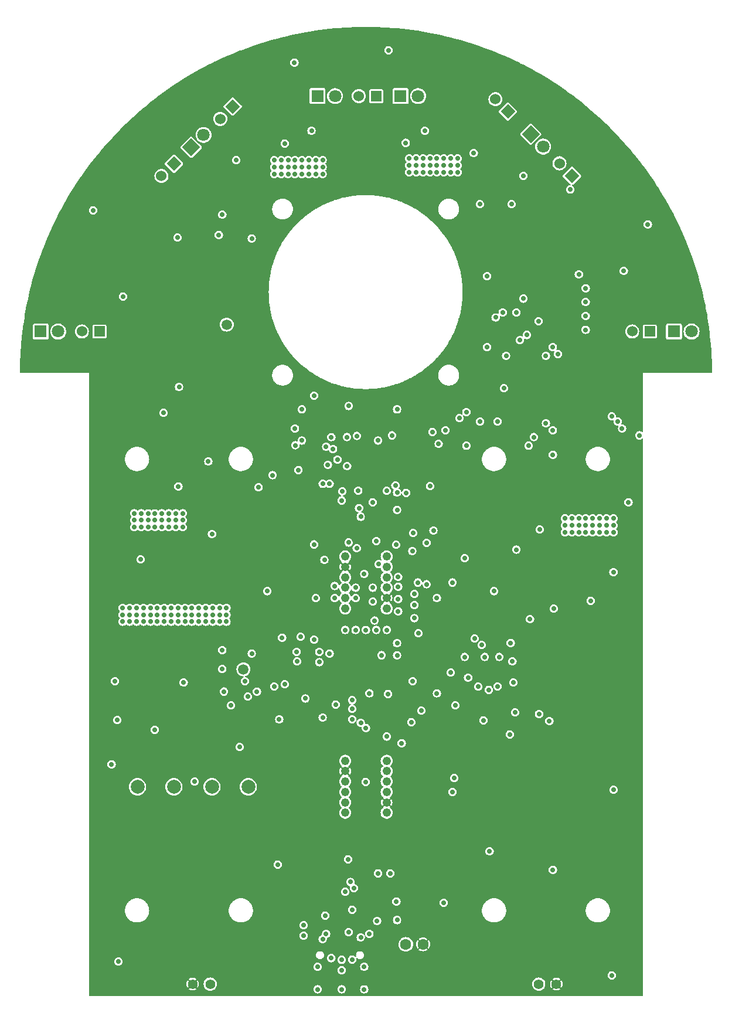
<source format=gbr>
%TF.GenerationSoftware,KiCad,Pcbnew,7.0.8-1.fc38*%
%TF.CreationDate,2023-12-06T13:29:31+01:00*%
%TF.ProjectId,frat,66726174-2e6b-4696-9361-645f70636258,rev?*%
%TF.SameCoordinates,Original*%
%TF.FileFunction,Copper,L2,Inr*%
%TF.FilePolarity,Positive*%
%FSLAX46Y46*%
G04 Gerber Fmt 4.6, Leading zero omitted, Abs format (unit mm)*
G04 Created by KiCad (PCBNEW 7.0.8-1.fc38) date 2023-12-06 13:29:31*
%MOMM*%
%LPD*%
G01*
G04 APERTURE LIST*
G04 Aperture macros list*
%AMRotRect*
0 Rectangle, with rotation*
0 The origin of the aperture is its center*
0 $1 length*
0 $2 width*
0 $3 Rotation angle, in degrees counterclockwise*
0 Add horizontal line*
21,1,$1,$2,0,0,$3*%
G04 Aperture macros list end*
%TA.AperFunction,ComponentPad*%
%ADD10C,2.000000*%
%TD*%
%TA.AperFunction,ComponentPad*%
%ADD11C,1.400000*%
%TD*%
%TA.AperFunction,ComponentPad*%
%ADD12C,1.244600*%
%TD*%
%TA.AperFunction,ComponentPad*%
%ADD13RotRect,1.524000X1.524000X225.000000*%
%TD*%
%TA.AperFunction,ComponentPad*%
%ADD14C,1.524000*%
%TD*%
%TA.AperFunction,ComponentPad*%
%ADD15R,1.800000X1.800000*%
%TD*%
%TA.AperFunction,ComponentPad*%
%ADD16C,1.800000*%
%TD*%
%TA.AperFunction,ComponentPad*%
%ADD17R,1.524000X1.524000*%
%TD*%
%TA.AperFunction,ComponentPad*%
%ADD18RotRect,1.800000X1.800000X315.000000*%
%TD*%
%TA.AperFunction,ComponentPad*%
%ADD19RotRect,1.800000X1.800000X45.000000*%
%TD*%
%TA.AperFunction,ComponentPad*%
%ADD20RotRect,1.524000X1.524000X135.000000*%
%TD*%
%TA.AperFunction,ComponentPad*%
%ADD21C,1.600200*%
%TD*%
%TA.AperFunction,ViaPad*%
%ADD22C,0.700000*%
%TD*%
%TA.AperFunction,ViaPad*%
%ADD23C,1.500000*%
%TD*%
G04 APERTURE END LIST*
D10*
%TO.N,/MCU/SPI_CS_L*%
%TO.C,TP7*%
X107000000Y-209750000D03*
%TD*%
%TO.N,/MCU/SPI_SCK*%
%TO.C,TP6*%
X112250000Y-209750000D03*
%TD*%
%TO.N,/MCU/SPI_MOSI*%
%TO.C,TP5*%
X117750000Y-209750000D03*
%TD*%
%TO.N,/MCU/SPI_MISO*%
%TO.C,TP4*%
X123000000Y-209750000D03*
%TD*%
D11*
%TO.N,+BATT*%
%TO.C,TP3*%
X164960000Y-238250000D03*
%TO.N,GND*%
X167500000Y-238250000D03*
%TD*%
D12*
%TO.N,/Connectors/L2_MOTOR-*%
%TO.C,J7*%
X137000000Y-213500000D03*
%TO.N,+3.3V*%
X137000000Y-212000000D03*
%TO.N,/Connectors/L2_MOTOR_C2*%
X137000000Y-210500001D03*
%TO.N,/Connectors/L2_MOTOR_C1*%
X137000000Y-208999999D03*
%TO.N,GND*%
X137000000Y-207499999D03*
%TO.N,/Connectors/L2_MOTOR+*%
X137000000Y-206000000D03*
%TD*%
D13*
%TO.N,/MCU/L_DETECTOR1*%
%TO.C,D14*%
X112250000Y-119750000D03*
D14*
%TO.N,+3.3V*%
X110453949Y-121546051D03*
%TD*%
D15*
%TO.N,Net-(D6-Pad1)*%
%TO.C,D6*%
X184500000Y-144000000D03*
D16*
%TO.N,+3.3V*%
X187040000Y-144000000D03*
%TD*%
D12*
%TO.N,/Connectors/R1_MOTOR-*%
%TO.C,J4*%
X143000000Y-176499999D03*
%TO.N,+3.3V*%
X143000000Y-177999999D03*
%TO.N,/Connectors/R1_MOTOR_C2*%
X143000000Y-179499998D03*
%TO.N,/Connectors/R1_MOTOR_C1*%
X143000000Y-181000000D03*
%TO.N,GND*%
X143000000Y-182500000D03*
%TO.N,/Connectors/R1_MOTOR+*%
X143000000Y-183999999D03*
%TD*%
D15*
%TO.N,Net-(D4-Pad1)*%
%TO.C,D4*%
X93000000Y-144000000D03*
D16*
%TO.N,+3.3V*%
X95540000Y-144000000D03*
%TD*%
D17*
%TO.N,/MCU/MF_DETECTOR*%
%TO.C,D16*%
X141500000Y-110000000D03*
D14*
%TO.N,+3.3V*%
X138960000Y-110000000D03*
%TD*%
D18*
%TO.N,Net-(D7-Pad1)*%
%TO.C,D7*%
X163803949Y-115500000D03*
D16*
%TO.N,+3.3V*%
X165600000Y-117296051D03*
%TD*%
D11*
%TO.N,+3.3V*%
%TO.C,TP2*%
X117500000Y-238250000D03*
%TO.N,GND*%
X114960000Y-238250000D03*
%TD*%
D15*
%TO.N,Net-(D8-Pad1)*%
%TO.C,D8*%
X133000000Y-110000000D03*
D16*
%TO.N,+3.3V*%
X135540000Y-110000000D03*
%TD*%
D17*
%TO.N,/MCU/LF_DETECTOR*%
%TO.C,D13*%
X101500000Y-144000000D03*
D14*
%TO.N,+3.3V*%
X98960000Y-144000000D03*
%TD*%
D19*
%TO.N,Net-(D5-Pad1)*%
%TO.C,D5*%
X114750000Y-117401562D03*
D16*
%TO.N,+3.3V*%
X116546051Y-115605511D03*
%TD*%
D20*
%TO.N,/MCU/R_DETECTOR2*%
%TO.C,D10*%
X160500000Y-112250000D03*
D14*
%TO.N,+3.3V*%
X158703949Y-110453949D03*
%TD*%
D20*
%TO.N,/MCU/R_DETECTOR1*%
%TO.C,D11*%
X169750000Y-121500000D03*
D14*
%TO.N,+3.3V*%
X167953949Y-119703949D03*
%TD*%
D12*
%TO.N,/Connectors/L1_MOTOR-*%
%TO.C,J6*%
X137000000Y-184000001D03*
%TO.N,+3.3V*%
X137000000Y-182500001D03*
%TO.N,/Connectors/L1_MOTOR_C2*%
X137000000Y-181000002D03*
%TO.N,/Connectors/L1_MOTOR_C1*%
X137000000Y-179500000D03*
%TO.N,GND*%
X137000000Y-178000000D03*
%TO.N,/Connectors/L1_MOTOR+*%
X137000000Y-176500001D03*
%TD*%
D17*
%TO.N,/MCU/RF_DETECTOR*%
%TO.C,D12*%
X181000000Y-144000000D03*
D14*
%TO.N,+3.3V*%
X178460000Y-144000000D03*
%TD*%
D21*
%TO.N,+BATT_DIRECT*%
%TO.C,J3*%
X145752899Y-232500000D03*
%TO.N,GND*%
X148252899Y-232500000D03*
%TD*%
D13*
%TO.N,/MCU/L_DETECTOR2*%
%TO.C,D15*%
X120750000Y-111500000D03*
D14*
%TO.N,+3.3V*%
X118953949Y-113296051D03*
%TD*%
D12*
%TO.N,/Connectors/R2_MOTOR-*%
%TO.C,J5*%
X143000000Y-206000001D03*
%TO.N,+3.3V*%
X143000000Y-207500001D03*
%TO.N,/Connectors/R2_MOTOR_C2*%
X143000000Y-209000000D03*
%TO.N,/Connectors/R2_MOTOR_C1*%
X143000000Y-210500002D03*
%TO.N,GND*%
X143000000Y-212000002D03*
%TO.N,/Connectors/R2_MOTOR+*%
X143000000Y-213500001D03*
%TD*%
D15*
%TO.N,Net-(D9-Pad1)*%
%TO.C,D9*%
X145000000Y-110000000D03*
D16*
%TO.N,+3.3V*%
X147540000Y-110000000D03*
%TD*%
D22*
%TO.N,/MCU/SPI_INT2*%
X142250000Y-190750000D03*
X138000000Y-198500000D03*
X144500000Y-189000000D03*
X147500000Y-180250000D03*
%TO.N,+3.3V*%
X130750000Y-159750000D03*
X130750000Y-155250000D03*
%TO.N,+BATT*%
X132500000Y-188500000D03*
X133250000Y-191750000D03*
X133250000Y-190250000D03*
%TO.N,+3.3V*%
X130250000Y-164000000D03*
X134500000Y-163250000D03*
X133750000Y-166000000D03*
X134750000Y-166000000D03*
X135000000Y-159250000D03*
%TO.N,Net-(U1B-PA7)*%
X144500000Y-169750000D03*
X148750000Y-174500000D03*
%TO.N,Net-(U1B-PA5)*%
X139000000Y-169500000D03*
%TO.N,/MCU/SPI_CS_L*%
X132500000Y-174750000D03*
%TO.N,/MCU/SPI_MOSI*%
X148750000Y-180500000D03*
%TO.N,/Connectors/R2_MOTOR_C1*%
X166500000Y-200250000D03*
%TO.N,/Connectors/R2_MOTOR_C2*%
X165000000Y-199250000D03*
%TO.N,/Connectors/R2_MOTOR_C1*%
X152500000Y-210500000D03*
%TO.N,/Connectors/R2_MOTOR_C2*%
X152750000Y-208500000D03*
%TO.N,/Connectors/L1_MOTOR_C1*%
X137500000Y-174475500D03*
%TO.N,/Connectors/L1_MOTOR_C2*%
X139250000Y-170750000D03*
%TO.N,/MCU/L_MOTOR_FAULT_L*%
X131250000Y-197000000D03*
X135874500Y-162500000D03*
%TO.N,/MCU/SPI_CS_L*%
X138000000Y-200000000D03*
%TO.N,/MCU/SPI_SCK*%
X139250000Y-200500000D03*
%TO.N,/MCU/SPI_MOSI*%
X140000000Y-201250000D03*
%TO.N,/MCU/SPI_MISO*%
X143000000Y-202500000D03*
%TO.N,Net-(U1C-PE5)*%
X129816589Y-160433411D03*
%TO.N,Net-(U1C-PE6)*%
X135250000Y-161000000D03*
%TO.N,Net-(U1C-PE4)*%
X134250000Y-160625500D03*
%TO.N,Net-(U1C-PE3)*%
X129750000Y-158000000D03*
%TO.N,/MCU/MOTOR_L_BPWM2*%
X125750000Y-181500000D03*
%TO.N,/MCU/MOTOR_L_APWM1*%
X123500000Y-190500000D03*
%TO.N,/MCU/MOTOR_L_BPWM1*%
X124250000Y-196000000D03*
%TO.N,/MCU/MOTOR_L_BPWM2*%
X126750000Y-195250000D03*
%TO.N,/MCU/MOTOR_L_APWM2*%
X130000000Y-190250000D03*
%TO.N,/MCU/MOTOR_R_BPWM1*%
X154250000Y-176750000D03*
%TO.N,/MCU/MOTOR_R_APWM1*%
X154250000Y-191000000D03*
%TO.N,/MCU/MOTOR_R_APWM2*%
X159250000Y-191000000D03*
%TO.N,/MCU/MOTOR_R_BPWM2*%
X157750000Y-195750000D03*
%TO.N,/MCU/MOTOR_R_BPWM1*%
X154750000Y-194000000D03*
%TO.N,Net-(U1C-PD15)*%
X144250000Y-166250000D03*
%TO.N,Net-(U1C-PD14)*%
X144500000Y-167250000D03*
%TO.N,Net-(U1C-PD13)*%
X149250000Y-166325000D03*
%TO.N,/MCU/MF_DETECTOR*%
X145750000Y-116750000D03*
%TO.N,GND*%
X138000000Y-239162500D03*
X135000000Y-239162500D03*
%TO.N,Net-(J2-CC1)*%
X135000000Y-234500000D03*
%TO.N,Net-(J2-CC2)*%
X138000000Y-234694257D03*
%TO.N,GND*%
X157750000Y-145000000D03*
%TO.N,/MCU/CYCLE_PROGRAM_BUTTON*%
X162250000Y-145250000D03*
%TO.N,/MCU/START_STOP_BUTTON*%
X162750000Y-139250000D03*
%TO.N,GND*%
X158500000Y-139250000D03*
X156750000Y-137750000D03*
X158750000Y-150000000D03*
X157250000Y-131750000D03*
%TO.N,+3.3V*%
X141849433Y-177599433D03*
X141500000Y-174250000D03*
%TO.N,/MCU/R_MOTOR_SLEEP_L*%
X150250000Y-182500000D03*
X150250000Y-196250000D03*
%TO.N,GND*%
X130000000Y-170500000D03*
%TO.N,+BATT*%
X119250000Y-192750000D03*
X119250000Y-190000000D03*
X120500000Y-198000000D03*
X119500000Y-196000000D03*
%TO.N,+3.3V*%
X148000000Y-198750000D03*
X121750000Y-204000000D03*
%TO.N,GND*%
X155067000Y-121793000D03*
X95504000Y-136525000D03*
X102616000Y-168910000D03*
X125222000Y-211582000D03*
X146939000Y-211963000D03*
X133731000Y-209169000D03*
X177546000Y-184912000D03*
X129413000Y-109347000D03*
X159500000Y-130000000D03*
X113284000Y-143129000D03*
X169926000Y-234823000D03*
X131191000Y-215900000D03*
X158369000Y-212344000D03*
X165227000Y-228981000D03*
X170942000Y-212090000D03*
X172085000Y-178054000D03*
X186055000Y-135509000D03*
X179070000Y-123952000D03*
X151892000Y-116459000D03*
X116713000Y-125222000D03*
X106807000Y-132461000D03*
X109220000Y-138811000D03*
X112776000Y-162306000D03*
X112014000Y-178181000D03*
X124345618Y-181345618D03*
X114250000Y-211000000D03*
X121793000Y-220472000D03*
X118000000Y-233750000D03*
X167259000Y-190627000D03*
%TO.N,+3.3V*%
X128270000Y-116840000D03*
X139954000Y-209042000D03*
X145161000Y-203454000D03*
X143000000Y-167000000D03*
X137287000Y-163449000D03*
X140970000Y-168656000D03*
X152500000Y-180250000D03*
X132750000Y-182500000D03*
X144500000Y-190750000D03*
X134747000Y-190500000D03*
X177927000Y-168656000D03*
X167005000Y-161798000D03*
X165100000Y-172593000D03*
X143256000Y-103378000D03*
X155575000Y-118237000D03*
X118745000Y-130048000D03*
X112776000Y-130429000D03*
X100584000Y-126492000D03*
X104902000Y-138938000D03*
X117230000Y-162770000D03*
X112903000Y-166370000D03*
X107442000Y-176911000D03*
X117750000Y-173250000D03*
X104250000Y-235000000D03*
X103250000Y-206500000D03*
X115250000Y-209000000D03*
X127254000Y-220980000D03*
X175514000Y-236982000D03*
X157861000Y-219075000D03*
X167005000Y-221742000D03*
X175768000Y-210185000D03*
X161750000Y-175500000D03*
X167132000Y-184023000D03*
X163703000Y-185547000D03*
X172466000Y-182880000D03*
X161036000Y-125603000D03*
X180721000Y-128524000D03*
X129667000Y-105156000D03*
X119253000Y-127127000D03*
D23*
%TO.N,+BATT*%
X122301000Y-192786000D03*
X119888000Y-143002000D03*
D22*
%TO.N,GND*%
X118237000Y-145288000D03*
%TO.N,Net-(U3-SW)*%
X113665000Y-194691000D03*
X103750000Y-194500000D03*
%TO.N,VBUS*%
X133000000Y-235750000D03*
X134250000Y-231000000D03*
X137500000Y-230750000D03*
X136500000Y-236250000D03*
X131000000Y-231250000D03*
X139750000Y-235750000D03*
X140500000Y-231000000D03*
X133000000Y-239000000D03*
X136500000Y-239000000D03*
X131000000Y-229750000D03*
X139750000Y-239000000D03*
X133750000Y-231750000D03*
X141614782Y-229109746D03*
X139250000Y-231500000D03*
%TO.N,Net-(U4-TS)*%
X137414000Y-220218000D03*
X143500000Y-222250000D03*
%TO.N,Net-(U4-BTST)*%
X137750000Y-223500000D03*
%TO.N,Net-(D17-Pad1)*%
X171750000Y-137750000D03*
%TO.N,Net-(C18-Pad1)*%
X138000000Y-227500000D03*
X134112000Y-228346000D03*
%TO.N,GND*%
X170500000Y-131000000D03*
X175500000Y-190250000D03*
X110250000Y-176250000D03*
X143000000Y-197500000D03*
X117500000Y-223000000D03*
X117500000Y-221000000D03*
X110746051Y-124003949D03*
X114750000Y-154750000D03*
X111500000Y-222000000D03*
X173500000Y-220250000D03*
X175750000Y-144750000D03*
X170500000Y-199000000D03*
X166500000Y-129000000D03*
X176500000Y-190250000D03*
X136250000Y-159250000D03*
X140081000Y-231902000D03*
X116750000Y-168750000D03*
X145923000Y-217805000D03*
X118750000Y-167750000D03*
X134986581Y-199286902D03*
X125474500Y-194958411D03*
X176500000Y-201000000D03*
X111500000Y-221000000D03*
X160000000Y-143124500D03*
X135000000Y-168500000D03*
X133250000Y-226750000D03*
X129000000Y-237500000D03*
X174500000Y-199000000D03*
X171500000Y-220250000D03*
X152750000Y-108250000D03*
X145018455Y-225500000D03*
X177500000Y-191250000D03*
X174500000Y-220250000D03*
X105000000Y-131000000D03*
X175500000Y-219250000D03*
X104000000Y-132000000D03*
X136637500Y-115000000D03*
X134600000Y-167290000D03*
X153000000Y-191000000D03*
X110250000Y-175250000D03*
X170500000Y-192250000D03*
X110250000Y-174250000D03*
X173500000Y-190250000D03*
X140225959Y-228875500D03*
X173500000Y-191250000D03*
X173500000Y-201000000D03*
X164500000Y-129000000D03*
X170500000Y-201000000D03*
X139210000Y-189360000D03*
X148750000Y-156750000D03*
X118500000Y-222000000D03*
X147443750Y-195300000D03*
X111000000Y-193700000D03*
X101000000Y-132000000D03*
X149733000Y-159639000D03*
X100000000Y-131000000D03*
X126000000Y-109250000D03*
X177500000Y-192250000D03*
X176500000Y-219250000D03*
X170500000Y-200000000D03*
X129000000Y-233750000D03*
X104000000Y-131000000D03*
X170500000Y-191250000D03*
X172500000Y-199000000D03*
X137250000Y-116750000D03*
X111250000Y-174250000D03*
X115500000Y-223000000D03*
X160750000Y-137500000D03*
X172500000Y-192250000D03*
X123500000Y-111500000D03*
X159750000Y-137500000D03*
X187750000Y-148500000D03*
X99000000Y-132000000D03*
X114500000Y-221000000D03*
X172750000Y-149000000D03*
X170500000Y-220250000D03*
X174500000Y-218250000D03*
X170500000Y-218250000D03*
X159500000Y-118250000D03*
X134750000Y-174500000D03*
X113250000Y-174250000D03*
X168500000Y-131000000D03*
X176500000Y-200000000D03*
X171250000Y-134500000D03*
X123750000Y-204159000D03*
X135250000Y-154750000D03*
X144250000Y-234250000D03*
X98000000Y-133000000D03*
X116500000Y-221000000D03*
X121000000Y-149500000D03*
X171500000Y-191250000D03*
X98000000Y-132000000D03*
X167500000Y-129000000D03*
X118250000Y-199000000D03*
X100000000Y-133000000D03*
X137082911Y-222167089D03*
X111250000Y-176250000D03*
X121250000Y-189500000D03*
X102000000Y-132000000D03*
X117750000Y-166750000D03*
X105000000Y-132000000D03*
X176500000Y-191250000D03*
X137541000Y-228600000D03*
X176500000Y-220250000D03*
X160000000Y-192100000D03*
X165500000Y-129000000D03*
X126238000Y-194125500D03*
X117250000Y-135000000D03*
X168500000Y-129000000D03*
X102750000Y-191250000D03*
X112250000Y-175250000D03*
X133000000Y-173750000D03*
X119798000Y-167750000D03*
X152250000Y-201500000D03*
X111500000Y-192500000D03*
X173500000Y-192250000D03*
X139250000Y-154750000D03*
X130250000Y-169000000D03*
X138250000Y-119250000D03*
X144000000Y-116000000D03*
X143000000Y-198375500D03*
X114500000Y-223000000D03*
X170500000Y-129000000D03*
X116500000Y-222000000D03*
X119798000Y-166750000D03*
X104000000Y-133000000D03*
X113500000Y-221000000D03*
X107250000Y-142500000D03*
X117500000Y-222000000D03*
X118500000Y-223000000D03*
X118750000Y-168750000D03*
X171500000Y-201000000D03*
X119798000Y-168750000D03*
X176500000Y-218250000D03*
X165250000Y-156000000D03*
X115500000Y-221000000D03*
X112500000Y-223000000D03*
X117750000Y-168750000D03*
X101000000Y-131000000D03*
X107188000Y-154940000D03*
X116500000Y-223000000D03*
X171500000Y-199000000D03*
X174500000Y-219250000D03*
X118500000Y-221000000D03*
X172500000Y-191250000D03*
X172180734Y-121360974D03*
X112250000Y-176250000D03*
X172500000Y-220250000D03*
X177500000Y-190250000D03*
X174430734Y-123110974D03*
X146250000Y-174500000D03*
X132500000Y-231500000D03*
X176500000Y-199000000D03*
X144018000Y-217805000D03*
X177500000Y-218250000D03*
X170500000Y-219250000D03*
X171500000Y-190250000D03*
X173500000Y-219250000D03*
X177500000Y-200000000D03*
X147500000Y-173750000D03*
X156100000Y-191000000D03*
X144250000Y-232750000D03*
X112250000Y-174250000D03*
X99000000Y-131000000D03*
X130000000Y-162750000D03*
X112500000Y-222000000D03*
X175500000Y-201000000D03*
X171500000Y-130000000D03*
X175500000Y-218250000D03*
X118500000Y-201000000D03*
X172500000Y-219250000D03*
X165500000Y-131000000D03*
X103000000Y-133000000D03*
X145362084Y-226637916D03*
X104500000Y-192750000D03*
X145591469Y-175608531D03*
X161000000Y-143124500D03*
X177500000Y-219250000D03*
X177500000Y-201000000D03*
X164500000Y-131000000D03*
X177500000Y-199000000D03*
X169500000Y-131000000D03*
X170500000Y-190250000D03*
X171500000Y-219250000D03*
X103000000Y-131000000D03*
X169500000Y-130000000D03*
X101000000Y-133000000D03*
X176500000Y-192250000D03*
X113500000Y-222000000D03*
X113250000Y-175250000D03*
X172500000Y-218250000D03*
X172500000Y-200000000D03*
X98000000Y-131000000D03*
X139192000Y-228875500D03*
X103000000Y-132000000D03*
X113000000Y-153500000D03*
X171500000Y-200000000D03*
X156250000Y-111750000D03*
X115500000Y-222000000D03*
X171500000Y-131000000D03*
X168500000Y-130000000D03*
X172500000Y-190250000D03*
X175500000Y-200000000D03*
X168750000Y-156000000D03*
X118250000Y-122250000D03*
X174500000Y-200000000D03*
X175500000Y-191250000D03*
X113500000Y-223000000D03*
X110600000Y-197500000D03*
X177000000Y-133250000D03*
X145600000Y-160900000D03*
X174500000Y-191250000D03*
X111500000Y-223000000D03*
X140250000Y-198250000D03*
X102000000Y-131000000D03*
X107250000Y-146750000D03*
X167500000Y-130000000D03*
X144250000Y-237500000D03*
X125374500Y-190250000D03*
X106000000Y-125000000D03*
X166500000Y-131000000D03*
X143000000Y-121000000D03*
X111250000Y-175250000D03*
X148500000Y-200279000D03*
X130750000Y-162250000D03*
X165500000Y-130000000D03*
X145662500Y-169200000D03*
X129667000Y-168021000D03*
X114500000Y-222000000D03*
X117750000Y-167750000D03*
X102000000Y-133000000D03*
X132500000Y-155750000D03*
X127000000Y-204851000D03*
X160000000Y-133000000D03*
X175500000Y-220250000D03*
X174500000Y-201000000D03*
X161000000Y-133000000D03*
X171500000Y-129000000D03*
X177500000Y-220250000D03*
X173500000Y-200000000D03*
X100000000Y-132000000D03*
X112500000Y-221000000D03*
X173500000Y-199000000D03*
X130250000Y-161250000D03*
X113250000Y-176250000D03*
X91694000Y-148209000D03*
X166500000Y-130000000D03*
X116750000Y-166750000D03*
X121750000Y-135750000D03*
X159400000Y-193700000D03*
X116750000Y-167750000D03*
X118750000Y-166750000D03*
X172500000Y-201000000D03*
X99000000Y-133000000D03*
X142240000Y-217805000D03*
X140250000Y-123500000D03*
X174500000Y-190250000D03*
X170500000Y-130000000D03*
X107750000Y-193750000D03*
X160274000Y-199250000D03*
X174500000Y-192250000D03*
X167500000Y-131000000D03*
X164500000Y-130000000D03*
X175500000Y-199000000D03*
X169500000Y-129000000D03*
X166230000Y-155980000D03*
X134500000Y-222000000D03*
X105000000Y-133000000D03*
X171500000Y-218250000D03*
X173500000Y-218250000D03*
X171500000Y-192250000D03*
X175500000Y-192250000D03*
%TO.N,/USB_D-*%
X144500000Y-229000000D03*
X136500000Y-234750000D03*
%TO.N,Net-(D18-Pad1)*%
X171750000Y-139750000D03*
%TO.N,Net-(D19-Pad1)*%
X171750000Y-141750000D03*
%TO.N,Net-(D20-Pad1)*%
X171750000Y-143750000D03*
%TO.N,/MCU/LED0*%
X179500000Y-159000000D03*
%TO.N,/MCU/LED1*%
X177000000Y-158000000D03*
%TO.N,/MCU/LED2*%
X176375500Y-157000000D03*
%TO.N,/MCU/LED3*%
X175500000Y-156250000D03*
%TO.N,Net-(U1C-PD12)*%
X145800000Y-167300000D03*
%TO.N,/MCU/MCU_TDI*%
X167000000Y-158250000D03*
X167750000Y-147250000D03*
%TO.N,/MCU/MCU_SWO_TDO*%
X167000000Y-146250000D03*
X138684000Y-159079110D03*
X166000000Y-157250000D03*
X144500000Y-155250000D03*
%TO.N,/MCU/MCU_SWDIO_TMS*%
X159933411Y-152183411D03*
X150500000Y-160224500D03*
%TO.N,/MCU/MCU_SWDCLK_TCK*%
X164250000Y-159250000D03*
X166000000Y-147500000D03*
%TO.N,/MCU/MCU_RST_L*%
X138891482Y-166974714D03*
X163500000Y-160500000D03*
%TO.N,/Battery/PG_L*%
X141750000Y-222250000D03*
X144361432Y-174789568D03*
%TO.N,/Battery/CE_L*%
X144399000Y-226314000D03*
X146700000Y-175700000D03*
%TO.N,+BATT*%
X122500000Y-194500000D03*
X159000000Y-195250000D03*
X152250000Y-193250000D03*
X130048000Y-191643000D03*
X156972000Y-200152000D03*
X130556000Y-188087000D03*
X157175500Y-191000000D03*
X122936000Y-196723000D03*
X161544000Y-199009000D03*
X160909000Y-188976000D03*
X128270000Y-194945000D03*
X161290000Y-194691000D03*
X152908000Y-197993000D03*
X155702000Y-188341000D03*
X127889000Y-188214000D03*
X161163000Y-191643000D03*
X156718000Y-189275500D03*
X156200000Y-195275500D03*
%TO.N,+3.3V*%
X111856000Y-183912000D03*
X104080000Y-200108900D03*
X150250000Y-119000000D03*
X150250000Y-121000000D03*
X141500000Y-187100000D03*
X174750000Y-173000000D03*
X112856000Y-185912000D03*
X107856000Y-183912000D03*
X138500000Y-181000000D03*
X159000000Y-157000000D03*
X171750000Y-173000000D03*
X104856000Y-185912000D03*
X132750000Y-119250000D03*
X149750000Y-172750000D03*
X113856000Y-185912000D03*
X151250000Y-226500000D03*
X175750000Y-178750000D03*
X104856000Y-183912000D03*
X128750000Y-120250000D03*
X115856000Y-185912000D03*
X147000000Y-181900000D03*
X154500000Y-160500000D03*
X148250000Y-121000000D03*
X174750000Y-172000000D03*
X109856000Y-183912000D03*
X110522000Y-170250000D03*
X169750000Y-172000000D03*
X135500000Y-180750000D03*
X129750000Y-120250000D03*
X104856000Y-184912000D03*
X133750000Y-121250000D03*
X151250000Y-120000000D03*
X115856000Y-183912000D03*
X174750000Y-171000000D03*
X156500000Y-157000000D03*
X146250000Y-120000000D03*
X117856000Y-185912000D03*
X151250000Y-119000000D03*
X109856000Y-185912000D03*
X131750000Y-121250000D03*
X132137500Y-115000000D03*
X144653000Y-184404000D03*
X115856000Y-184912000D03*
X107856000Y-185912000D03*
X137500000Y-154750000D03*
X150250000Y-120000000D03*
X130750000Y-121250000D03*
X152250000Y-119000000D03*
X168750000Y-173000000D03*
X169750000Y-171000000D03*
X109522000Y-171250000D03*
X172750000Y-173000000D03*
X153250000Y-119000000D03*
X131750000Y-119250000D03*
X140000000Y-187100000D03*
X163250000Y-144500000D03*
X118856000Y-184912000D03*
X146558000Y-200406000D03*
X149250000Y-120000000D03*
X111856000Y-184912000D03*
X152250000Y-120000000D03*
X110522000Y-172250000D03*
X112522000Y-171250000D03*
X117856000Y-183912000D03*
X172750000Y-171000000D03*
X109856000Y-184912000D03*
X147000000Y-183500000D03*
X149250000Y-119000000D03*
X153250000Y-120000000D03*
X144653000Y-182626000D03*
X109480000Y-201508900D03*
X113522000Y-170250000D03*
X160782000Y-202184000D03*
X129750000Y-121250000D03*
X113856000Y-184912000D03*
X117856000Y-184912000D03*
X173750000Y-172000000D03*
X141000000Y-183000000D03*
X146812000Y-173101000D03*
X173750000Y-173000000D03*
X116856000Y-183912000D03*
X110522000Y-171250000D03*
X133750000Y-120250000D03*
X112856000Y-183912000D03*
X108856000Y-184912000D03*
X112522000Y-170250000D03*
X109522000Y-172250000D03*
X131750000Y-120250000D03*
X107522000Y-172250000D03*
X112522000Y-172250000D03*
X169500000Y-123500000D03*
X119856000Y-183912000D03*
X147000000Y-185400000D03*
X121250000Y-119250000D03*
X108856000Y-183912000D03*
X113522000Y-171250000D03*
X111522000Y-171250000D03*
X147250000Y-121000000D03*
X105856000Y-185912000D03*
X141000000Y-181000000D03*
X114856000Y-185912000D03*
X138000000Y-197250000D03*
X149250000Y-121000000D03*
X114856000Y-184912000D03*
X108522000Y-170250000D03*
X107856000Y-184912000D03*
X107522000Y-170250000D03*
X127750000Y-119250000D03*
X127750000Y-120250000D03*
X111856000Y-185912000D03*
X148500000Y-115000000D03*
X153500000Y-156500000D03*
X148250000Y-120000000D03*
X132750000Y-121250000D03*
X171750000Y-172000000D03*
X113856000Y-183912000D03*
X134000000Y-177000000D03*
X119856000Y-185912000D03*
X173750000Y-171000000D03*
X146250000Y-121000000D03*
X116856000Y-184912000D03*
X108522000Y-172250000D03*
X170750000Y-172000000D03*
X141250000Y-185750000D03*
X118856000Y-183912000D03*
X146250000Y-119000000D03*
X113522000Y-172250000D03*
X130750000Y-120250000D03*
X135636000Y-197866000D03*
X175750000Y-171000000D03*
X172750000Y-172000000D03*
X108522000Y-171250000D03*
X170750000Y-171000000D03*
X132750000Y-120250000D03*
X138500000Y-187100000D03*
X133750000Y-119250000D03*
X159750000Y-141250000D03*
X114856000Y-183912000D03*
X126750000Y-120250000D03*
X143000000Y-187100000D03*
X135500000Y-182500000D03*
X126750000Y-121250000D03*
X140500000Y-196250000D03*
X130750000Y-119250000D03*
X168750000Y-172000000D03*
X116856000Y-185912000D03*
X110856000Y-183912000D03*
X128750000Y-121250000D03*
X128750000Y-119250000D03*
X118856000Y-185912000D03*
X112856000Y-184912000D03*
X105856000Y-183912000D03*
X108856000Y-185912000D03*
X111522000Y-172250000D03*
X171750000Y-171000000D03*
X151250000Y-121000000D03*
X110856000Y-185912000D03*
X158500000Y-181500000D03*
X109522000Y-170250000D03*
X106522000Y-170250000D03*
X138500000Y-182500000D03*
X143183750Y-196342000D03*
X113000000Y-152000000D03*
X147250000Y-120000000D03*
X106522000Y-172250000D03*
X161750000Y-141250000D03*
X149606000Y-158496000D03*
X169750000Y-173000000D03*
X175750000Y-173000000D03*
X106856000Y-184912000D03*
X106522000Y-171250000D03*
X127750000Y-121250000D03*
X133750000Y-199750000D03*
X151500000Y-158250000D03*
X105856000Y-184912000D03*
X153250000Y-121000000D03*
X175750000Y-172000000D03*
X160250000Y-147500000D03*
X119856000Y-184912000D03*
X144653000Y-179451000D03*
X110856000Y-184912000D03*
X129750000Y-119250000D03*
X126750000Y-119250000D03*
X168750000Y-171000000D03*
X111522000Y-170250000D03*
X152250000Y-121000000D03*
X147250000Y-119000000D03*
X170750000Y-173000000D03*
X137000000Y-187100000D03*
X107522000Y-171250000D03*
X148250000Y-119000000D03*
X144653000Y-180848000D03*
X106856000Y-183912000D03*
X106856000Y-185912000D03*
X162750000Y-121500000D03*
%TO.N,/MCU/R_DETECTOR2*%
X136500000Y-168400000D03*
X156464000Y-125603000D03*
%TO.N,/MCU/R_DETECTOR1*%
X154500000Y-155624500D03*
X136600000Y-167100000D03*
%TO.N,/MCU/LF_DETECTOR*%
X110750000Y-155750000D03*
%TO.N,/MCU/L_DETECTOR2*%
X123500000Y-130556000D03*
X126500000Y-164750000D03*
%TO.N,/MCU/MF_DETECTOR*%
X124500000Y-166500000D03*
%TO.N,/MCU/R_EMITTER*%
X164925500Y-142500000D03*
X170750000Y-135750000D03*
%TO.N,Net-(Q2B-D2)*%
X177250000Y-135250000D03*
%TO.N,/MCU/BOOT_MODE*%
X137250000Y-159250000D03*
%TO.N,/MCU/SPI_MISO*%
X138662031Y-175294969D03*
X139750000Y-179000000D03*
%TO.N,/MCU/SPI_INT1*%
X147574000Y-187579000D03*
X146750000Y-194500000D03*
%TO.N,/MCU/START_STOP_BUTTON*%
X141750000Y-159750000D03*
X158730050Y-141967420D03*
%TO.N,/MCU/CYCLE_PROGRAM_BUTTON*%
X157500000Y-146250000D03*
X143750000Y-159000000D03*
%TO.N,Net-(B2-A)*%
X157500000Y-136000000D03*
X132500000Y-153250000D03*
%TO.N,Net-(U6-BISEN)*%
X127474500Y-200025000D03*
%TO.N,+BATT_DIRECT*%
X137000000Y-224909745D03*
X138254233Y-224376500D03*
%TD*%
%TA.AperFunction,Conductor*%
%TO.N,GND*%
G36*
X141086804Y-100015743D02*
G01*
X141729094Y-100033926D01*
X142494029Y-100066129D01*
X143135532Y-100102480D01*
X143899404Y-100156135D01*
X144539442Y-100210611D01*
X145301603Y-100285677D01*
X145939722Y-100358229D01*
X146699667Y-100454666D01*
X147335292Y-100545221D01*
X147976245Y-100644896D01*
X148092338Y-100662950D01*
X148214549Y-100683905D01*
X148724995Y-100771429D01*
X149478684Y-100910388D01*
X150107747Y-101036673D01*
X150857533Y-101196779D01*
X151482415Y-101340733D01*
X152227801Y-101521897D01*
X152848073Y-101683405D01*
X153588272Y-101885454D01*
X154203417Y-102064358D01*
X154938098Y-102287222D01*
X155547496Y-102483323D01*
X156275970Y-102726815D01*
X156879219Y-102939956D01*
X157601012Y-103203942D01*
X158197452Y-103433863D01*
X158912067Y-103718191D01*
X158912087Y-103718199D01*
X159501218Y-103964670D01*
X160012357Y-104184839D01*
X160208191Y-104269193D01*
X160789551Y-104531984D01*
X161488292Y-104856487D01*
X162061288Y-105135288D01*
X162416965Y-105312760D01*
X162751271Y-105479569D01*
X163315575Y-105774173D01*
X163996302Y-106138030D01*
X164551195Y-106448012D01*
X165222235Y-106831265D01*
X165767466Y-107156428D01*
X166428156Y-107558754D01*
X166963219Y-107898741D01*
X167613135Y-108319938D01*
X168137475Y-108674330D01*
X168776248Y-109114226D01*
X169289349Y-109482596D01*
X169916507Y-109940946D01*
X170329409Y-110255462D01*
X170417953Y-110322907D01*
X170929712Y-110719409D01*
X171033057Y-110799479D01*
X171522486Y-111194666D01*
X171835803Y-111451798D01*
X172124887Y-111689043D01*
X172124912Y-111689063D01*
X172594053Y-112090322D01*
X172601961Y-112097085D01*
X172665469Y-112152257D01*
X173191354Y-112609115D01*
X173655475Y-113029395D01*
X173729636Y-113097564D01*
X174231440Y-113558824D01*
X174682301Y-113990938D01*
X175244367Y-114537455D01*
X175277653Y-114571216D01*
X175681558Y-114980878D01*
X176229343Y-115544248D01*
X176652388Y-115998337D01*
X177147673Y-116537158D01*
X177185575Y-116578391D01*
X177415820Y-116840000D01*
X177594166Y-117042641D01*
X178112283Y-117639041D01*
X178506061Y-118112848D01*
X179008796Y-118725433D01*
X179347098Y-119156760D01*
X179387295Y-119208009D01*
X179669093Y-119571722D01*
X179874311Y-119836594D01*
X180237346Y-120327449D01*
X180493746Y-120678280D01*
X180708217Y-120971740D01*
X181055434Y-121470115D01*
X181509781Y-122129872D01*
X181681583Y-122391981D01*
X181781160Y-122543900D01*
X181840891Y-122635027D01*
X181972706Y-122838421D01*
X182278434Y-123310166D01*
X182298798Y-123343239D01*
X182581786Y-123802841D01*
X182593127Y-123821259D01*
X183013542Y-124511654D01*
X183311410Y-125027576D01*
X183714542Y-125733422D01*
X183995352Y-126253239D01*
X184380795Y-126974350D01*
X184644409Y-127497197D01*
X185011879Y-128233654D01*
X185257895Y-128758005D01*
X185607210Y-129510170D01*
X185670714Y-129656123D01*
X185835528Y-130034927D01*
X186166362Y-130802983D01*
X186239213Y-130984279D01*
X186376707Y-131326445D01*
X186688889Y-132111067D01*
X186881045Y-132631363D01*
X187174345Y-133433305D01*
X187348186Y-133948418D01*
X187622375Y-134768731D01*
X187777670Y-135275823D01*
X188032607Y-136116237D01*
X188169218Y-136612017D01*
X188404724Y-137474785D01*
X188522473Y-137954762D01*
X188738425Y-138843280D01*
X188837215Y-139301667D01*
X189033441Y-140220610D01*
X189113151Y-140648991D01*
X189289555Y-141605778D01*
X189350002Y-141990951D01*
X189506537Y-142997542D01*
X189547796Y-143319741D01*
X189684231Y-144394877D01*
X189706202Y-144615948D01*
X189822497Y-145796715D01*
X189825021Y-145832329D01*
X189896902Y-146855681D01*
X189920842Y-147196506D01*
X189979832Y-148597701D01*
X189998264Y-149911880D01*
X189998441Y-149924462D01*
X189981797Y-149972267D01*
X189938319Y-149998188D01*
X189924448Y-149999500D01*
X180014816Y-149999500D01*
X180014610Y-149999459D01*
X179999999Y-149999459D01*
X179999900Y-149999500D01*
X179999617Y-149999616D01*
X179999458Y-150000000D01*
X179999468Y-150014661D01*
X179999500Y-150014816D01*
X179999500Y-158476308D01*
X179982187Y-158523874D01*
X179938350Y-158549184D01*
X179888500Y-158540394D01*
X179880452Y-158535016D01*
X179802841Y-158475464D01*
X179656761Y-158414955D01*
X179500000Y-158394318D01*
X179343239Y-158414955D01*
X179343238Y-158414955D01*
X179197158Y-158475464D01*
X179071720Y-158571715D01*
X179071715Y-158571720D01*
X178975464Y-158697158D01*
X178914955Y-158843238D01*
X178914955Y-158843239D01*
X178894318Y-159000000D01*
X178914955Y-159156760D01*
X178914955Y-159156761D01*
X178975464Y-159302841D01*
X179071715Y-159428279D01*
X179071720Y-159428284D01*
X179096319Y-159447159D01*
X179197159Y-159524536D01*
X179343238Y-159585044D01*
X179500000Y-159605682D01*
X179656762Y-159585044D01*
X179802841Y-159524536D01*
X179880452Y-159464982D01*
X179928728Y-159449761D01*
X179975494Y-159469132D01*
X179998867Y-159514032D01*
X179999500Y-159523691D01*
X179999500Y-239925500D01*
X179982187Y-239973066D01*
X179938350Y-239998376D01*
X179925500Y-239999500D01*
X100074500Y-239999500D01*
X100026934Y-239982187D01*
X100001624Y-239938350D01*
X100000500Y-239925500D01*
X100000500Y-238250000D01*
X114055043Y-238250000D01*
X114074819Y-238438155D01*
X114133279Y-238618076D01*
X114227872Y-238781918D01*
X114227873Y-238781919D01*
X114255725Y-238812851D01*
X114255726Y-238812851D01*
X114614865Y-238453711D01*
X114632359Y-238488045D01*
X114721955Y-238577641D01*
X114756286Y-238595133D01*
X114397581Y-238953839D01*
X114507519Y-239033715D01*
X114507525Y-239033718D01*
X114680349Y-239110664D01*
X114680353Y-239110665D01*
X114865408Y-239150000D01*
X115054592Y-239150000D01*
X115239646Y-239110665D01*
X115239650Y-239110664D01*
X115412474Y-239033718D01*
X115412480Y-239033715D01*
X115522418Y-238953839D01*
X115163713Y-238595134D01*
X115198045Y-238577641D01*
X115287641Y-238488045D01*
X115305134Y-238453712D01*
X115664273Y-238812851D01*
X115692126Y-238781918D01*
X115786720Y-238618076D01*
X115845180Y-238438155D01*
X115864956Y-238250000D01*
X116544901Y-238250000D01*
X116563253Y-238436332D01*
X116617605Y-238615505D01*
X116705859Y-238780617D01*
X116705862Y-238780622D01*
X116705864Y-238780625D01*
X116824643Y-238925357D01*
X116969375Y-239044136D01*
X116969380Y-239044138D01*
X116969382Y-239044140D01*
X117134494Y-239132394D01*
X117134496Y-239132394D01*
X117134499Y-239132396D01*
X117313669Y-239186747D01*
X117500000Y-239205099D01*
X117686331Y-239186747D01*
X117865501Y-239132396D01*
X118030625Y-239044136D01*
X118084405Y-239000000D01*
X132394318Y-239000000D01*
X132414955Y-239156760D01*
X132414955Y-239156761D01*
X132475464Y-239302841D01*
X132571715Y-239428279D01*
X132571720Y-239428284D01*
X132655345Y-239492451D01*
X132697159Y-239524536D01*
X132843238Y-239585044D01*
X133000000Y-239605682D01*
X133156762Y-239585044D01*
X133302841Y-239524536D01*
X133428282Y-239428282D01*
X133524536Y-239302841D01*
X133585044Y-239156762D01*
X133605682Y-239000000D01*
X135894318Y-239000000D01*
X135914955Y-239156760D01*
X135914955Y-239156761D01*
X135975464Y-239302841D01*
X136071715Y-239428279D01*
X136071720Y-239428284D01*
X136155345Y-239492451D01*
X136197159Y-239524536D01*
X136343238Y-239585044D01*
X136500000Y-239605682D01*
X136656762Y-239585044D01*
X136802841Y-239524536D01*
X136928282Y-239428282D01*
X137024536Y-239302841D01*
X137085044Y-239156762D01*
X137105682Y-239000000D01*
X139144318Y-239000000D01*
X139164955Y-239156760D01*
X139164955Y-239156761D01*
X139225464Y-239302841D01*
X139321715Y-239428279D01*
X139321720Y-239428284D01*
X139405345Y-239492451D01*
X139447159Y-239524536D01*
X139593238Y-239585044D01*
X139750000Y-239605682D01*
X139906762Y-239585044D01*
X140052841Y-239524536D01*
X140178282Y-239428282D01*
X140274536Y-239302841D01*
X140335044Y-239156762D01*
X140355682Y-239000000D01*
X140335044Y-238843238D01*
X140274536Y-238697159D01*
X140238350Y-238650000D01*
X140178284Y-238571720D01*
X140178279Y-238571715D01*
X140052841Y-238475464D01*
X139906761Y-238414955D01*
X139750000Y-238394318D01*
X139593239Y-238414955D01*
X139593238Y-238414955D01*
X139447158Y-238475464D01*
X139321720Y-238571715D01*
X139321715Y-238571720D01*
X139225464Y-238697158D01*
X139164955Y-238843238D01*
X139164955Y-238843239D01*
X139144318Y-239000000D01*
X137105682Y-239000000D01*
X137085044Y-238843238D01*
X137024536Y-238697159D01*
X136988350Y-238650000D01*
X136928284Y-238571720D01*
X136928279Y-238571715D01*
X136802841Y-238475464D01*
X136656761Y-238414955D01*
X136500000Y-238394318D01*
X136343239Y-238414955D01*
X136343238Y-238414955D01*
X136197158Y-238475464D01*
X136071720Y-238571715D01*
X136071715Y-238571720D01*
X135975464Y-238697158D01*
X135914955Y-238843238D01*
X135914955Y-238843239D01*
X135894318Y-239000000D01*
X133605682Y-239000000D01*
X133585044Y-238843238D01*
X133524536Y-238697159D01*
X133488350Y-238650000D01*
X133428284Y-238571720D01*
X133428279Y-238571715D01*
X133302841Y-238475464D01*
X133156761Y-238414955D01*
X133000000Y-238394318D01*
X132843239Y-238414955D01*
X132843238Y-238414955D01*
X132697158Y-238475464D01*
X132571720Y-238571715D01*
X132571715Y-238571720D01*
X132475464Y-238697158D01*
X132414955Y-238843238D01*
X132414955Y-238843239D01*
X132394318Y-239000000D01*
X118084405Y-239000000D01*
X118175357Y-238925357D01*
X118294136Y-238780625D01*
X118363956Y-238650000D01*
X118382394Y-238615505D01*
X118382394Y-238615504D01*
X118382396Y-238615501D01*
X118436747Y-238436331D01*
X118455099Y-238250000D01*
X164004901Y-238250000D01*
X164023253Y-238436332D01*
X164077605Y-238615505D01*
X164165859Y-238780617D01*
X164165862Y-238780622D01*
X164165864Y-238780625D01*
X164284643Y-238925357D01*
X164429375Y-239044136D01*
X164429380Y-239044138D01*
X164429382Y-239044140D01*
X164594494Y-239132394D01*
X164594496Y-239132394D01*
X164594499Y-239132396D01*
X164773669Y-239186747D01*
X164960000Y-239205099D01*
X165146331Y-239186747D01*
X165325501Y-239132396D01*
X165490625Y-239044136D01*
X165635357Y-238925357D01*
X165754136Y-238780625D01*
X165823956Y-238650000D01*
X165842394Y-238615505D01*
X165842394Y-238615504D01*
X165842396Y-238615501D01*
X165896747Y-238436331D01*
X165915099Y-238250000D01*
X166595043Y-238250000D01*
X166614819Y-238438155D01*
X166673279Y-238618076D01*
X166767872Y-238781918D01*
X166767873Y-238781919D01*
X166795725Y-238812851D01*
X166795726Y-238812851D01*
X167154865Y-238453711D01*
X167172359Y-238488045D01*
X167261955Y-238577641D01*
X167296286Y-238595133D01*
X166937581Y-238953839D01*
X167047519Y-239033715D01*
X167047525Y-239033718D01*
X167220349Y-239110664D01*
X167220353Y-239110665D01*
X167405408Y-239150000D01*
X167594592Y-239150000D01*
X167779646Y-239110665D01*
X167779650Y-239110664D01*
X167952474Y-239033718D01*
X167952480Y-239033715D01*
X168062418Y-238953839D01*
X167703713Y-238595134D01*
X167738045Y-238577641D01*
X167827641Y-238488045D01*
X167845134Y-238453712D01*
X168204273Y-238812851D01*
X168232126Y-238781918D01*
X168326720Y-238618076D01*
X168385180Y-238438155D01*
X168404956Y-238250000D01*
X168385180Y-238061844D01*
X168326720Y-237881923D01*
X168232127Y-237718081D01*
X168232126Y-237718080D01*
X168204273Y-237687147D01*
X167845133Y-238046286D01*
X167827641Y-238011955D01*
X167738045Y-237922359D01*
X167703711Y-237904865D01*
X168062417Y-237546159D01*
X167952480Y-237466284D01*
X167952474Y-237466281D01*
X167779650Y-237389335D01*
X167779646Y-237389334D01*
X167594592Y-237350000D01*
X167405408Y-237350000D01*
X167220352Y-237389334D01*
X167220351Y-237389335D01*
X167047525Y-237466282D01*
X166937581Y-237546160D01*
X167296286Y-237904865D01*
X167261955Y-237922359D01*
X167172359Y-238011955D01*
X167154865Y-238046286D01*
X166795726Y-237687147D01*
X166767874Y-237718080D01*
X166767871Y-237718083D01*
X166673279Y-237881923D01*
X166614819Y-238061844D01*
X166595043Y-238250000D01*
X165915099Y-238250000D01*
X165896747Y-238063669D01*
X165842396Y-237884499D01*
X165842394Y-237884496D01*
X165842394Y-237884494D01*
X165754140Y-237719382D01*
X165754138Y-237719380D01*
X165754136Y-237719375D01*
X165635357Y-237574643D01*
X165490625Y-237455864D01*
X165490622Y-237455862D01*
X165490617Y-237455859D01*
X165325505Y-237367605D01*
X165146332Y-237313253D01*
X164960000Y-237294901D01*
X164773667Y-237313253D01*
X164594494Y-237367605D01*
X164429382Y-237455859D01*
X164429373Y-237455865D01*
X164284643Y-237574643D01*
X164165865Y-237719373D01*
X164165859Y-237719382D01*
X164077605Y-237884494D01*
X164023253Y-238063667D01*
X164004901Y-238250000D01*
X118455099Y-238250000D01*
X118436747Y-238063669D01*
X118382396Y-237884499D01*
X118382394Y-237884496D01*
X118382394Y-237884494D01*
X118294140Y-237719382D01*
X118294138Y-237719380D01*
X118294136Y-237719375D01*
X118175357Y-237574643D01*
X118030625Y-237455864D01*
X118030622Y-237455862D01*
X118030617Y-237455859D01*
X117865505Y-237367605D01*
X117686332Y-237313253D01*
X117500000Y-237294901D01*
X117313667Y-237313253D01*
X117134494Y-237367605D01*
X116969382Y-237455859D01*
X116969373Y-237455865D01*
X116824643Y-237574643D01*
X116705865Y-237719373D01*
X116705859Y-237719382D01*
X116617605Y-237884494D01*
X116563253Y-238063667D01*
X116544901Y-238250000D01*
X115864956Y-238250000D01*
X115845180Y-238061844D01*
X115786720Y-237881923D01*
X115692127Y-237718081D01*
X115692126Y-237718080D01*
X115664273Y-237687147D01*
X115305133Y-238046286D01*
X115287641Y-238011955D01*
X115198045Y-237922359D01*
X115163711Y-237904865D01*
X115522417Y-237546159D01*
X115412480Y-237466284D01*
X115412474Y-237466281D01*
X115239650Y-237389335D01*
X115239646Y-237389334D01*
X115054592Y-237350000D01*
X114865408Y-237350000D01*
X114680352Y-237389334D01*
X114680351Y-237389335D01*
X114507525Y-237466282D01*
X114397581Y-237546160D01*
X114756286Y-237904865D01*
X114721955Y-237922359D01*
X114632359Y-238011955D01*
X114614865Y-238046286D01*
X114255726Y-237687147D01*
X114227874Y-237718080D01*
X114227871Y-237718083D01*
X114133279Y-237881923D01*
X114074819Y-238061844D01*
X114055043Y-238250000D01*
X100000500Y-238250000D01*
X100000500Y-236982000D01*
X174908318Y-236982000D01*
X174928955Y-237138760D01*
X174928955Y-237138761D01*
X174989464Y-237284841D01*
X175085715Y-237410279D01*
X175085720Y-237410284D01*
X175158699Y-237466282D01*
X175211159Y-237506536D01*
X175357238Y-237567044D01*
X175514000Y-237587682D01*
X175670762Y-237567044D01*
X175816841Y-237506536D01*
X175942282Y-237410282D01*
X176038536Y-237284841D01*
X176099044Y-237138762D01*
X176119682Y-236982000D01*
X176099044Y-236825238D01*
X176038536Y-236679159D01*
X175942282Y-236553718D01*
X175942279Y-236553715D01*
X175816841Y-236457464D01*
X175670761Y-236396955D01*
X175514000Y-236376318D01*
X175357239Y-236396955D01*
X175357238Y-236396955D01*
X175211158Y-236457464D01*
X175085720Y-236553715D01*
X175085715Y-236553720D01*
X174989464Y-236679158D01*
X174928955Y-236825238D01*
X174928955Y-236825239D01*
X174908318Y-236982000D01*
X100000500Y-236982000D01*
X100000500Y-235750000D01*
X132394318Y-235750000D01*
X132414955Y-235906760D01*
X132414955Y-235906761D01*
X132475464Y-236052841D01*
X132571715Y-236178279D01*
X132571720Y-236178284D01*
X132655345Y-236242451D01*
X132697159Y-236274536D01*
X132843238Y-236335044D01*
X133000000Y-236355682D01*
X133156762Y-236335044D01*
X133302841Y-236274536D01*
X133334817Y-236250000D01*
X135894318Y-236250000D01*
X135914955Y-236406760D01*
X135914955Y-236406761D01*
X135975464Y-236552841D01*
X136071715Y-236678279D01*
X136071720Y-236678284D01*
X136155345Y-236742451D01*
X136197159Y-236774536D01*
X136343238Y-236835044D01*
X136500000Y-236855682D01*
X136656762Y-236835044D01*
X136802841Y-236774536D01*
X136928282Y-236678282D01*
X137024536Y-236552841D01*
X137085044Y-236406762D01*
X137105682Y-236250000D01*
X137085044Y-236093238D01*
X137024536Y-235947159D01*
X136928282Y-235821718D01*
X136928279Y-235821715D01*
X136834817Y-235750000D01*
X139144318Y-235750000D01*
X139164955Y-235906760D01*
X139164955Y-235906761D01*
X139225464Y-236052841D01*
X139321715Y-236178279D01*
X139321720Y-236178284D01*
X139405345Y-236242451D01*
X139447159Y-236274536D01*
X139593238Y-236335044D01*
X139750000Y-236355682D01*
X139906762Y-236335044D01*
X140052841Y-236274536D01*
X140178282Y-236178282D01*
X140274536Y-236052841D01*
X140335044Y-235906762D01*
X140355682Y-235750000D01*
X140335044Y-235593238D01*
X140274536Y-235447159D01*
X140242451Y-235405345D01*
X140178284Y-235321720D01*
X140178279Y-235321715D01*
X140052841Y-235225464D01*
X139906761Y-235164955D01*
X139750000Y-235144318D01*
X139593239Y-235164955D01*
X139593238Y-235164955D01*
X139447158Y-235225464D01*
X139321720Y-235321715D01*
X139321715Y-235321720D01*
X139225464Y-235447158D01*
X139164955Y-235593238D01*
X139164955Y-235593239D01*
X139144318Y-235750000D01*
X136834817Y-235750000D01*
X136802841Y-235725464D01*
X136656761Y-235664955D01*
X136500000Y-235644318D01*
X136343239Y-235664955D01*
X136343238Y-235664955D01*
X136197158Y-235725464D01*
X136071720Y-235821715D01*
X136071715Y-235821720D01*
X135975464Y-235947158D01*
X135914955Y-236093238D01*
X135914955Y-236093239D01*
X135894318Y-236250000D01*
X133334817Y-236250000D01*
X133428282Y-236178282D01*
X133524536Y-236052841D01*
X133585044Y-235906762D01*
X133605682Y-235750000D01*
X133585044Y-235593238D01*
X133524536Y-235447159D01*
X133492451Y-235405345D01*
X133428284Y-235321720D01*
X133428279Y-235321715D01*
X133302841Y-235225464D01*
X133156761Y-235164955D01*
X133000000Y-235144318D01*
X132843239Y-235164955D01*
X132843238Y-235164955D01*
X132697158Y-235225464D01*
X132571720Y-235321715D01*
X132571715Y-235321720D01*
X132475464Y-235447158D01*
X132414955Y-235593238D01*
X132414955Y-235593239D01*
X132394318Y-235750000D01*
X100000500Y-235750000D01*
X100000500Y-235000000D01*
X103644318Y-235000000D01*
X103664955Y-235156760D01*
X103664955Y-235156761D01*
X103725464Y-235302841D01*
X103821715Y-235428279D01*
X103821720Y-235428284D01*
X103846319Y-235447159D01*
X103947159Y-235524536D01*
X104093238Y-235585044D01*
X104250000Y-235605682D01*
X104406762Y-235585044D01*
X104552841Y-235524536D01*
X104678282Y-235428282D01*
X104774536Y-235302841D01*
X104835044Y-235156762D01*
X104855682Y-235000000D01*
X104835044Y-234843238D01*
X104774536Y-234697159D01*
X104678282Y-234571718D01*
X104678279Y-234571715D01*
X104552841Y-234475464D01*
X104406761Y-234414955D01*
X104250000Y-234394318D01*
X104093239Y-234414955D01*
X104093238Y-234414955D01*
X103947158Y-234475464D01*
X103821720Y-234571715D01*
X103821715Y-234571720D01*
X103725464Y-234697158D01*
X103664955Y-234843238D01*
X103664955Y-234843239D01*
X103644318Y-235000000D01*
X100000500Y-235000000D01*
X100000500Y-234075000D01*
X132779534Y-234075000D01*
X132799312Y-234225234D01*
X132799312Y-234225235D01*
X132848191Y-234343238D01*
X132857302Y-234365233D01*
X132949549Y-234485451D01*
X133069767Y-234577698D01*
X133209764Y-234635687D01*
X133322280Y-234650500D01*
X133322282Y-234650500D01*
X133397718Y-234650500D01*
X133397720Y-234650500D01*
X133510236Y-234635687D01*
X133650233Y-234577698D01*
X133751490Y-234500000D01*
X134394318Y-234500000D01*
X134414955Y-234656760D01*
X134414955Y-234656761D01*
X134475464Y-234802841D01*
X134571715Y-234928279D01*
X134571720Y-234928284D01*
X134655345Y-234992451D01*
X134697159Y-235024536D01*
X134843238Y-235085044D01*
X135000000Y-235105682D01*
X135156762Y-235085044D01*
X135302841Y-235024536D01*
X135428282Y-234928282D01*
X135524536Y-234802841D01*
X135546423Y-234750000D01*
X135894318Y-234750000D01*
X135914955Y-234906760D01*
X135914955Y-234906761D01*
X135975464Y-235052841D01*
X136071715Y-235178279D01*
X136071720Y-235178284D01*
X136124512Y-235218792D01*
X136197159Y-235274536D01*
X136343238Y-235335044D01*
X136500000Y-235355682D01*
X136656762Y-235335044D01*
X136802841Y-235274536D01*
X136928282Y-235178282D01*
X137024536Y-235052841D01*
X137085044Y-234906762D01*
X137105682Y-234750000D01*
X137098343Y-234694257D01*
X137394318Y-234694257D01*
X137414955Y-234851017D01*
X137414955Y-234851018D01*
X137475464Y-234997098D01*
X137571715Y-235122536D01*
X137571720Y-235122541D01*
X137600101Y-235144318D01*
X137697159Y-235218793D01*
X137843238Y-235279301D01*
X138000000Y-235299939D01*
X138156762Y-235279301D01*
X138302841Y-235218793D01*
X138428282Y-235122539D01*
X138524536Y-234997098D01*
X138585044Y-234851019D01*
X138605682Y-234694257D01*
X138585044Y-234537495D01*
X138583792Y-234534472D01*
X138581581Y-234483902D01*
X138612393Y-234443741D01*
X138661812Y-234432783D01*
X138706713Y-234456153D01*
X138710864Y-234461101D01*
X138728360Y-234483902D01*
X138729549Y-234485451D01*
X138849767Y-234577698D01*
X138989764Y-234635687D01*
X139102280Y-234650500D01*
X139102282Y-234650500D01*
X139177718Y-234650500D01*
X139177720Y-234650500D01*
X139290236Y-234635687D01*
X139430233Y-234577698D01*
X139550451Y-234485451D01*
X139642698Y-234365233D01*
X139700687Y-234225236D01*
X139720466Y-234075000D01*
X139700687Y-233924764D01*
X139642698Y-233784767D01*
X139550451Y-233664549D01*
X139430233Y-233572302D01*
X139290235Y-233514312D01*
X139203897Y-233502946D01*
X139177720Y-233499500D01*
X139102280Y-233499500D01*
X139076102Y-233502946D01*
X138989765Y-233514312D01*
X138989764Y-233514312D01*
X138849766Y-233572302D01*
X138729549Y-233664549D01*
X138637302Y-233784766D01*
X138579312Y-233924764D01*
X138579312Y-233924765D01*
X138559534Y-234075000D01*
X138579312Y-234225234D01*
X138580568Y-234229919D01*
X138578410Y-234230497D01*
X138580251Y-234272754D01*
X138549431Y-234312909D01*
X138500011Y-234323860D01*
X138455114Y-234300482D01*
X138450970Y-234295542D01*
X138428284Y-234265977D01*
X138428279Y-234265972D01*
X138302841Y-234169721D01*
X138156761Y-234109212D01*
X138000000Y-234088575D01*
X137843239Y-234109212D01*
X137843238Y-234109212D01*
X137697158Y-234169721D01*
X137571720Y-234265972D01*
X137571715Y-234265977D01*
X137475464Y-234391415D01*
X137414955Y-234537495D01*
X137414955Y-234537496D01*
X137394318Y-234694257D01*
X137098343Y-234694257D01*
X137085044Y-234593238D01*
X137024536Y-234447159D01*
X136928282Y-234321718D01*
X136928279Y-234321715D01*
X136802841Y-234225464D01*
X136656761Y-234164955D01*
X136500000Y-234144318D01*
X136343239Y-234164955D01*
X136343238Y-234164955D01*
X136197158Y-234225464D01*
X136071720Y-234321715D01*
X136071715Y-234321720D01*
X135975464Y-234447158D01*
X135914955Y-234593238D01*
X135914955Y-234593239D01*
X135894318Y-234750000D01*
X135546423Y-234750000D01*
X135585044Y-234656762D01*
X135605682Y-234500000D01*
X135585044Y-234343238D01*
X135524536Y-234197159D01*
X135441217Y-234088575D01*
X135428284Y-234071720D01*
X135428279Y-234071715D01*
X135302841Y-233975464D01*
X135156761Y-233914955D01*
X135000000Y-233894318D01*
X134843239Y-233914955D01*
X134843238Y-233914955D01*
X134697158Y-233975464D01*
X134571720Y-234071715D01*
X134571715Y-234071720D01*
X134475464Y-234197158D01*
X134414955Y-234343238D01*
X134414955Y-234343239D01*
X134394318Y-234500000D01*
X133751490Y-234500000D01*
X133770451Y-234485451D01*
X133862698Y-234365233D01*
X133920687Y-234225236D01*
X133940466Y-234075000D01*
X133920687Y-233924764D01*
X133862698Y-233784767D01*
X133770451Y-233664549D01*
X133650233Y-233572302D01*
X133510235Y-233514312D01*
X133423897Y-233502946D01*
X133397720Y-233499500D01*
X133322280Y-233499500D01*
X133296102Y-233502946D01*
X133209765Y-233514312D01*
X133209764Y-233514312D01*
X133069766Y-233572302D01*
X132949549Y-233664549D01*
X132857302Y-233784766D01*
X132799312Y-233924764D01*
X132799312Y-233924765D01*
X132779534Y-234075000D01*
X100000500Y-234075000D01*
X100000500Y-232500000D01*
X144697216Y-232500000D01*
X144717501Y-232705954D01*
X144777575Y-232903992D01*
X144875131Y-233086506D01*
X144875133Y-233086509D01*
X144875136Y-233086513D01*
X145006417Y-233246480D01*
X145006418Y-233246481D01*
X145166385Y-233377762D01*
X145166387Y-233377763D01*
X145166393Y-233377768D01*
X145348907Y-233475324D01*
X145546945Y-233535398D01*
X145752899Y-233555683D01*
X145958853Y-233535398D01*
X146156891Y-233475324D01*
X146339405Y-233377768D01*
X146499380Y-233246481D01*
X146630667Y-233086506D01*
X146728223Y-232903992D01*
X146788297Y-232705954D01*
X146808582Y-232500000D01*
X147247960Y-232500000D01*
X147267270Y-232696056D01*
X147324457Y-232884576D01*
X147417323Y-233058314D01*
X147478552Y-233132923D01*
X147799496Y-232811979D01*
X147802557Y-232817886D01*
X147905022Y-232927598D01*
X147943389Y-232950929D01*
X147619974Y-233274345D01*
X147694584Y-233335575D01*
X147868322Y-233428441D01*
X148056842Y-233485628D01*
X148252899Y-233504938D01*
X148448955Y-233485628D01*
X148637475Y-233428441D01*
X148811213Y-233335575D01*
X148885822Y-233274345D01*
X148563104Y-232951627D01*
X148655761Y-232876246D01*
X148703266Y-232808945D01*
X149027244Y-233132923D01*
X149088474Y-233058314D01*
X149181340Y-232884576D01*
X149238527Y-232696056D01*
X149257837Y-232500000D01*
X149238527Y-232303943D01*
X149181340Y-232115423D01*
X149088474Y-231941685D01*
X149027244Y-231867075D01*
X148706300Y-232188018D01*
X148703241Y-232182114D01*
X148600776Y-232072402D01*
X148562406Y-232049068D01*
X148885822Y-231725653D01*
X148811213Y-231664424D01*
X148637475Y-231571558D01*
X148448955Y-231514371D01*
X148252899Y-231495061D01*
X148056842Y-231514371D01*
X147868323Y-231571558D01*
X147694585Y-231664424D01*
X147619974Y-231725654D01*
X147942692Y-232048372D01*
X147850037Y-232123754D01*
X147802531Y-232191053D01*
X147478553Y-231867075D01*
X147417323Y-231941686D01*
X147324457Y-232115424D01*
X147267270Y-232303943D01*
X147247960Y-232500000D01*
X146808582Y-232500000D01*
X146788297Y-232294046D01*
X146728223Y-232096008D01*
X146630667Y-231913494D01*
X146630662Y-231913488D01*
X146630661Y-231913486D01*
X146499380Y-231753519D01*
X146499379Y-231753518D01*
X146339412Y-231622237D01*
X146339408Y-231622234D01*
X146339405Y-231622232D01*
X146156891Y-231524676D01*
X146018928Y-231482825D01*
X145958854Y-231464602D01*
X145752899Y-231444317D01*
X145546943Y-231464602D01*
X145446535Y-231495061D01*
X145348907Y-231524676D01*
X145348905Y-231524676D01*
X145348905Y-231524677D01*
X145166395Y-231622231D01*
X145166385Y-231622237D01*
X145006418Y-231753518D01*
X145006417Y-231753519D01*
X144875136Y-231913486D01*
X144875131Y-231913493D01*
X144875131Y-231913494D01*
X144777575Y-232096008D01*
X144753948Y-232173896D01*
X144717501Y-232294044D01*
X144717501Y-232294046D01*
X144697216Y-232500000D01*
X100000500Y-232500000D01*
X100000500Y-231250000D01*
X130394318Y-231250000D01*
X130414955Y-231406760D01*
X130414955Y-231406761D01*
X130475464Y-231552841D01*
X130571715Y-231678279D01*
X130571720Y-231678284D01*
X130655345Y-231742451D01*
X130697159Y-231774536D01*
X130843238Y-231835044D01*
X131000000Y-231855682D01*
X131156762Y-231835044D01*
X131302841Y-231774536D01*
X131334817Y-231750000D01*
X133144318Y-231750000D01*
X133164955Y-231906760D01*
X133164955Y-231906761D01*
X133225464Y-232052841D01*
X133321715Y-232178279D01*
X133321720Y-232178284D01*
X133405345Y-232242451D01*
X133447159Y-232274536D01*
X133593238Y-232335044D01*
X133750000Y-232355682D01*
X133906762Y-232335044D01*
X134052841Y-232274536D01*
X134178282Y-232178282D01*
X134274536Y-232052841D01*
X134335044Y-231906762D01*
X134355682Y-231750000D01*
X134344864Y-231667830D01*
X134355820Y-231618412D01*
X134395979Y-231587597D01*
X134403226Y-231585991D01*
X134406756Y-231585044D01*
X134406762Y-231585044D01*
X134552841Y-231524536D01*
X134584817Y-231500000D01*
X138644318Y-231500000D01*
X138664955Y-231656760D01*
X138664955Y-231656761D01*
X138725464Y-231802841D01*
X138821715Y-231928279D01*
X138821720Y-231928284D01*
X138905345Y-231992451D01*
X138947159Y-232024536D01*
X139093238Y-232085044D01*
X139250000Y-232105682D01*
X139406762Y-232085044D01*
X139552841Y-232024536D01*
X139678282Y-231928282D01*
X139774536Y-231802841D01*
X139835044Y-231656762D01*
X139855682Y-231500000D01*
X139835189Y-231344341D01*
X139846145Y-231294923D01*
X139886304Y-231264108D01*
X139936875Y-231266316D01*
X139972493Y-231298954D01*
X139973038Y-231298640D01*
X139974035Y-231300368D01*
X139974195Y-231300514D01*
X139974509Y-231301189D01*
X139975463Y-231302840D01*
X140071715Y-231428279D01*
X140071720Y-231428284D01*
X140096319Y-231447159D01*
X140197159Y-231524536D01*
X140343238Y-231585044D01*
X140500000Y-231605682D01*
X140656762Y-231585044D01*
X140802841Y-231524536D01*
X140928282Y-231428282D01*
X141024536Y-231302841D01*
X141085044Y-231156762D01*
X141105682Y-231000000D01*
X141085044Y-230843238D01*
X141024536Y-230697159D01*
X140928282Y-230571718D01*
X140928279Y-230571715D01*
X140802841Y-230475464D01*
X140656761Y-230414955D01*
X140500000Y-230394318D01*
X140343239Y-230414955D01*
X140343238Y-230414955D01*
X140197158Y-230475464D01*
X140071720Y-230571715D01*
X140071715Y-230571720D01*
X139975464Y-230697158D01*
X139914955Y-230843238D01*
X139914955Y-230843239D01*
X139894318Y-231000000D01*
X139914810Y-231155657D01*
X139903854Y-231205076D01*
X139863695Y-231235891D01*
X139813124Y-231233683D01*
X139777506Y-231201045D01*
X139776962Y-231201360D01*
X139775964Y-231199631D01*
X139775804Y-231199485D01*
X139775488Y-231198807D01*
X139774536Y-231197159D01*
X139678284Y-231071720D01*
X139678279Y-231071715D01*
X139552841Y-230975464D01*
X139406761Y-230914955D01*
X139250000Y-230894318D01*
X139093239Y-230914955D01*
X139093238Y-230914955D01*
X138947158Y-230975464D01*
X138821720Y-231071715D01*
X138821715Y-231071720D01*
X138725464Y-231197158D01*
X138664955Y-231343238D01*
X138664955Y-231343239D01*
X138644318Y-231500000D01*
X134584817Y-231500000D01*
X134678282Y-231428282D01*
X134774536Y-231302841D01*
X134835044Y-231156762D01*
X134855682Y-231000000D01*
X134835044Y-230843238D01*
X134796423Y-230750000D01*
X136894318Y-230750000D01*
X136914955Y-230906760D01*
X136914955Y-230906761D01*
X136975464Y-231052841D01*
X137071715Y-231178279D01*
X137071720Y-231178284D01*
X137133207Y-231225464D01*
X137197159Y-231274536D01*
X137343238Y-231335044D01*
X137500000Y-231355682D01*
X137656762Y-231335044D01*
X137802841Y-231274536D01*
X137928282Y-231178282D01*
X138024536Y-231052841D01*
X138085044Y-230906762D01*
X138105682Y-230750000D01*
X138085044Y-230593238D01*
X138024536Y-230447159D01*
X137983990Y-230394318D01*
X137928284Y-230321720D01*
X137928279Y-230321715D01*
X137802841Y-230225464D01*
X137656761Y-230164955D01*
X137500000Y-230144318D01*
X137343239Y-230164955D01*
X137343238Y-230164955D01*
X137197158Y-230225464D01*
X137071720Y-230321715D01*
X137071715Y-230321720D01*
X136975464Y-230447158D01*
X136914955Y-230593238D01*
X136914955Y-230593239D01*
X136894318Y-230750000D01*
X134796423Y-230750000D01*
X134774536Y-230697159D01*
X134678282Y-230571718D01*
X134678279Y-230571715D01*
X134552841Y-230475464D01*
X134406761Y-230414955D01*
X134250000Y-230394318D01*
X134093239Y-230414955D01*
X134093238Y-230414955D01*
X133947158Y-230475464D01*
X133821720Y-230571715D01*
X133821715Y-230571720D01*
X133725464Y-230697158D01*
X133664955Y-230843238D01*
X133664955Y-230843239D01*
X133644318Y-231000000D01*
X133655135Y-231082169D01*
X133644179Y-231131588D01*
X133604020Y-231162402D01*
X133596765Y-231164010D01*
X133593238Y-231164955D01*
X133447158Y-231225464D01*
X133321720Y-231321715D01*
X133321715Y-231321720D01*
X133225464Y-231447158D01*
X133164955Y-231593238D01*
X133164955Y-231593239D01*
X133144318Y-231750000D01*
X131334817Y-231750000D01*
X131428282Y-231678282D01*
X131524536Y-231552841D01*
X131585044Y-231406762D01*
X131605682Y-231250000D01*
X131585044Y-231093238D01*
X131524536Y-230947159D01*
X131428282Y-230821718D01*
X131428279Y-230821715D01*
X131302841Y-230725464D01*
X131156761Y-230664955D01*
X131000000Y-230644318D01*
X130843239Y-230664955D01*
X130843238Y-230664955D01*
X130697158Y-230725464D01*
X130571720Y-230821715D01*
X130571715Y-230821720D01*
X130475464Y-230947158D01*
X130414955Y-231093238D01*
X130414955Y-231093239D01*
X130394318Y-231250000D01*
X100000500Y-231250000D01*
X100000500Y-229750000D01*
X130394318Y-229750000D01*
X130414955Y-229906760D01*
X130414955Y-229906761D01*
X130475464Y-230052841D01*
X130571715Y-230178279D01*
X130571720Y-230178284D01*
X130633207Y-230225464D01*
X130697159Y-230274536D01*
X130843238Y-230335044D01*
X131000000Y-230355682D01*
X131156762Y-230335044D01*
X131302841Y-230274536D01*
X131428282Y-230178282D01*
X131524536Y-230052841D01*
X131585044Y-229906762D01*
X131605682Y-229750000D01*
X131585044Y-229593238D01*
X131524536Y-229447159D01*
X131446994Y-229346104D01*
X131428284Y-229321720D01*
X131428279Y-229321715D01*
X131302841Y-229225464D01*
X131156761Y-229164955D01*
X131000000Y-229144318D01*
X130843239Y-229164955D01*
X130843238Y-229164955D01*
X130697158Y-229225464D01*
X130571720Y-229321715D01*
X130571715Y-229321720D01*
X130475464Y-229447158D01*
X130414955Y-229593238D01*
X130414955Y-229593239D01*
X130394318Y-229750000D01*
X100000500Y-229750000D01*
X100000500Y-227595500D01*
X105171592Y-227595500D01*
X105179344Y-227698954D01*
X105179447Y-227701703D01*
X105179447Y-227726467D01*
X105183135Y-227750942D01*
X105183445Y-227753690D01*
X105191198Y-227857130D01*
X105214281Y-227958264D01*
X105214795Y-227960984D01*
X105218484Y-227985461D01*
X105225782Y-228009121D01*
X105226498Y-228011793D01*
X105249579Y-228112912D01*
X105249580Y-228112916D01*
X105287473Y-228209467D01*
X105288387Y-228212078D01*
X105295686Y-228235739D01*
X105295689Y-228235748D01*
X105306425Y-228258042D01*
X105307531Y-228260577D01*
X105345430Y-228357141D01*
X105397294Y-228446971D01*
X105398586Y-228449417D01*
X105404118Y-228460903D01*
X105409331Y-228471727D01*
X105419925Y-228487266D01*
X105423276Y-228492181D01*
X105424748Y-228494522D01*
X105476614Y-228584357D01*
X105476617Y-228584361D01*
X105476616Y-228584361D01*
X105514229Y-228631525D01*
X105541289Y-228665457D01*
X105542926Y-228667674D01*
X105556872Y-228688131D01*
X105556875Y-228688134D01*
X105556877Y-228688137D01*
X105573714Y-228706283D01*
X105575515Y-228708375D01*
X105640187Y-228789472D01*
X105640202Y-228789488D01*
X105658973Y-228806904D01*
X105716243Y-228860043D01*
X105718181Y-228861982D01*
X105735024Y-228880134D01*
X105735029Y-228880139D01*
X105754399Y-228895586D01*
X105756479Y-228897377D01*
X105832521Y-228967933D01*
X105832527Y-228967937D01*
X105918232Y-229026370D01*
X105920447Y-229028005D01*
X105939808Y-229043445D01*
X105961267Y-229055834D01*
X105963582Y-229057289D01*
X106049296Y-229115728D01*
X106134500Y-229156760D01*
X106142748Y-229160732D01*
X106145178Y-229162015D01*
X106166639Y-229174406D01*
X106166642Y-229174407D01*
X106189688Y-229183452D01*
X106192226Y-229184559D01*
X106285677Y-229229563D01*
X106384795Y-229260137D01*
X106387377Y-229261039D01*
X106410455Y-229270097D01*
X106424640Y-229273334D01*
X106434606Y-229275610D01*
X106437279Y-229276326D01*
X106536377Y-229306894D01*
X106536379Y-229306894D01*
X106536385Y-229306896D01*
X106638981Y-229322360D01*
X106641636Y-229322862D01*
X106662404Y-229327602D01*
X106665800Y-229328378D01*
X106665802Y-229328378D01*
X106665810Y-229328380D01*
X106690537Y-229330233D01*
X106693213Y-229330534D01*
X106795818Y-229346000D01*
X106899542Y-229346000D01*
X106902308Y-229346104D01*
X106926998Y-229347954D01*
X106927000Y-229347954D01*
X106927002Y-229347954D01*
X106951692Y-229346104D01*
X106954458Y-229346000D01*
X107058182Y-229346000D01*
X107160792Y-229330533D01*
X107163459Y-229330233D01*
X107188190Y-229328380D01*
X107212358Y-229322863D01*
X107215028Y-229322358D01*
X107317615Y-229306896D01*
X107416738Y-229276320D01*
X107419379Y-229275612D01*
X107434489Y-229272163D01*
X107443542Y-229270098D01*
X107443545Y-229270097D01*
X107466637Y-229261033D01*
X107469180Y-229260144D01*
X107568323Y-229229563D01*
X107661794Y-229184549D01*
X107664285Y-229183462D01*
X107687361Y-229174406D01*
X107708847Y-229162001D01*
X107711204Y-229160755D01*
X107804704Y-229115728D01*
X107890425Y-229057284D01*
X107892716Y-229055843D01*
X107914192Y-229043445D01*
X107933583Y-229027981D01*
X107935745Y-229026385D01*
X108021479Y-228967933D01*
X108097552Y-228897347D01*
X108099575Y-228895606D01*
X108118971Y-228880139D01*
X108135846Y-228861951D01*
X108137741Y-228860056D01*
X108213805Y-228789481D01*
X108278497Y-228708358D01*
X108280259Y-228706312D01*
X108297123Y-228688137D01*
X108311093Y-228667645D01*
X108312685Y-228665488D01*
X108377386Y-228584357D01*
X108429275Y-228494480D01*
X108430697Y-228492219D01*
X108444669Y-228471727D01*
X108455430Y-228449380D01*
X108456691Y-228446995D01*
X108508568Y-228357143D01*
X108546476Y-228260554D01*
X108547555Y-228258080D01*
X108558313Y-228235743D01*
X108565629Y-228212022D01*
X108566505Y-228209520D01*
X108604420Y-228112916D01*
X108627510Y-228011752D01*
X108628205Y-228009156D01*
X108635516Y-227985458D01*
X108639214Y-227960921D01*
X108639709Y-227958305D01*
X108662802Y-227857130D01*
X108670556Y-227753657D01*
X108670863Y-227750942D01*
X108674553Y-227726461D01*
X108675185Y-227692630D01*
X108675277Y-227690649D01*
X108682408Y-227595500D01*
X120171592Y-227595500D01*
X120179344Y-227698954D01*
X120179447Y-227701703D01*
X120179447Y-227726467D01*
X120183135Y-227750942D01*
X120183445Y-227753690D01*
X120191198Y-227857130D01*
X120214281Y-227958264D01*
X120214795Y-227960984D01*
X120218484Y-227985461D01*
X120225782Y-228009121D01*
X120226498Y-228011793D01*
X120249579Y-228112912D01*
X120249580Y-228112916D01*
X120287473Y-228209467D01*
X120288387Y-228212078D01*
X120295686Y-228235739D01*
X120295689Y-228235748D01*
X120306425Y-228258042D01*
X120307531Y-228260577D01*
X120345430Y-228357141D01*
X120397294Y-228446971D01*
X120398586Y-228449417D01*
X120404118Y-228460903D01*
X120409331Y-228471727D01*
X120419925Y-228487266D01*
X120423276Y-228492181D01*
X120424748Y-228494522D01*
X120476614Y-228584357D01*
X120476617Y-228584361D01*
X120476616Y-228584361D01*
X120514229Y-228631525D01*
X120541289Y-228665457D01*
X120542926Y-228667674D01*
X120556872Y-228688131D01*
X120556875Y-228688134D01*
X120556877Y-228688137D01*
X120573714Y-228706283D01*
X120575515Y-228708375D01*
X120640187Y-228789472D01*
X120640202Y-228789488D01*
X120658973Y-228806904D01*
X120716243Y-228860043D01*
X120718181Y-228861982D01*
X120735024Y-228880134D01*
X120735029Y-228880139D01*
X120754399Y-228895586D01*
X120756479Y-228897377D01*
X120832521Y-228967933D01*
X120832527Y-228967937D01*
X120918232Y-229026370D01*
X120920447Y-229028005D01*
X120939808Y-229043445D01*
X120961267Y-229055834D01*
X120963582Y-229057289D01*
X121049296Y-229115728D01*
X121134500Y-229156760D01*
X121142748Y-229160732D01*
X121145178Y-229162015D01*
X121166639Y-229174406D01*
X121166642Y-229174407D01*
X121189688Y-229183452D01*
X121192226Y-229184559D01*
X121285677Y-229229563D01*
X121384795Y-229260137D01*
X121387377Y-229261039D01*
X121410455Y-229270097D01*
X121424640Y-229273334D01*
X121434606Y-229275610D01*
X121437279Y-229276326D01*
X121536377Y-229306894D01*
X121536379Y-229306894D01*
X121536385Y-229306896D01*
X121638981Y-229322360D01*
X121641636Y-229322862D01*
X121662404Y-229327602D01*
X121665800Y-229328378D01*
X121665802Y-229328378D01*
X121665810Y-229328380D01*
X121690537Y-229330233D01*
X121693213Y-229330534D01*
X121795818Y-229346000D01*
X121899542Y-229346000D01*
X121902308Y-229346104D01*
X121926998Y-229347954D01*
X121927000Y-229347954D01*
X121927002Y-229347954D01*
X121951692Y-229346104D01*
X121954458Y-229346000D01*
X122058182Y-229346000D01*
X122160792Y-229330533D01*
X122163459Y-229330233D01*
X122188190Y-229328380D01*
X122212358Y-229322863D01*
X122215028Y-229322358D01*
X122317615Y-229306896D01*
X122416738Y-229276320D01*
X122419379Y-229275612D01*
X122434489Y-229272163D01*
X122443542Y-229270098D01*
X122443545Y-229270097D01*
X122466637Y-229261033D01*
X122469180Y-229260144D01*
X122568323Y-229229563D01*
X122661794Y-229184549D01*
X122664285Y-229183462D01*
X122687361Y-229174406D01*
X122708847Y-229162001D01*
X122711204Y-229160755D01*
X122804704Y-229115728D01*
X122813478Y-229109746D01*
X141009100Y-229109746D01*
X141029737Y-229266506D01*
X141029737Y-229266507D01*
X141090246Y-229412587D01*
X141186497Y-229538025D01*
X141186502Y-229538030D01*
X141270127Y-229602197D01*
X141311941Y-229634282D01*
X141458020Y-229694790D01*
X141614782Y-229715428D01*
X141771544Y-229694790D01*
X141917623Y-229634282D01*
X142043064Y-229538028D01*
X142139318Y-229412587D01*
X142199826Y-229266508D01*
X142220464Y-229109746D01*
X142206016Y-229000000D01*
X143894318Y-229000000D01*
X143914955Y-229156760D01*
X143914955Y-229156761D01*
X143975464Y-229302841D01*
X144071715Y-229428279D01*
X144071720Y-229428284D01*
X144096319Y-229447159D01*
X144197159Y-229524536D01*
X144343238Y-229585044D01*
X144500000Y-229605682D01*
X144656762Y-229585044D01*
X144802841Y-229524536D01*
X144928282Y-229428282D01*
X145024536Y-229302841D01*
X145085044Y-229156762D01*
X145105682Y-229000000D01*
X145085044Y-228843238D01*
X145024536Y-228697159D01*
X144938635Y-228585210D01*
X144928284Y-228571720D01*
X144928279Y-228571715D01*
X144802841Y-228475464D01*
X144656761Y-228414955D01*
X144500000Y-228394318D01*
X144343239Y-228414955D01*
X144343238Y-228414955D01*
X144197158Y-228475464D01*
X144071720Y-228571715D01*
X144071715Y-228571720D01*
X143975464Y-228697158D01*
X143914955Y-228843238D01*
X143914955Y-228843239D01*
X143894318Y-229000000D01*
X142206016Y-229000000D01*
X142199826Y-228952984D01*
X142139318Y-228806905D01*
X142063720Y-228708383D01*
X142043066Y-228681466D01*
X142043061Y-228681461D01*
X141917623Y-228585210D01*
X141771543Y-228524701D01*
X141614782Y-228504064D01*
X141458021Y-228524701D01*
X141458020Y-228524701D01*
X141311940Y-228585210D01*
X141186502Y-228681461D01*
X141186497Y-228681466D01*
X141090246Y-228806904D01*
X141029737Y-228952984D01*
X141029737Y-228952985D01*
X141009100Y-229109746D01*
X122813478Y-229109746D01*
X122890425Y-229057284D01*
X122892716Y-229055843D01*
X122914192Y-229043445D01*
X122933583Y-229027981D01*
X122935745Y-229026385D01*
X123021479Y-228967933D01*
X123097552Y-228897347D01*
X123099575Y-228895606D01*
X123118971Y-228880139D01*
X123135846Y-228861951D01*
X123137741Y-228860056D01*
X123213805Y-228789481D01*
X123278497Y-228708358D01*
X123280259Y-228706312D01*
X123297123Y-228688137D01*
X123311093Y-228667645D01*
X123312685Y-228665488D01*
X123377386Y-228584357D01*
X123429275Y-228494480D01*
X123430697Y-228492219D01*
X123444669Y-228471727D01*
X123455430Y-228449380D01*
X123456691Y-228446995D01*
X123508568Y-228357143D01*
X123512941Y-228346000D01*
X133506318Y-228346000D01*
X133526955Y-228502760D01*
X133526955Y-228502761D01*
X133587464Y-228648841D01*
X133683715Y-228774279D01*
X133683720Y-228774284D01*
X133726232Y-228806904D01*
X133809159Y-228870536D01*
X133955238Y-228931044D01*
X134112000Y-228951682D01*
X134268762Y-228931044D01*
X134414841Y-228870536D01*
X134540282Y-228774282D01*
X134636536Y-228648841D01*
X134697044Y-228502762D01*
X134717682Y-228346000D01*
X134697044Y-228189238D01*
X134636536Y-228043159D01*
X134540282Y-227917718D01*
X134540279Y-227917715D01*
X134414841Y-227821464D01*
X134268761Y-227760955D01*
X134112000Y-227740318D01*
X133955239Y-227760955D01*
X133955238Y-227760955D01*
X133809158Y-227821464D01*
X133683720Y-227917715D01*
X133683715Y-227917720D01*
X133587464Y-228043158D01*
X133526955Y-228189238D01*
X133526955Y-228189239D01*
X133506318Y-228346000D01*
X123512941Y-228346000D01*
X123546476Y-228260554D01*
X123547555Y-228258080D01*
X123558313Y-228235743D01*
X123565629Y-228212022D01*
X123566505Y-228209520D01*
X123604420Y-228112916D01*
X123627510Y-228011752D01*
X123628205Y-228009156D01*
X123635516Y-227985458D01*
X123639214Y-227960921D01*
X123639709Y-227958305D01*
X123662802Y-227857130D01*
X123670556Y-227753657D01*
X123670863Y-227750942D01*
X123674553Y-227726461D01*
X123675185Y-227692630D01*
X123675277Y-227690649D01*
X123682408Y-227595500D01*
X123675277Y-227500353D01*
X123675261Y-227500000D01*
X137394318Y-227500000D01*
X137414955Y-227656760D01*
X137414955Y-227656761D01*
X137475464Y-227802841D01*
X137571715Y-227928279D01*
X137571720Y-227928284D01*
X137610764Y-227958243D01*
X137697159Y-228024536D01*
X137843238Y-228085044D01*
X138000000Y-228105682D01*
X138156762Y-228085044D01*
X138302841Y-228024536D01*
X138428282Y-227928282D01*
X138524536Y-227802841D01*
X138585044Y-227656762D01*
X138593109Y-227595500D01*
X156744592Y-227595500D01*
X156752344Y-227698954D01*
X156752447Y-227701703D01*
X156752447Y-227726467D01*
X156756135Y-227750942D01*
X156756445Y-227753690D01*
X156764198Y-227857130D01*
X156787281Y-227958264D01*
X156787795Y-227960984D01*
X156791484Y-227985461D01*
X156798782Y-228009121D01*
X156799498Y-228011793D01*
X156822579Y-228112912D01*
X156822580Y-228112916D01*
X156860473Y-228209467D01*
X156861387Y-228212078D01*
X156868686Y-228235739D01*
X156868689Y-228235748D01*
X156879425Y-228258042D01*
X156880531Y-228260577D01*
X156918430Y-228357141D01*
X156970294Y-228446971D01*
X156971586Y-228449417D01*
X156977118Y-228460903D01*
X156982331Y-228471727D01*
X156992925Y-228487266D01*
X156996276Y-228492181D01*
X156997748Y-228494522D01*
X157049614Y-228584357D01*
X157049617Y-228584361D01*
X157049616Y-228584361D01*
X157087229Y-228631525D01*
X157114289Y-228665457D01*
X157115926Y-228667674D01*
X157129872Y-228688131D01*
X157129875Y-228688134D01*
X157129877Y-228688137D01*
X157146714Y-228706283D01*
X157148515Y-228708375D01*
X157213187Y-228789472D01*
X157213202Y-228789488D01*
X157231973Y-228806904D01*
X157289243Y-228860043D01*
X157291181Y-228861982D01*
X157308024Y-228880134D01*
X157308029Y-228880139D01*
X157327399Y-228895586D01*
X157329479Y-228897377D01*
X157405521Y-228967933D01*
X157405527Y-228967937D01*
X157491232Y-229026370D01*
X157493447Y-229028005D01*
X157512808Y-229043445D01*
X157534267Y-229055834D01*
X157536582Y-229057289D01*
X157622296Y-229115728D01*
X157707500Y-229156760D01*
X157715748Y-229160732D01*
X157718178Y-229162015D01*
X157739639Y-229174406D01*
X157739642Y-229174407D01*
X157762688Y-229183452D01*
X157765226Y-229184559D01*
X157858677Y-229229563D01*
X157957795Y-229260137D01*
X157960377Y-229261039D01*
X157983455Y-229270097D01*
X157997640Y-229273334D01*
X158007606Y-229275610D01*
X158010279Y-229276326D01*
X158109377Y-229306894D01*
X158109379Y-229306894D01*
X158109385Y-229306896D01*
X158211981Y-229322360D01*
X158214636Y-229322862D01*
X158235404Y-229327602D01*
X158238800Y-229328378D01*
X158238802Y-229328378D01*
X158238810Y-229328380D01*
X158263537Y-229330233D01*
X158266213Y-229330534D01*
X158368818Y-229346000D01*
X158472542Y-229346000D01*
X158475308Y-229346104D01*
X158499998Y-229347954D01*
X158500000Y-229347954D01*
X158500002Y-229347954D01*
X158524692Y-229346104D01*
X158527458Y-229346000D01*
X158631182Y-229346000D01*
X158733792Y-229330533D01*
X158736459Y-229330233D01*
X158761190Y-229328380D01*
X158785358Y-229322863D01*
X158788028Y-229322358D01*
X158890615Y-229306896D01*
X158989738Y-229276320D01*
X158992379Y-229275612D01*
X159007489Y-229272163D01*
X159016542Y-229270098D01*
X159016545Y-229270097D01*
X159039637Y-229261033D01*
X159042180Y-229260144D01*
X159141323Y-229229563D01*
X159234794Y-229184549D01*
X159237285Y-229183462D01*
X159260361Y-229174406D01*
X159281847Y-229162001D01*
X159284204Y-229160755D01*
X159377704Y-229115728D01*
X159463425Y-229057284D01*
X159465716Y-229055843D01*
X159487192Y-229043445D01*
X159506583Y-229027981D01*
X159508745Y-229026385D01*
X159594479Y-228967933D01*
X159670552Y-228897347D01*
X159672575Y-228895606D01*
X159691971Y-228880139D01*
X159708846Y-228861951D01*
X159710741Y-228860056D01*
X159786805Y-228789481D01*
X159851497Y-228708358D01*
X159853259Y-228706312D01*
X159870123Y-228688137D01*
X159884093Y-228667645D01*
X159885685Y-228665488D01*
X159950386Y-228584357D01*
X160002275Y-228494480D01*
X160003697Y-228492219D01*
X160017669Y-228471727D01*
X160028430Y-228449380D01*
X160029691Y-228446995D01*
X160081568Y-228357143D01*
X160119476Y-228260554D01*
X160120555Y-228258080D01*
X160131313Y-228235743D01*
X160138629Y-228212022D01*
X160139505Y-228209520D01*
X160177420Y-228112916D01*
X160200510Y-228011752D01*
X160201205Y-228009156D01*
X160208516Y-227985458D01*
X160212214Y-227960921D01*
X160212709Y-227958305D01*
X160235802Y-227857130D01*
X160243556Y-227753657D01*
X160243863Y-227750942D01*
X160247553Y-227726461D01*
X160248185Y-227692630D01*
X160248277Y-227690649D01*
X160255408Y-227595500D01*
X171744592Y-227595500D01*
X171752344Y-227698954D01*
X171752447Y-227701703D01*
X171752447Y-227726467D01*
X171756135Y-227750942D01*
X171756445Y-227753690D01*
X171764198Y-227857130D01*
X171787281Y-227958264D01*
X171787795Y-227960984D01*
X171791484Y-227985461D01*
X171798782Y-228009121D01*
X171799498Y-228011793D01*
X171822579Y-228112912D01*
X171822580Y-228112916D01*
X171860473Y-228209467D01*
X171861387Y-228212078D01*
X171868686Y-228235739D01*
X171868689Y-228235748D01*
X171879425Y-228258042D01*
X171880531Y-228260577D01*
X171918430Y-228357141D01*
X171970294Y-228446971D01*
X171971586Y-228449417D01*
X171977118Y-228460903D01*
X171982331Y-228471727D01*
X171992925Y-228487266D01*
X171996276Y-228492181D01*
X171997748Y-228494522D01*
X172049614Y-228584357D01*
X172049617Y-228584361D01*
X172049616Y-228584361D01*
X172087229Y-228631525D01*
X172114289Y-228665457D01*
X172115926Y-228667674D01*
X172129872Y-228688131D01*
X172129875Y-228688134D01*
X172129877Y-228688137D01*
X172146714Y-228706283D01*
X172148515Y-228708375D01*
X172213187Y-228789472D01*
X172213202Y-228789488D01*
X172231973Y-228806904D01*
X172289243Y-228860043D01*
X172291181Y-228861982D01*
X172308024Y-228880134D01*
X172308029Y-228880139D01*
X172327399Y-228895586D01*
X172329479Y-228897377D01*
X172405521Y-228967933D01*
X172405527Y-228967937D01*
X172491232Y-229026370D01*
X172493447Y-229028005D01*
X172512808Y-229043445D01*
X172534267Y-229055834D01*
X172536582Y-229057289D01*
X172622296Y-229115728D01*
X172707500Y-229156760D01*
X172715748Y-229160732D01*
X172718178Y-229162015D01*
X172739639Y-229174406D01*
X172739642Y-229174407D01*
X172762688Y-229183452D01*
X172765226Y-229184559D01*
X172858677Y-229229563D01*
X172957795Y-229260137D01*
X172960377Y-229261039D01*
X172983455Y-229270097D01*
X172997640Y-229273334D01*
X173007606Y-229275610D01*
X173010279Y-229276326D01*
X173109377Y-229306894D01*
X173109379Y-229306894D01*
X173109385Y-229306896D01*
X173211981Y-229322360D01*
X173214636Y-229322862D01*
X173235404Y-229327602D01*
X173238800Y-229328378D01*
X173238802Y-229328378D01*
X173238810Y-229328380D01*
X173263537Y-229330233D01*
X173266213Y-229330534D01*
X173368818Y-229346000D01*
X173472542Y-229346000D01*
X173475308Y-229346104D01*
X173499998Y-229347954D01*
X173500000Y-229347954D01*
X173500002Y-229347954D01*
X173524692Y-229346104D01*
X173527458Y-229346000D01*
X173631182Y-229346000D01*
X173733792Y-229330533D01*
X173736459Y-229330233D01*
X173761190Y-229328380D01*
X173785358Y-229322863D01*
X173788028Y-229322358D01*
X173890615Y-229306896D01*
X173989738Y-229276320D01*
X173992379Y-229275612D01*
X174007489Y-229272163D01*
X174016542Y-229270098D01*
X174016545Y-229270097D01*
X174039637Y-229261033D01*
X174042180Y-229260144D01*
X174141323Y-229229563D01*
X174234794Y-229184549D01*
X174237285Y-229183462D01*
X174260361Y-229174406D01*
X174281847Y-229162001D01*
X174284204Y-229160755D01*
X174377704Y-229115728D01*
X174463425Y-229057284D01*
X174465716Y-229055843D01*
X174487192Y-229043445D01*
X174506583Y-229027981D01*
X174508745Y-229026385D01*
X174594479Y-228967933D01*
X174670552Y-228897347D01*
X174672575Y-228895606D01*
X174691971Y-228880139D01*
X174708846Y-228861951D01*
X174710741Y-228860056D01*
X174786805Y-228789481D01*
X174851497Y-228708358D01*
X174853259Y-228706312D01*
X174870123Y-228688137D01*
X174884093Y-228667645D01*
X174885685Y-228665488D01*
X174950386Y-228584357D01*
X175002275Y-228494480D01*
X175003697Y-228492219D01*
X175017669Y-228471727D01*
X175028430Y-228449380D01*
X175029691Y-228446995D01*
X175081568Y-228357143D01*
X175119476Y-228260554D01*
X175120555Y-228258080D01*
X175131313Y-228235743D01*
X175138629Y-228212022D01*
X175139505Y-228209520D01*
X175177420Y-228112916D01*
X175200510Y-228011752D01*
X175201205Y-228009156D01*
X175208516Y-227985458D01*
X175212214Y-227960921D01*
X175212709Y-227958305D01*
X175235802Y-227857130D01*
X175243556Y-227753657D01*
X175243863Y-227750942D01*
X175247553Y-227726461D01*
X175248185Y-227692630D01*
X175248277Y-227690649D01*
X175255408Y-227595500D01*
X175248277Y-227500353D01*
X175248185Y-227498365D01*
X175247553Y-227464539D01*
X175243861Y-227440046D01*
X175243553Y-227437308D01*
X175235802Y-227333870D01*
X175212713Y-227232711D01*
X175212211Y-227230061D01*
X175208516Y-227205542D01*
X175201211Y-227181861D01*
X175200507Y-227179235D01*
X175177420Y-227078084D01*
X175139521Y-226981519D01*
X175138618Y-226978939D01*
X175131313Y-226955257D01*
X175120567Y-226932942D01*
X175119461Y-226930406D01*
X175081568Y-226833858D01*
X175081568Y-226833857D01*
X175029702Y-226744022D01*
X175028412Y-226741581D01*
X175017669Y-226719273D01*
X175017668Y-226719271D01*
X175003718Y-226698810D01*
X175002246Y-226696467D01*
X174950383Y-226606638D01*
X174885713Y-226525546D01*
X174884081Y-226523335D01*
X174870123Y-226502863D01*
X174853279Y-226484709D01*
X174851483Y-226482623D01*
X174842023Y-226470761D01*
X174786805Y-226401519D01*
X174710768Y-226330967D01*
X174708811Y-226329010D01*
X174691979Y-226310869D01*
X174691970Y-226310860D01*
X174686456Y-226306463D01*
X174672604Y-226295417D01*
X174670515Y-226293618D01*
X174599457Y-226227686D01*
X174594479Y-226223067D01*
X174594476Y-226223065D01*
X174594473Y-226223062D01*
X174594471Y-226223061D01*
X174508774Y-226164633D01*
X174506548Y-226162990D01*
X174487191Y-226147554D01*
X174487189Y-226147553D01*
X174465744Y-226135172D01*
X174463409Y-226133704D01*
X174415646Y-226101140D01*
X174377704Y-226075272D01*
X174377696Y-226075268D01*
X174284239Y-226030260D01*
X174281794Y-226028968D01*
X174260356Y-226016591D01*
X174260354Y-226016590D01*
X174237311Y-226007547D01*
X174234775Y-226006440D01*
X174141325Y-225961438D01*
X174141313Y-225961433D01*
X174087626Y-225944873D01*
X174042199Y-225930861D01*
X174039606Y-225929953D01*
X174016548Y-225920904D01*
X174016546Y-225920903D01*
X174016545Y-225920903D01*
X174012721Y-225920030D01*
X173992405Y-225915392D01*
X173989734Y-225914676D01*
X173890618Y-225884104D01*
X173811371Y-225872159D01*
X173788055Y-225868645D01*
X173785343Y-225868132D01*
X173761190Y-225862620D01*
X173754112Y-225862089D01*
X173736492Y-225860769D01*
X173733745Y-225860459D01*
X173720336Y-225858438D01*
X173631187Y-225845000D01*
X173631182Y-225845000D01*
X173527446Y-225845000D01*
X173524694Y-225844897D01*
X173500000Y-225843047D01*
X173475305Y-225844897D01*
X173472554Y-225845000D01*
X173368818Y-225845000D01*
X173290647Y-225856782D01*
X173266255Y-225860459D01*
X173263506Y-225860768D01*
X173238809Y-225862620D01*
X173238803Y-225862620D01*
X173214659Y-225868131D01*
X173211941Y-225868645D01*
X173109387Y-225884103D01*
X173010267Y-225914676D01*
X173007595Y-225915392D01*
X172983458Y-225920902D01*
X172983456Y-225920902D01*
X172983455Y-225920903D01*
X172980030Y-225922247D01*
X172960396Y-225929952D01*
X172957785Y-225930866D01*
X172858687Y-225961433D01*
X172858669Y-225961440D01*
X172765227Y-226006438D01*
X172762694Y-226007543D01*
X172739640Y-226016593D01*
X172739630Y-226016598D01*
X172718189Y-226028976D01*
X172715744Y-226030268D01*
X172622302Y-226075268D01*
X172622293Y-226075274D01*
X172536592Y-226133703D01*
X172534250Y-226135175D01*
X172534247Y-226135177D01*
X172512812Y-226147553D01*
X172512805Y-226147557D01*
X172512803Y-226147558D01*
X172493439Y-226162999D01*
X172491213Y-226164642D01*
X172405528Y-226223061D01*
X172405526Y-226223062D01*
X172329488Y-226293613D01*
X172327392Y-226295417D01*
X172308034Y-226310855D01*
X172308033Y-226310856D01*
X172291195Y-226329003D01*
X172289238Y-226330960D01*
X172213197Y-226401515D01*
X172148523Y-226482613D01*
X172146719Y-226484709D01*
X172129879Y-226502859D01*
X172129875Y-226502865D01*
X172115934Y-226523313D01*
X172114291Y-226525539D01*
X172049619Y-226606636D01*
X172049615Y-226606641D01*
X171997746Y-226696477D01*
X171996275Y-226698817D01*
X171982332Y-226719271D01*
X171971587Y-226741581D01*
X171970295Y-226744026D01*
X171918430Y-226833858D01*
X171880539Y-226930404D01*
X171879433Y-226932939D01*
X171868689Y-226955250D01*
X171861390Y-226978912D01*
X171860476Y-226981523D01*
X171822582Y-227078078D01*
X171822579Y-227078087D01*
X171799498Y-227179206D01*
X171798782Y-227181877D01*
X171791483Y-227205542D01*
X171791482Y-227205547D01*
X171787794Y-227230018D01*
X171787280Y-227232736D01*
X171764198Y-227333869D01*
X171756445Y-227437308D01*
X171756135Y-227440055D01*
X171752447Y-227464530D01*
X171752447Y-227489295D01*
X171752344Y-227492047D01*
X171744592Y-227595500D01*
X160255408Y-227595500D01*
X160248277Y-227500353D01*
X160248185Y-227498365D01*
X160247553Y-227464539D01*
X160243861Y-227440046D01*
X160243553Y-227437308D01*
X160235802Y-227333870D01*
X160212713Y-227232711D01*
X160212211Y-227230061D01*
X160208516Y-227205542D01*
X160201211Y-227181861D01*
X160200507Y-227179235D01*
X160177420Y-227078084D01*
X160139521Y-226981519D01*
X160138618Y-226978939D01*
X160131313Y-226955257D01*
X160120567Y-226932942D01*
X160119461Y-226930406D01*
X160081568Y-226833858D01*
X160081568Y-226833857D01*
X160029702Y-226744022D01*
X160028412Y-226741581D01*
X160017669Y-226719273D01*
X160017668Y-226719271D01*
X160003718Y-226698810D01*
X160002246Y-226696467D01*
X159950383Y-226606638D01*
X159885713Y-226525546D01*
X159884081Y-226523335D01*
X159870123Y-226502863D01*
X159853279Y-226484709D01*
X159851483Y-226482623D01*
X159842023Y-226470761D01*
X159786805Y-226401519D01*
X159710768Y-226330967D01*
X159708811Y-226329010D01*
X159691979Y-226310869D01*
X159691970Y-226310860D01*
X159686456Y-226306463D01*
X159672604Y-226295417D01*
X159670515Y-226293618D01*
X159599457Y-226227686D01*
X159594479Y-226223067D01*
X159594476Y-226223065D01*
X159594473Y-226223062D01*
X159594471Y-226223061D01*
X159508774Y-226164633D01*
X159506548Y-226162990D01*
X159487191Y-226147554D01*
X159487189Y-226147553D01*
X159465744Y-226135172D01*
X159463409Y-226133704D01*
X159415646Y-226101140D01*
X159377704Y-226075272D01*
X159377696Y-226075268D01*
X159284239Y-226030260D01*
X159281794Y-226028968D01*
X159260356Y-226016591D01*
X159260354Y-226016590D01*
X159237311Y-226007547D01*
X159234775Y-226006440D01*
X159141325Y-225961438D01*
X159141313Y-225961433D01*
X159087626Y-225944873D01*
X159042199Y-225930861D01*
X159039606Y-225929953D01*
X159016548Y-225920904D01*
X159016546Y-225920903D01*
X159016545Y-225920903D01*
X159012721Y-225920030D01*
X158992405Y-225915392D01*
X158989734Y-225914676D01*
X158890618Y-225884104D01*
X158811371Y-225872159D01*
X158788055Y-225868645D01*
X158785343Y-225868132D01*
X158761190Y-225862620D01*
X158754112Y-225862089D01*
X158736492Y-225860769D01*
X158733745Y-225860459D01*
X158720336Y-225858438D01*
X158631187Y-225845000D01*
X158631182Y-225845000D01*
X158527446Y-225845000D01*
X158524694Y-225844897D01*
X158500000Y-225843047D01*
X158475305Y-225844897D01*
X158472554Y-225845000D01*
X158368818Y-225845000D01*
X158290647Y-225856782D01*
X158266255Y-225860459D01*
X158263506Y-225860768D01*
X158238809Y-225862620D01*
X158238803Y-225862620D01*
X158214659Y-225868131D01*
X158211941Y-225868645D01*
X158109387Y-225884103D01*
X158010267Y-225914676D01*
X158007595Y-225915392D01*
X157983458Y-225920902D01*
X157983456Y-225920902D01*
X157983455Y-225920903D01*
X157980030Y-225922247D01*
X157960396Y-225929952D01*
X157957785Y-225930866D01*
X157858687Y-225961433D01*
X157858669Y-225961440D01*
X157765227Y-226006438D01*
X157762694Y-226007543D01*
X157739640Y-226016593D01*
X157739630Y-226016598D01*
X157718189Y-226028976D01*
X157715744Y-226030268D01*
X157622302Y-226075268D01*
X157622293Y-226075274D01*
X157536592Y-226133703D01*
X157534250Y-226135175D01*
X157534247Y-226135177D01*
X157512812Y-226147553D01*
X157512805Y-226147557D01*
X157512803Y-226147558D01*
X157493439Y-226162999D01*
X157491213Y-226164642D01*
X157405528Y-226223061D01*
X157405526Y-226223062D01*
X157329488Y-226293613D01*
X157327392Y-226295417D01*
X157308034Y-226310855D01*
X157308033Y-226310856D01*
X157291195Y-226329003D01*
X157289238Y-226330960D01*
X157213197Y-226401515D01*
X157148523Y-226482613D01*
X157146719Y-226484709D01*
X157129879Y-226502859D01*
X157129875Y-226502865D01*
X157115934Y-226523313D01*
X157114291Y-226525539D01*
X157049619Y-226606636D01*
X157049615Y-226606641D01*
X156997746Y-226696477D01*
X156996275Y-226698817D01*
X156982332Y-226719271D01*
X156971587Y-226741581D01*
X156970295Y-226744026D01*
X156918430Y-226833858D01*
X156880539Y-226930404D01*
X156879433Y-226932939D01*
X156868689Y-226955250D01*
X156861390Y-226978912D01*
X156860476Y-226981523D01*
X156822582Y-227078078D01*
X156822579Y-227078087D01*
X156799498Y-227179206D01*
X156798782Y-227181877D01*
X156791483Y-227205542D01*
X156791482Y-227205547D01*
X156787794Y-227230018D01*
X156787280Y-227232736D01*
X156764198Y-227333869D01*
X156756445Y-227437308D01*
X156756135Y-227440055D01*
X156752447Y-227464530D01*
X156752447Y-227489295D01*
X156752344Y-227492047D01*
X156744592Y-227595500D01*
X138593109Y-227595500D01*
X138605682Y-227500000D01*
X138585044Y-227343238D01*
X138524536Y-227197159D01*
X138492451Y-227155345D01*
X138428284Y-227071720D01*
X138428279Y-227071715D01*
X138302841Y-226975464D01*
X138156761Y-226914955D01*
X138000000Y-226894318D01*
X137843239Y-226914955D01*
X137843238Y-226914955D01*
X137697158Y-226975464D01*
X137571720Y-227071715D01*
X137571715Y-227071720D01*
X137475464Y-227197158D01*
X137414955Y-227343238D01*
X137414955Y-227343239D01*
X137394318Y-227500000D01*
X123675261Y-227500000D01*
X123675185Y-227498365D01*
X123674553Y-227464539D01*
X123670861Y-227440046D01*
X123670553Y-227437308D01*
X123662802Y-227333870D01*
X123639713Y-227232711D01*
X123639211Y-227230061D01*
X123635516Y-227205542D01*
X123628211Y-227181861D01*
X123627507Y-227179235D01*
X123604420Y-227078084D01*
X123566521Y-226981519D01*
X123565618Y-226978939D01*
X123558313Y-226955257D01*
X123547567Y-226932942D01*
X123546461Y-226930406D01*
X123508568Y-226833858D01*
X123508568Y-226833857D01*
X123456702Y-226744022D01*
X123455412Y-226741581D01*
X123444669Y-226719273D01*
X123444668Y-226719271D01*
X123430718Y-226698810D01*
X123429246Y-226696467D01*
X123377383Y-226606638D01*
X123312713Y-226525546D01*
X123311081Y-226523335D01*
X123297123Y-226502863D01*
X123280279Y-226484709D01*
X123278483Y-226482623D01*
X123269023Y-226470761D01*
X123213805Y-226401519D01*
X123137768Y-226330967D01*
X123135811Y-226329010D01*
X123121884Y-226314000D01*
X143793318Y-226314000D01*
X143813955Y-226470760D01*
X143813955Y-226470761D01*
X143874464Y-226616841D01*
X143970715Y-226742279D01*
X143970720Y-226742284D01*
X144049640Y-226802841D01*
X144096159Y-226838536D01*
X144242238Y-226899044D01*
X144399000Y-226919682D01*
X144555762Y-226899044D01*
X144701841Y-226838536D01*
X144827282Y-226742282D01*
X144923536Y-226616841D01*
X144971933Y-226500000D01*
X150644318Y-226500000D01*
X150664955Y-226656760D01*
X150664955Y-226656761D01*
X150725464Y-226802841D01*
X150821715Y-226928279D01*
X150821720Y-226928284D01*
X150883207Y-226975464D01*
X150947159Y-227024536D01*
X151093238Y-227085044D01*
X151250000Y-227105682D01*
X151406762Y-227085044D01*
X151552841Y-227024536D01*
X151678282Y-226928282D01*
X151774536Y-226802841D01*
X151835044Y-226656762D01*
X151855682Y-226500000D01*
X151835044Y-226343238D01*
X151774536Y-226197159D01*
X151726972Y-226135172D01*
X151678284Y-226071720D01*
X151678279Y-226071715D01*
X151552841Y-225975464D01*
X151406761Y-225914955D01*
X151250000Y-225894318D01*
X151093239Y-225914955D01*
X151093238Y-225914955D01*
X150947158Y-225975464D01*
X150821720Y-226071715D01*
X150821715Y-226071720D01*
X150725464Y-226197158D01*
X150664955Y-226343238D01*
X150664955Y-226343239D01*
X150644318Y-226500000D01*
X144971933Y-226500000D01*
X144984044Y-226470762D01*
X145004682Y-226314000D01*
X144984044Y-226157238D01*
X144923536Y-226011159D01*
X144854281Y-225920904D01*
X144827284Y-225885720D01*
X144827279Y-225885715D01*
X144701841Y-225789464D01*
X144555761Y-225728955D01*
X144399000Y-225708318D01*
X144242239Y-225728955D01*
X144242238Y-225728955D01*
X144096158Y-225789464D01*
X143970720Y-225885715D01*
X143970715Y-225885720D01*
X143874464Y-226011158D01*
X143813955Y-226157238D01*
X143813955Y-226157239D01*
X143793318Y-226314000D01*
X123121884Y-226314000D01*
X123118979Y-226310869D01*
X123118970Y-226310860D01*
X123113456Y-226306463D01*
X123099604Y-226295417D01*
X123097515Y-226293618D01*
X123026457Y-226227686D01*
X123021479Y-226223067D01*
X123021476Y-226223065D01*
X123021473Y-226223062D01*
X123021471Y-226223061D01*
X122935774Y-226164633D01*
X122933548Y-226162990D01*
X122914191Y-226147554D01*
X122914189Y-226147553D01*
X122892744Y-226135172D01*
X122890409Y-226133704D01*
X122842646Y-226101140D01*
X122804704Y-226075272D01*
X122804696Y-226075268D01*
X122711239Y-226030260D01*
X122708794Y-226028968D01*
X122687356Y-226016591D01*
X122687354Y-226016590D01*
X122664311Y-226007547D01*
X122661775Y-226006440D01*
X122568325Y-225961438D01*
X122568313Y-225961433D01*
X122514626Y-225944873D01*
X122469199Y-225930861D01*
X122466606Y-225929953D01*
X122443548Y-225920904D01*
X122443546Y-225920903D01*
X122443545Y-225920903D01*
X122439721Y-225920030D01*
X122419405Y-225915392D01*
X122416734Y-225914676D01*
X122317618Y-225884104D01*
X122238371Y-225872159D01*
X122215055Y-225868645D01*
X122212343Y-225868132D01*
X122188190Y-225862620D01*
X122181112Y-225862089D01*
X122163492Y-225860769D01*
X122160745Y-225860459D01*
X122147336Y-225858438D01*
X122058187Y-225845000D01*
X122058182Y-225845000D01*
X121954446Y-225845000D01*
X121951694Y-225844897D01*
X121927000Y-225843047D01*
X121902305Y-225844897D01*
X121899554Y-225845000D01*
X121795818Y-225845000D01*
X121717647Y-225856782D01*
X121693255Y-225860459D01*
X121690506Y-225860768D01*
X121665809Y-225862620D01*
X121665803Y-225862620D01*
X121641659Y-225868131D01*
X121638941Y-225868645D01*
X121536387Y-225884103D01*
X121437267Y-225914676D01*
X121434595Y-225915392D01*
X121410458Y-225920902D01*
X121410456Y-225920902D01*
X121410455Y-225920903D01*
X121407030Y-225922247D01*
X121387396Y-225929952D01*
X121384785Y-225930866D01*
X121285687Y-225961433D01*
X121285669Y-225961440D01*
X121192227Y-226006438D01*
X121189694Y-226007543D01*
X121166640Y-226016593D01*
X121166630Y-226016598D01*
X121145189Y-226028976D01*
X121142744Y-226030268D01*
X121049302Y-226075268D01*
X121049293Y-226075274D01*
X120963592Y-226133703D01*
X120961250Y-226135175D01*
X120961247Y-226135177D01*
X120939812Y-226147553D01*
X120939805Y-226147557D01*
X120939803Y-226147558D01*
X120920439Y-226162999D01*
X120918213Y-226164642D01*
X120832528Y-226223061D01*
X120832526Y-226223062D01*
X120756488Y-226293613D01*
X120754392Y-226295417D01*
X120735034Y-226310855D01*
X120735033Y-226310856D01*
X120718195Y-226329003D01*
X120716238Y-226330960D01*
X120640197Y-226401515D01*
X120575523Y-226482613D01*
X120573719Y-226484709D01*
X120556879Y-226502859D01*
X120556875Y-226502865D01*
X120542934Y-226523313D01*
X120541291Y-226525539D01*
X120476619Y-226606636D01*
X120476615Y-226606641D01*
X120424746Y-226696477D01*
X120423275Y-226698817D01*
X120409332Y-226719271D01*
X120398587Y-226741581D01*
X120397295Y-226744026D01*
X120345430Y-226833858D01*
X120307539Y-226930404D01*
X120306433Y-226932939D01*
X120295689Y-226955250D01*
X120288390Y-226978912D01*
X120287476Y-226981523D01*
X120249582Y-227078078D01*
X120249579Y-227078087D01*
X120226498Y-227179206D01*
X120225782Y-227181877D01*
X120218483Y-227205542D01*
X120218482Y-227205547D01*
X120214794Y-227230018D01*
X120214280Y-227232736D01*
X120191198Y-227333869D01*
X120183445Y-227437308D01*
X120183135Y-227440055D01*
X120179447Y-227464530D01*
X120179447Y-227489295D01*
X120179344Y-227492047D01*
X120171592Y-227595500D01*
X108682408Y-227595500D01*
X108675277Y-227500353D01*
X108675185Y-227498365D01*
X108674553Y-227464539D01*
X108670861Y-227440046D01*
X108670553Y-227437308D01*
X108662802Y-227333870D01*
X108639713Y-227232711D01*
X108639211Y-227230061D01*
X108635516Y-227205542D01*
X108628211Y-227181861D01*
X108627507Y-227179235D01*
X108604420Y-227078084D01*
X108566521Y-226981519D01*
X108565618Y-226978939D01*
X108558313Y-226955257D01*
X108547567Y-226932942D01*
X108546461Y-226930406D01*
X108508568Y-226833858D01*
X108508568Y-226833857D01*
X108456702Y-226744022D01*
X108455412Y-226741581D01*
X108444669Y-226719273D01*
X108444668Y-226719271D01*
X108430718Y-226698810D01*
X108429246Y-226696467D01*
X108377383Y-226606638D01*
X108312713Y-226525546D01*
X108311081Y-226523335D01*
X108297123Y-226502863D01*
X108280279Y-226484709D01*
X108278483Y-226482623D01*
X108269023Y-226470761D01*
X108213805Y-226401519D01*
X108137768Y-226330967D01*
X108135811Y-226329010D01*
X108118979Y-226310869D01*
X108118970Y-226310860D01*
X108113456Y-226306463D01*
X108099604Y-226295417D01*
X108097515Y-226293618D01*
X108026457Y-226227686D01*
X108021479Y-226223067D01*
X108021476Y-226223065D01*
X108021473Y-226223062D01*
X108021471Y-226223061D01*
X107935774Y-226164633D01*
X107933548Y-226162990D01*
X107914191Y-226147554D01*
X107914189Y-226147553D01*
X107892744Y-226135172D01*
X107890409Y-226133704D01*
X107842646Y-226101140D01*
X107804704Y-226075272D01*
X107804696Y-226075268D01*
X107711239Y-226030260D01*
X107708794Y-226028968D01*
X107687356Y-226016591D01*
X107687354Y-226016590D01*
X107664311Y-226007547D01*
X107661775Y-226006440D01*
X107568325Y-225961438D01*
X107568313Y-225961433D01*
X107514626Y-225944873D01*
X107469199Y-225930861D01*
X107466606Y-225929953D01*
X107443548Y-225920904D01*
X107443546Y-225920903D01*
X107443545Y-225920903D01*
X107439721Y-225920030D01*
X107419405Y-225915392D01*
X107416734Y-225914676D01*
X107317618Y-225884104D01*
X107238371Y-225872159D01*
X107215055Y-225868645D01*
X107212343Y-225868132D01*
X107188190Y-225862620D01*
X107181112Y-225862089D01*
X107163492Y-225860769D01*
X107160745Y-225860459D01*
X107147336Y-225858438D01*
X107058187Y-225845000D01*
X107058182Y-225845000D01*
X106954446Y-225845000D01*
X106951694Y-225844897D01*
X106927000Y-225843047D01*
X106902305Y-225844897D01*
X106899554Y-225845000D01*
X106795818Y-225845000D01*
X106717647Y-225856782D01*
X106693255Y-225860459D01*
X106690506Y-225860768D01*
X106665809Y-225862620D01*
X106665803Y-225862620D01*
X106641659Y-225868131D01*
X106638941Y-225868645D01*
X106536387Y-225884103D01*
X106437267Y-225914676D01*
X106434595Y-225915392D01*
X106410458Y-225920902D01*
X106410456Y-225920902D01*
X106410455Y-225920903D01*
X106407030Y-225922247D01*
X106387396Y-225929952D01*
X106384785Y-225930866D01*
X106285687Y-225961433D01*
X106285669Y-225961440D01*
X106192227Y-226006438D01*
X106189694Y-226007543D01*
X106166640Y-226016593D01*
X106166630Y-226016598D01*
X106145189Y-226028976D01*
X106142744Y-226030268D01*
X106049302Y-226075268D01*
X106049293Y-226075274D01*
X105963592Y-226133703D01*
X105961250Y-226135175D01*
X105961247Y-226135177D01*
X105939812Y-226147553D01*
X105939805Y-226147557D01*
X105939803Y-226147558D01*
X105920439Y-226162999D01*
X105918213Y-226164642D01*
X105832528Y-226223061D01*
X105832526Y-226223062D01*
X105756488Y-226293613D01*
X105754392Y-226295417D01*
X105735034Y-226310855D01*
X105735033Y-226310856D01*
X105718195Y-226329003D01*
X105716238Y-226330960D01*
X105640197Y-226401515D01*
X105575523Y-226482613D01*
X105573719Y-226484709D01*
X105556879Y-226502859D01*
X105556875Y-226502865D01*
X105542934Y-226523313D01*
X105541291Y-226525539D01*
X105476619Y-226606636D01*
X105476615Y-226606641D01*
X105424746Y-226696477D01*
X105423275Y-226698817D01*
X105409332Y-226719271D01*
X105398587Y-226741581D01*
X105397295Y-226744026D01*
X105345430Y-226833858D01*
X105307539Y-226930404D01*
X105306433Y-226932939D01*
X105295689Y-226955250D01*
X105288390Y-226978912D01*
X105287476Y-226981523D01*
X105249582Y-227078078D01*
X105249579Y-227078087D01*
X105226498Y-227179206D01*
X105225782Y-227181877D01*
X105218483Y-227205542D01*
X105218482Y-227205547D01*
X105214794Y-227230018D01*
X105214280Y-227232736D01*
X105191198Y-227333869D01*
X105183445Y-227437308D01*
X105183135Y-227440055D01*
X105179447Y-227464530D01*
X105179447Y-227489295D01*
X105179344Y-227492047D01*
X105171592Y-227595500D01*
X100000500Y-227595500D01*
X100000500Y-224909745D01*
X136394318Y-224909745D01*
X136414955Y-225066505D01*
X136414955Y-225066506D01*
X136475464Y-225212586D01*
X136571715Y-225338024D01*
X136571720Y-225338029D01*
X136655345Y-225402196D01*
X136697159Y-225434281D01*
X136843238Y-225494789D01*
X137000000Y-225515427D01*
X137156762Y-225494789D01*
X137302841Y-225434281D01*
X137428282Y-225338027D01*
X137524536Y-225212586D01*
X137585044Y-225066507D01*
X137605682Y-224909745D01*
X137585044Y-224752983D01*
X137524536Y-224606904D01*
X137428282Y-224481463D01*
X137428279Y-224481460D01*
X137302841Y-224385209D01*
X137156761Y-224324700D01*
X137000000Y-224304063D01*
X136843239Y-224324700D01*
X136843238Y-224324700D01*
X136697158Y-224385209D01*
X136571720Y-224481460D01*
X136571715Y-224481465D01*
X136475464Y-224606903D01*
X136414955Y-224752983D01*
X136414955Y-224752984D01*
X136394318Y-224909745D01*
X100000500Y-224909745D01*
X100000500Y-223500000D01*
X137144318Y-223500000D01*
X137164955Y-223656760D01*
X137164955Y-223656761D01*
X137225464Y-223802841D01*
X137321715Y-223928279D01*
X137321720Y-223928284D01*
X137405345Y-223992451D01*
X137447159Y-224024536D01*
X137593238Y-224085044D01*
X137622553Y-224088903D01*
X137667453Y-224112275D01*
X137686825Y-224159041D01*
X137681263Y-224190586D01*
X137669188Y-224219738D01*
X137648551Y-224376500D01*
X137669188Y-224533260D01*
X137669188Y-224533261D01*
X137729697Y-224679341D01*
X137825948Y-224804779D01*
X137825953Y-224804784D01*
X137909578Y-224868951D01*
X137951392Y-224901036D01*
X138097471Y-224961544D01*
X138254233Y-224982182D01*
X138410995Y-224961544D01*
X138557074Y-224901036D01*
X138682515Y-224804782D01*
X138778769Y-224679341D01*
X138839277Y-224533262D01*
X138859915Y-224376500D01*
X138839277Y-224219738D01*
X138778769Y-224073659D01*
X138682515Y-223948218D01*
X138682512Y-223948215D01*
X138557074Y-223851964D01*
X138410994Y-223791455D01*
X138381678Y-223787596D01*
X138336778Y-223764222D01*
X138317407Y-223717456D01*
X138322970Y-223685910D01*
X138335044Y-223656761D01*
X138335044Y-223656760D01*
X138355682Y-223500000D01*
X138335044Y-223343238D01*
X138274536Y-223197159D01*
X138178282Y-223071718D01*
X138178279Y-223071715D01*
X138052841Y-222975464D01*
X137906761Y-222914955D01*
X137750000Y-222894318D01*
X137593239Y-222914955D01*
X137593238Y-222914955D01*
X137447158Y-222975464D01*
X137321720Y-223071715D01*
X137321715Y-223071720D01*
X137225464Y-223197158D01*
X137164955Y-223343238D01*
X137164955Y-223343239D01*
X137144318Y-223500000D01*
X100000500Y-223500000D01*
X100000500Y-222250000D01*
X141144318Y-222250000D01*
X141164955Y-222406760D01*
X141164955Y-222406761D01*
X141225464Y-222552841D01*
X141321715Y-222678279D01*
X141321720Y-222678284D01*
X141405345Y-222742451D01*
X141447159Y-222774536D01*
X141593238Y-222835044D01*
X141750000Y-222855682D01*
X141906762Y-222835044D01*
X142052841Y-222774536D01*
X142178282Y-222678282D01*
X142274536Y-222552841D01*
X142335044Y-222406762D01*
X142355682Y-222250000D01*
X142894318Y-222250000D01*
X142914955Y-222406760D01*
X142914955Y-222406761D01*
X142975464Y-222552841D01*
X143071715Y-222678279D01*
X143071720Y-222678284D01*
X143155345Y-222742451D01*
X143197159Y-222774536D01*
X143343238Y-222835044D01*
X143500000Y-222855682D01*
X143656762Y-222835044D01*
X143802841Y-222774536D01*
X143928282Y-222678282D01*
X144024536Y-222552841D01*
X144085044Y-222406762D01*
X144105682Y-222250000D01*
X144085044Y-222093238D01*
X144024536Y-221947159D01*
X143928282Y-221821718D01*
X143928279Y-221821715D01*
X143824391Y-221742000D01*
X166399318Y-221742000D01*
X166419955Y-221898760D01*
X166419955Y-221898761D01*
X166480464Y-222044841D01*
X166576715Y-222170279D01*
X166576720Y-222170284D01*
X166660345Y-222234451D01*
X166702159Y-222266536D01*
X166848238Y-222327044D01*
X167005000Y-222347682D01*
X167161762Y-222327044D01*
X167307841Y-222266536D01*
X167433282Y-222170282D01*
X167529536Y-222044841D01*
X167590044Y-221898762D01*
X167610682Y-221742000D01*
X167590044Y-221585238D01*
X167529536Y-221439159D01*
X167433282Y-221313718D01*
X167433279Y-221313715D01*
X167307841Y-221217464D01*
X167161761Y-221156955D01*
X167005000Y-221136318D01*
X166848239Y-221156955D01*
X166848238Y-221156955D01*
X166702158Y-221217464D01*
X166576720Y-221313715D01*
X166576715Y-221313720D01*
X166480464Y-221439158D01*
X166419955Y-221585238D01*
X166419955Y-221585239D01*
X166399318Y-221742000D01*
X143824391Y-221742000D01*
X143802841Y-221725464D01*
X143656761Y-221664955D01*
X143500000Y-221644318D01*
X143343239Y-221664955D01*
X143343238Y-221664955D01*
X143197158Y-221725464D01*
X143071720Y-221821715D01*
X143071715Y-221821720D01*
X142975464Y-221947158D01*
X142914955Y-222093238D01*
X142914955Y-222093239D01*
X142894318Y-222250000D01*
X142355682Y-222250000D01*
X142335044Y-222093238D01*
X142274536Y-221947159D01*
X142178282Y-221821718D01*
X142178279Y-221821715D01*
X142052841Y-221725464D01*
X141906761Y-221664955D01*
X141750000Y-221644318D01*
X141593239Y-221664955D01*
X141593238Y-221664955D01*
X141447158Y-221725464D01*
X141321720Y-221821715D01*
X141321715Y-221821720D01*
X141225464Y-221947158D01*
X141164955Y-222093238D01*
X141164955Y-222093239D01*
X141144318Y-222250000D01*
X100000500Y-222250000D01*
X100000500Y-220980000D01*
X126648318Y-220980000D01*
X126668955Y-221136760D01*
X126668955Y-221136761D01*
X126729464Y-221282841D01*
X126825715Y-221408279D01*
X126825720Y-221408284D01*
X126909345Y-221472451D01*
X126951159Y-221504536D01*
X127097238Y-221565044D01*
X127254000Y-221585682D01*
X127410762Y-221565044D01*
X127556841Y-221504536D01*
X127682282Y-221408282D01*
X127778536Y-221282841D01*
X127839044Y-221136762D01*
X127859682Y-220980000D01*
X127839044Y-220823238D01*
X127778536Y-220677159D01*
X127682282Y-220551718D01*
X127682279Y-220551715D01*
X127556841Y-220455464D01*
X127410761Y-220394955D01*
X127254000Y-220374318D01*
X127097239Y-220394955D01*
X127097238Y-220394955D01*
X126951158Y-220455464D01*
X126825720Y-220551715D01*
X126825715Y-220551720D01*
X126729464Y-220677158D01*
X126668955Y-220823238D01*
X126668955Y-220823239D01*
X126648318Y-220980000D01*
X100000500Y-220980000D01*
X100000500Y-220218000D01*
X136808318Y-220218000D01*
X136828955Y-220374760D01*
X136828955Y-220374761D01*
X136889464Y-220520841D01*
X136985715Y-220646279D01*
X136985720Y-220646284D01*
X137069345Y-220710451D01*
X137111159Y-220742536D01*
X137257238Y-220803044D01*
X137414000Y-220823682D01*
X137570762Y-220803044D01*
X137716841Y-220742536D01*
X137842282Y-220646282D01*
X137938536Y-220520841D01*
X137999044Y-220374762D01*
X138019682Y-220218000D01*
X137999044Y-220061238D01*
X137938536Y-219915159D01*
X137842282Y-219789718D01*
X137842279Y-219789715D01*
X137716841Y-219693464D01*
X137570761Y-219632955D01*
X137414000Y-219612318D01*
X137257239Y-219632955D01*
X137257238Y-219632955D01*
X137111158Y-219693464D01*
X136985720Y-219789715D01*
X136985715Y-219789720D01*
X136889464Y-219915158D01*
X136828955Y-220061238D01*
X136828955Y-220061239D01*
X136808318Y-220218000D01*
X100000500Y-220218000D01*
X100000500Y-219075000D01*
X157255318Y-219075000D01*
X157275955Y-219231760D01*
X157275955Y-219231761D01*
X157336464Y-219377841D01*
X157432715Y-219503279D01*
X157432720Y-219503284D01*
X157516345Y-219567451D01*
X157558159Y-219599536D01*
X157704238Y-219660044D01*
X157861000Y-219680682D01*
X158017762Y-219660044D01*
X158163841Y-219599536D01*
X158289282Y-219503282D01*
X158385536Y-219377841D01*
X158446044Y-219231762D01*
X158466682Y-219075000D01*
X158446044Y-218918238D01*
X158385536Y-218772159D01*
X158289282Y-218646718D01*
X158289279Y-218646715D01*
X158163841Y-218550464D01*
X158017761Y-218489955D01*
X157861000Y-218469318D01*
X157704239Y-218489955D01*
X157704238Y-218489955D01*
X157558158Y-218550464D01*
X157432720Y-218646715D01*
X157432715Y-218646720D01*
X157336464Y-218772158D01*
X157275955Y-218918238D01*
X157275955Y-218918239D01*
X157255318Y-219075000D01*
X100000500Y-219075000D01*
X100000500Y-213500000D01*
X136122392Y-213500000D01*
X136141570Y-213682465D01*
X136141570Y-213682467D01*
X136141571Y-213682470D01*
X136198263Y-213856951D01*
X136289997Y-214015842D01*
X136290000Y-214015845D01*
X136412768Y-214152192D01*
X136561189Y-214260027D01*
X136561196Y-214260031D01*
X136728804Y-214334655D01*
X136908265Y-214372800D01*
X136908266Y-214372800D01*
X137091734Y-214372800D01*
X137091735Y-214372800D01*
X137271196Y-214334655D01*
X137438804Y-214260031D01*
X137587234Y-214152190D01*
X137710000Y-214015845D01*
X137801735Y-213856955D01*
X137858430Y-213682465D01*
X137877608Y-213500001D01*
X142122392Y-213500001D01*
X142141571Y-213682471D01*
X142198263Y-213856952D01*
X142289997Y-214015843D01*
X142290000Y-214015846D01*
X142412768Y-214152193D01*
X142561189Y-214260028D01*
X142561196Y-214260032D01*
X142728804Y-214334656D01*
X142908265Y-214372801D01*
X142908266Y-214372801D01*
X143091734Y-214372801D01*
X143091735Y-214372801D01*
X143271196Y-214334656D01*
X143438804Y-214260032D01*
X143587234Y-214152191D01*
X143710000Y-214015846D01*
X143710003Y-214015842D01*
X143725585Y-213988851D01*
X143801735Y-213856956D01*
X143858430Y-213682466D01*
X143877608Y-213500001D01*
X143858430Y-213317536D01*
X143801735Y-213143046D01*
X143759162Y-213069307D01*
X143710002Y-212984158D01*
X143709999Y-212984155D01*
X143587231Y-212847808D01*
X143494454Y-212780401D01*
X143466148Y-212738436D01*
X143471439Y-212688094D01*
X143498581Y-212657876D01*
X143509556Y-212650980D01*
X143179962Y-212321385D01*
X143229343Y-212294662D01*
X143312592Y-212204229D01*
X143322671Y-212181251D01*
X143650978Y-212509558D01*
X143745554Y-212359039D01*
X143745555Y-212359037D01*
X143806753Y-212184146D01*
X143806755Y-212184138D01*
X143827502Y-212000002D01*
X143806755Y-211815865D01*
X143806753Y-211815857D01*
X143745554Y-211640961D01*
X143650978Y-211490444D01*
X143321974Y-211819447D01*
X143274714Y-211747110D01*
X143182916Y-211675661D01*
X143509556Y-211349022D01*
X143498580Y-211342126D01*
X143467515Y-211302160D01*
X143469408Y-211251576D01*
X143494454Y-211219601D01*
X143587231Y-211152194D01*
X143587230Y-211152194D01*
X143587234Y-211152192D01*
X143710000Y-211015847D01*
X143710003Y-211015843D01*
X143727113Y-210986206D01*
X143801735Y-210856957D01*
X143858430Y-210682467D01*
X143877608Y-210500002D01*
X143877608Y-210500000D01*
X151894318Y-210500000D01*
X151914955Y-210656760D01*
X151914955Y-210656761D01*
X151975464Y-210802841D01*
X152071715Y-210928279D01*
X152071720Y-210928284D01*
X152155345Y-210992451D01*
X152197159Y-211024536D01*
X152343238Y-211085044D01*
X152500000Y-211105682D01*
X152656762Y-211085044D01*
X152802841Y-211024536D01*
X152928282Y-210928282D01*
X153024536Y-210802841D01*
X153085044Y-210656762D01*
X153105682Y-210500000D01*
X153085044Y-210343238D01*
X153024536Y-210197159D01*
X153015206Y-210185000D01*
X175162318Y-210185000D01*
X175182955Y-210341760D01*
X175182955Y-210341761D01*
X175243464Y-210487841D01*
X175339715Y-210613279D01*
X175339720Y-210613284D01*
X175396380Y-210656760D01*
X175465159Y-210709536D01*
X175611238Y-210770044D01*
X175768000Y-210790682D01*
X175924762Y-210770044D01*
X176070841Y-210709536D01*
X176196282Y-210613282D01*
X176292536Y-210487841D01*
X176353044Y-210341762D01*
X176373682Y-210185000D01*
X176353044Y-210028238D01*
X176292536Y-209882159D01*
X176216019Y-209782440D01*
X176196284Y-209756720D01*
X176196279Y-209756715D01*
X176070841Y-209660464D01*
X175924761Y-209599955D01*
X175768000Y-209579318D01*
X175611239Y-209599955D01*
X175611238Y-209599955D01*
X175465158Y-209660464D01*
X175339720Y-209756715D01*
X175339715Y-209756720D01*
X175243464Y-209882158D01*
X175182955Y-210028238D01*
X175182955Y-210028239D01*
X175162318Y-210185000D01*
X153015206Y-210185000D01*
X152928282Y-210071718D01*
X152928279Y-210071715D01*
X152802841Y-209975464D01*
X152656761Y-209914955D01*
X152500000Y-209894318D01*
X152343239Y-209914955D01*
X152343238Y-209914955D01*
X152197158Y-209975464D01*
X152071720Y-210071715D01*
X152071715Y-210071720D01*
X151975464Y-210197158D01*
X151914955Y-210343238D01*
X151914955Y-210343239D01*
X151894318Y-210500000D01*
X143877608Y-210500000D01*
X143858430Y-210317537D01*
X143801735Y-210143047D01*
X143735451Y-210028239D01*
X143710002Y-209984159D01*
X143709999Y-209984156D01*
X143587234Y-209847812D01*
X143587228Y-209847808D01*
X143535007Y-209809867D01*
X143506703Y-209767904D01*
X143511994Y-209717562D01*
X143535007Y-209690134D01*
X143587234Y-209652190D01*
X143710000Y-209515845D01*
X143710003Y-209515841D01*
X143725585Y-209488850D01*
X143801735Y-209356955D01*
X143858430Y-209182465D01*
X143877608Y-209000000D01*
X143858430Y-208817535D01*
X143801735Y-208643045D01*
X143729231Y-208517464D01*
X143719149Y-208500000D01*
X152144318Y-208500000D01*
X152164955Y-208656760D01*
X152164955Y-208656761D01*
X152225464Y-208802841D01*
X152321715Y-208928279D01*
X152321720Y-208928284D01*
X152341059Y-208943123D01*
X152447159Y-209024536D01*
X152593238Y-209085044D01*
X152750000Y-209105682D01*
X152906762Y-209085044D01*
X153052841Y-209024536D01*
X153178282Y-208928282D01*
X153274536Y-208802841D01*
X153335044Y-208656762D01*
X153355682Y-208500000D01*
X153335044Y-208343238D01*
X153274536Y-208197159D01*
X153178282Y-208071718D01*
X153178279Y-208071715D01*
X153052841Y-207975464D01*
X152906761Y-207914955D01*
X152750000Y-207894318D01*
X152593239Y-207914955D01*
X152593238Y-207914955D01*
X152447158Y-207975464D01*
X152321720Y-208071715D01*
X152321715Y-208071720D01*
X152225464Y-208197158D01*
X152164955Y-208343238D01*
X152164955Y-208343239D01*
X152144318Y-208500000D01*
X143719149Y-208500000D01*
X143710002Y-208484157D01*
X143709999Y-208484154D01*
X143709998Y-208484153D01*
X143587234Y-208347810D01*
X143587233Y-208347809D01*
X143587231Y-208347807D01*
X143535011Y-208309867D01*
X143506705Y-208267902D01*
X143511996Y-208217561D01*
X143535011Y-208190132D01*
X143587234Y-208152191D01*
X143710000Y-208015846D01*
X143801735Y-207856956D01*
X143858430Y-207682466D01*
X143877608Y-207500001D01*
X143858430Y-207317536D01*
X143801735Y-207143046D01*
X143759162Y-207069307D01*
X143710002Y-206984158D01*
X143709999Y-206984155D01*
X143587234Y-206847811D01*
X143569126Y-206834655D01*
X143535008Y-206809867D01*
X143506704Y-206767904D01*
X143511995Y-206717562D01*
X143535007Y-206690135D01*
X143587234Y-206652191D01*
X143710000Y-206515846D01*
X143710003Y-206515842D01*
X143725585Y-206488851D01*
X143801735Y-206356956D01*
X143858430Y-206182466D01*
X143877608Y-206000001D01*
X143858430Y-205817536D01*
X143801735Y-205643046D01*
X143759162Y-205569307D01*
X143710002Y-205484158D01*
X143709999Y-205484155D01*
X143587231Y-205347808D01*
X143438810Y-205239973D01*
X143438803Y-205239969D01*
X143271197Y-205165346D01*
X143271195Y-205165345D01*
X143129879Y-205135308D01*
X143091735Y-205127201D01*
X142908265Y-205127201D01*
X142876807Y-205133887D01*
X142728804Y-205165345D01*
X142728802Y-205165346D01*
X142561196Y-205239969D01*
X142561189Y-205239973D01*
X142412768Y-205347808D01*
X142290000Y-205484155D01*
X142289997Y-205484158D01*
X142198263Y-205643049D01*
X142141571Y-205817530D01*
X142122392Y-206000001D01*
X142141571Y-206182471D01*
X142198263Y-206356952D01*
X142289997Y-206515843D01*
X142290000Y-206515846D01*
X142412766Y-206652191D01*
X142464989Y-206690134D01*
X142493294Y-206732099D01*
X142488003Y-206782441D01*
X142464989Y-206809868D01*
X142412766Y-206847810D01*
X142290000Y-206984155D01*
X142289997Y-206984158D01*
X142198263Y-207143049D01*
X142141571Y-207317530D01*
X142141570Y-207317534D01*
X142141570Y-207317536D01*
X142125633Y-207469164D01*
X142122392Y-207500001D01*
X142141571Y-207682471D01*
X142198263Y-207856952D01*
X142289997Y-208015843D01*
X142290000Y-208015846D01*
X142412768Y-208152193D01*
X142464988Y-208190133D01*
X142493294Y-208232097D01*
X142488003Y-208282439D01*
X142464989Y-208309866D01*
X142412767Y-208347808D01*
X142412766Y-208347809D01*
X142290000Y-208484154D01*
X142289997Y-208484157D01*
X142198263Y-208643048D01*
X142141571Y-208817529D01*
X142141570Y-208817533D01*
X142141570Y-208817535D01*
X142122392Y-209000000D01*
X142138868Y-209156762D01*
X142141571Y-209182470D01*
X142198263Y-209356951D01*
X142289997Y-209515842D01*
X142289999Y-209515844D01*
X142290000Y-209515845D01*
X142390124Y-209627044D01*
X142412768Y-209652192D01*
X142464990Y-209690134D01*
X142493296Y-209732099D01*
X142488005Y-209782441D01*
X142464990Y-209809868D01*
X142412768Y-209847809D01*
X142290000Y-209984156D01*
X142289997Y-209984159D01*
X142198263Y-210143050D01*
X142141571Y-210317531D01*
X142141570Y-210317535D01*
X142141570Y-210317537D01*
X142122392Y-210500002D01*
X142138868Y-210656762D01*
X142141571Y-210682472D01*
X142198263Y-210856953D01*
X142289997Y-211015844D01*
X142289999Y-211015846D01*
X142290000Y-211015847D01*
X142352305Y-211085044D01*
X142412768Y-211152194D01*
X142464986Y-211190132D01*
X142502738Y-211217561D01*
X142505545Y-211219600D01*
X142533851Y-211261564D01*
X142528560Y-211311906D01*
X142501421Y-211342124D01*
X142490443Y-211349022D01*
X142490442Y-211349022D01*
X142820038Y-211678618D01*
X142770657Y-211705342D01*
X142687408Y-211795775D01*
X142677328Y-211818752D01*
X142349021Y-211490445D01*
X142254445Y-211640962D01*
X142254444Y-211640964D01*
X142193246Y-211815857D01*
X142193244Y-211815865D01*
X142172497Y-212000002D01*
X142193244Y-212184138D01*
X142193246Y-212184146D01*
X142254445Y-212359042D01*
X142349020Y-212509558D01*
X142678024Y-212180553D01*
X142725286Y-212252894D01*
X142817081Y-212324341D01*
X142490442Y-212650980D01*
X142501418Y-212657876D01*
X142532484Y-212697841D01*
X142530592Y-212748425D01*
X142505546Y-212780401D01*
X142412766Y-212847810D01*
X142290000Y-212984155D01*
X142289997Y-212984158D01*
X142198263Y-213143049D01*
X142141571Y-213317530D01*
X142122392Y-213500001D01*
X137877608Y-213500001D01*
X137877608Y-213500000D01*
X137858430Y-213317535D01*
X137801735Y-213143045D01*
X137759162Y-213069306D01*
X137710002Y-212984157D01*
X137709999Y-212984154D01*
X137587234Y-212847810D01*
X137587231Y-212847808D01*
X137535008Y-212809866D01*
X137506704Y-212767903D01*
X137511995Y-212717561D01*
X137535007Y-212690134D01*
X137587234Y-212652190D01*
X137710000Y-212515845D01*
X137801735Y-212356955D01*
X137858430Y-212182465D01*
X137877608Y-212000000D01*
X137858430Y-211817535D01*
X137801735Y-211643045D01*
X137713632Y-211490445D01*
X137710002Y-211484157D01*
X137709999Y-211484154D01*
X137587231Y-211347807D01*
X137535011Y-211309867D01*
X137506705Y-211267902D01*
X137511996Y-211217561D01*
X137535011Y-211190132D01*
X137587234Y-211152191D01*
X137710000Y-211015846D01*
X137801735Y-210856956D01*
X137858430Y-210682466D01*
X137877608Y-210500001D01*
X137858430Y-210317536D01*
X137801735Y-210143046D01*
X137759162Y-210069307D01*
X137710002Y-209984158D01*
X137709999Y-209984155D01*
X137587234Y-209847811D01*
X137587230Y-209847808D01*
X137535007Y-209809866D01*
X137506703Y-209767903D01*
X137511994Y-209717561D01*
X137535007Y-209690133D01*
X137587234Y-209652189D01*
X137710000Y-209515844D01*
X137801735Y-209356954D01*
X137858430Y-209182464D01*
X137873193Y-209042000D01*
X139348318Y-209042000D01*
X139368955Y-209198760D01*
X139368955Y-209198761D01*
X139429464Y-209344841D01*
X139525715Y-209470279D01*
X139525720Y-209470284D01*
X139585092Y-209515841D01*
X139651159Y-209566536D01*
X139797238Y-209627044D01*
X139954000Y-209647682D01*
X140110762Y-209627044D01*
X140256841Y-209566536D01*
X140382282Y-209470282D01*
X140478536Y-209344841D01*
X140539044Y-209198762D01*
X140559682Y-209042000D01*
X140539044Y-208885238D01*
X140478536Y-208739159D01*
X140404787Y-208643047D01*
X140382284Y-208613720D01*
X140382279Y-208613715D01*
X140256841Y-208517464D01*
X140110761Y-208456955D01*
X139954000Y-208436318D01*
X139797239Y-208456955D01*
X139797238Y-208456955D01*
X139651158Y-208517464D01*
X139525720Y-208613715D01*
X139525715Y-208613720D01*
X139429464Y-208739158D01*
X139368955Y-208885238D01*
X139368955Y-208885239D01*
X139348318Y-209042000D01*
X137873193Y-209042000D01*
X137877608Y-208999999D01*
X137858430Y-208817534D01*
X137801735Y-208643044D01*
X137759162Y-208569305D01*
X137710002Y-208484156D01*
X137709999Y-208484153D01*
X137666928Y-208436318D01*
X137587234Y-208347809D01*
X137587233Y-208347808D01*
X137587231Y-208347806D01*
X137494453Y-208280399D01*
X137466147Y-208238434D01*
X137471438Y-208188093D01*
X137498579Y-208157874D01*
X137509555Y-208150976D01*
X137179962Y-207821382D01*
X137229343Y-207794659D01*
X137312592Y-207704226D01*
X137322671Y-207681248D01*
X137650978Y-208009555D01*
X137745554Y-207859036D01*
X137745555Y-207859034D01*
X137806753Y-207684143D01*
X137806755Y-207684135D01*
X137827502Y-207499999D01*
X137806755Y-207315862D01*
X137806753Y-207315854D01*
X137745554Y-207140958D01*
X137650978Y-206990441D01*
X137321974Y-207319444D01*
X137274714Y-207247107D01*
X137182916Y-207175658D01*
X137509556Y-206849019D01*
X137498580Y-206842123D01*
X137467515Y-206802157D01*
X137469408Y-206751573D01*
X137494453Y-206719599D01*
X137587234Y-206652190D01*
X137710000Y-206515845D01*
X137801735Y-206356955D01*
X137858430Y-206182465D01*
X137877608Y-206000000D01*
X137858430Y-205817535D01*
X137801735Y-205643045D01*
X137759162Y-205569306D01*
X137710002Y-205484157D01*
X137709999Y-205484154D01*
X137587231Y-205347807D01*
X137438810Y-205239972D01*
X137438803Y-205239968D01*
X137271197Y-205165345D01*
X137271195Y-205165344D01*
X137129879Y-205135307D01*
X137091735Y-205127200D01*
X136908265Y-205127200D01*
X136876807Y-205133886D01*
X136728804Y-205165344D01*
X136728802Y-205165345D01*
X136561196Y-205239968D01*
X136561189Y-205239972D01*
X136412768Y-205347807D01*
X136290000Y-205484154D01*
X136289997Y-205484157D01*
X136198263Y-205643048D01*
X136141571Y-205817529D01*
X136141570Y-205817533D01*
X136141570Y-205817535D01*
X136122392Y-206000000D01*
X136141570Y-206182465D01*
X136141570Y-206182467D01*
X136141571Y-206182470D01*
X136198263Y-206356951D01*
X136289997Y-206515842D01*
X136290000Y-206515845D01*
X136412768Y-206652192D01*
X136505544Y-206719598D01*
X136533850Y-206761563D01*
X136528559Y-206811904D01*
X136501419Y-206842122D01*
X136490443Y-206849018D01*
X136490442Y-206849019D01*
X136820038Y-207178615D01*
X136770657Y-207205339D01*
X136687408Y-207295772D01*
X136677328Y-207318749D01*
X136349021Y-206990442D01*
X136254445Y-207140959D01*
X136254444Y-207140961D01*
X136193246Y-207315854D01*
X136193244Y-207315862D01*
X136172497Y-207499999D01*
X136193244Y-207684135D01*
X136193246Y-207684143D01*
X136254445Y-207859039D01*
X136349020Y-208009555D01*
X136678024Y-207680550D01*
X136725286Y-207752891D01*
X136817081Y-207824338D01*
X136490442Y-208150977D01*
X136501419Y-208157874D01*
X136532484Y-208197840D01*
X136530591Y-208248424D01*
X136505546Y-208280399D01*
X136412766Y-208347808D01*
X136290000Y-208484153D01*
X136289997Y-208484156D01*
X136198263Y-208643047D01*
X136141571Y-208817528D01*
X136141570Y-208817532D01*
X136141570Y-208817534D01*
X136122392Y-208999999D01*
X136141570Y-209182464D01*
X136141570Y-209182466D01*
X136141571Y-209182469D01*
X136198263Y-209356950D01*
X136289997Y-209515841D01*
X136290000Y-209515844D01*
X136347152Y-209579318D01*
X136412768Y-209652191D01*
X136464990Y-209690133D01*
X136493296Y-209732098D01*
X136488005Y-209782440D01*
X136464990Y-209809867D01*
X136412768Y-209847808D01*
X136290000Y-209984155D01*
X136289997Y-209984158D01*
X136198263Y-210143049D01*
X136141571Y-210317530D01*
X136141570Y-210317534D01*
X136141570Y-210317536D01*
X136122392Y-210500001D01*
X136141570Y-210682466D01*
X136141570Y-210682468D01*
X136141571Y-210682471D01*
X136198263Y-210856952D01*
X136289997Y-211015843D01*
X136290000Y-211015846D01*
X136412768Y-211152193D01*
X136464988Y-211190133D01*
X136493294Y-211232097D01*
X136488003Y-211282439D01*
X136464989Y-211309866D01*
X136412767Y-211347808D01*
X136412766Y-211347809D01*
X136290000Y-211484154D01*
X136289997Y-211484157D01*
X136198263Y-211643048D01*
X136141571Y-211817529D01*
X136141570Y-211817533D01*
X136141570Y-211817535D01*
X136122392Y-212000000D01*
X136137256Y-212141423D01*
X136141571Y-212182470D01*
X136198263Y-212356951D01*
X136289997Y-212515842D01*
X136290000Y-212515845D01*
X136412766Y-212652190D01*
X136464989Y-212690133D01*
X136493294Y-212732098D01*
X136488003Y-212782440D01*
X136464989Y-212809867D01*
X136412766Y-212847809D01*
X136290000Y-212984154D01*
X136289997Y-212984157D01*
X136198263Y-213143048D01*
X136141571Y-213317529D01*
X136141570Y-213317533D01*
X136141570Y-213317535D01*
X136122392Y-213500000D01*
X100000500Y-213500000D01*
X100000500Y-209750005D01*
X105744723Y-209750005D01*
X105763792Y-209967974D01*
X105763793Y-209967980D01*
X105820422Y-210179322D01*
X105820424Y-210179326D01*
X105820425Y-210179330D01*
X105912898Y-210377639D01*
X106038402Y-210556877D01*
X106193123Y-210711598D01*
X106372361Y-210837102D01*
X106570670Y-210929575D01*
X106782023Y-210986207D01*
X106844302Y-210991655D01*
X106999995Y-211005277D01*
X107000000Y-211005277D01*
X107000005Y-211005277D01*
X107136235Y-210993358D01*
X107217977Y-210986207D01*
X107429330Y-210929575D01*
X107627639Y-210837102D01*
X107806877Y-210711598D01*
X107961598Y-210556877D01*
X108087102Y-210377639D01*
X108179575Y-210179330D01*
X108236207Y-209967977D01*
X108246720Y-209847808D01*
X108255277Y-209750005D01*
X110994723Y-209750005D01*
X111013792Y-209967974D01*
X111013793Y-209967980D01*
X111070422Y-210179322D01*
X111070424Y-210179326D01*
X111070425Y-210179330D01*
X111162898Y-210377639D01*
X111288402Y-210556877D01*
X111443123Y-210711598D01*
X111622361Y-210837102D01*
X111820670Y-210929575D01*
X112032023Y-210986207D01*
X112094302Y-210991655D01*
X112249995Y-211005277D01*
X112250000Y-211005277D01*
X112250005Y-211005277D01*
X112386235Y-210993358D01*
X112467977Y-210986207D01*
X112679330Y-210929575D01*
X112877639Y-210837102D01*
X113056877Y-210711598D01*
X113211598Y-210556877D01*
X113337102Y-210377639D01*
X113429575Y-210179330D01*
X113486207Y-209967977D01*
X113496720Y-209847808D01*
X113505277Y-209750005D01*
X116494723Y-209750005D01*
X116513792Y-209967974D01*
X116513793Y-209967980D01*
X116570422Y-210179322D01*
X116570424Y-210179326D01*
X116570425Y-210179330D01*
X116662898Y-210377639D01*
X116788402Y-210556877D01*
X116943123Y-210711598D01*
X117122361Y-210837102D01*
X117320670Y-210929575D01*
X117532023Y-210986207D01*
X117594302Y-210991655D01*
X117749995Y-211005277D01*
X117750000Y-211005277D01*
X117750005Y-211005277D01*
X117886235Y-210993358D01*
X117967977Y-210986207D01*
X118179330Y-210929575D01*
X118377639Y-210837102D01*
X118556877Y-210711598D01*
X118711598Y-210556877D01*
X118837102Y-210377639D01*
X118929575Y-210179330D01*
X118986207Y-209967977D01*
X118996720Y-209847808D01*
X119005277Y-209750005D01*
X121744723Y-209750005D01*
X121763792Y-209967974D01*
X121763793Y-209967980D01*
X121820422Y-210179322D01*
X121820424Y-210179326D01*
X121820425Y-210179330D01*
X121912898Y-210377639D01*
X122038402Y-210556877D01*
X122193123Y-210711598D01*
X122372361Y-210837102D01*
X122570670Y-210929575D01*
X122782023Y-210986207D01*
X122844302Y-210991655D01*
X122999995Y-211005277D01*
X123000000Y-211005277D01*
X123000005Y-211005277D01*
X123136235Y-210993358D01*
X123217977Y-210986207D01*
X123429330Y-210929575D01*
X123627639Y-210837102D01*
X123806877Y-210711598D01*
X123961598Y-210556877D01*
X124087102Y-210377639D01*
X124179575Y-210179330D01*
X124236207Y-209967977D01*
X124246720Y-209847808D01*
X124255277Y-209750005D01*
X124255277Y-209749994D01*
X124236207Y-209532025D01*
X124236206Y-209532019D01*
X124179577Y-209320677D01*
X124179576Y-209320676D01*
X124179575Y-209320670D01*
X124087102Y-209122362D01*
X123961598Y-208943123D01*
X123806877Y-208788402D01*
X123806874Y-208788400D01*
X123806875Y-208788400D01*
X123736549Y-208739158D01*
X123627639Y-208662898D01*
X123429330Y-208570425D01*
X123429326Y-208570424D01*
X123429322Y-208570422D01*
X123217980Y-208513793D01*
X123217974Y-208513792D01*
X123000005Y-208494723D01*
X122999995Y-208494723D01*
X122782025Y-208513792D01*
X122782019Y-208513793D01*
X122570677Y-208570422D01*
X122570670Y-208570424D01*
X122570670Y-208570425D01*
X122372362Y-208662898D01*
X122372361Y-208662899D01*
X122193122Y-208788402D01*
X122038402Y-208943122D01*
X121998577Y-208999999D01*
X121912898Y-209122362D01*
X121877272Y-209198762D01*
X121820427Y-209320666D01*
X121820422Y-209320677D01*
X121763793Y-209532019D01*
X121763792Y-209532025D01*
X121744723Y-209749994D01*
X121744723Y-209750005D01*
X119005277Y-209750005D01*
X119005277Y-209749994D01*
X118986207Y-209532025D01*
X118986206Y-209532019D01*
X118929577Y-209320677D01*
X118929576Y-209320676D01*
X118929575Y-209320670D01*
X118837102Y-209122362D01*
X118711598Y-208943123D01*
X118556877Y-208788402D01*
X118556874Y-208788400D01*
X118556875Y-208788400D01*
X118486549Y-208739158D01*
X118377639Y-208662898D01*
X118179330Y-208570425D01*
X118179326Y-208570424D01*
X118179322Y-208570422D01*
X117967980Y-208513793D01*
X117967974Y-208513792D01*
X117750005Y-208494723D01*
X117749995Y-208494723D01*
X117532025Y-208513792D01*
X117532019Y-208513793D01*
X117320677Y-208570422D01*
X117320670Y-208570424D01*
X117320670Y-208570425D01*
X117122362Y-208662898D01*
X117122361Y-208662899D01*
X116943122Y-208788402D01*
X116788402Y-208943122D01*
X116748577Y-208999999D01*
X116662898Y-209122362D01*
X116627272Y-209198762D01*
X116570427Y-209320666D01*
X116570422Y-209320677D01*
X116513793Y-209532019D01*
X116513792Y-209532025D01*
X116494723Y-209749994D01*
X116494723Y-209750005D01*
X113505277Y-209750005D01*
X113505277Y-209749994D01*
X113486207Y-209532025D01*
X113486206Y-209532019D01*
X113429577Y-209320677D01*
X113429576Y-209320676D01*
X113429575Y-209320670D01*
X113337102Y-209122362D01*
X113251424Y-209000000D01*
X114644318Y-209000000D01*
X114664955Y-209156760D01*
X114664955Y-209156761D01*
X114725464Y-209302841D01*
X114821715Y-209428279D01*
X114821720Y-209428284D01*
X114876456Y-209470284D01*
X114947159Y-209524536D01*
X115093238Y-209585044D01*
X115250000Y-209605682D01*
X115406762Y-209585044D01*
X115552841Y-209524536D01*
X115678282Y-209428282D01*
X115774536Y-209302841D01*
X115835044Y-209156762D01*
X115855682Y-209000000D01*
X115835044Y-208843238D01*
X115774536Y-208697159D01*
X115710510Y-208613718D01*
X115678284Y-208571720D01*
X115678279Y-208571715D01*
X115552841Y-208475464D01*
X115406761Y-208414955D01*
X115250000Y-208394318D01*
X115093239Y-208414955D01*
X115093238Y-208414955D01*
X114947158Y-208475464D01*
X114821720Y-208571715D01*
X114821715Y-208571720D01*
X114725464Y-208697158D01*
X114664955Y-208843238D01*
X114664955Y-208843239D01*
X114644318Y-209000000D01*
X113251424Y-209000000D01*
X113211598Y-208943123D01*
X113056877Y-208788402D01*
X113056874Y-208788400D01*
X113056875Y-208788400D01*
X112986549Y-208739158D01*
X112877639Y-208662898D01*
X112679330Y-208570425D01*
X112679326Y-208570424D01*
X112679322Y-208570422D01*
X112467980Y-208513793D01*
X112467974Y-208513792D01*
X112250005Y-208494723D01*
X112249995Y-208494723D01*
X112032025Y-208513792D01*
X112032019Y-208513793D01*
X111820677Y-208570422D01*
X111820670Y-208570424D01*
X111820670Y-208570425D01*
X111622362Y-208662898D01*
X111622361Y-208662899D01*
X111443122Y-208788402D01*
X111288402Y-208943122D01*
X111248577Y-208999999D01*
X111162898Y-209122362D01*
X111127272Y-209198762D01*
X111070427Y-209320666D01*
X111070422Y-209320677D01*
X111013793Y-209532019D01*
X111013792Y-209532025D01*
X110994723Y-209749994D01*
X110994723Y-209750005D01*
X108255277Y-209750005D01*
X108255277Y-209749994D01*
X108236207Y-209532025D01*
X108236206Y-209532019D01*
X108179577Y-209320677D01*
X108179576Y-209320676D01*
X108179575Y-209320670D01*
X108087102Y-209122362D01*
X107961598Y-208943123D01*
X107806877Y-208788402D01*
X107806874Y-208788400D01*
X107806875Y-208788400D01*
X107736549Y-208739158D01*
X107627639Y-208662898D01*
X107429330Y-208570425D01*
X107429326Y-208570424D01*
X107429322Y-208570422D01*
X107217980Y-208513793D01*
X107217974Y-208513792D01*
X107000005Y-208494723D01*
X106999995Y-208494723D01*
X106782025Y-208513792D01*
X106782019Y-208513793D01*
X106570677Y-208570422D01*
X106570670Y-208570424D01*
X106570670Y-208570425D01*
X106372362Y-208662898D01*
X106372361Y-208662899D01*
X106193122Y-208788402D01*
X106038402Y-208943122D01*
X105998577Y-208999999D01*
X105912898Y-209122362D01*
X105877272Y-209198762D01*
X105820427Y-209320666D01*
X105820422Y-209320677D01*
X105763793Y-209532019D01*
X105763792Y-209532025D01*
X105744723Y-209749994D01*
X105744723Y-209750005D01*
X100000500Y-209750005D01*
X100000500Y-206500000D01*
X102644318Y-206500000D01*
X102664955Y-206656760D01*
X102664955Y-206656761D01*
X102725464Y-206802841D01*
X102821715Y-206928279D01*
X102821720Y-206928284D01*
X102894533Y-206984155D01*
X102947159Y-207024536D01*
X103093238Y-207085044D01*
X103250000Y-207105682D01*
X103406762Y-207085044D01*
X103552841Y-207024536D01*
X103678282Y-206928282D01*
X103774536Y-206802841D01*
X103835044Y-206656762D01*
X103855682Y-206500000D01*
X103835044Y-206343238D01*
X103774536Y-206197159D01*
X103678282Y-206071718D01*
X103678279Y-206071715D01*
X103552841Y-205975464D01*
X103406761Y-205914955D01*
X103250000Y-205894318D01*
X103093239Y-205914955D01*
X103093238Y-205914955D01*
X102947158Y-205975464D01*
X102821720Y-206071715D01*
X102821715Y-206071720D01*
X102725464Y-206197158D01*
X102664955Y-206343238D01*
X102664955Y-206343239D01*
X102644318Y-206500000D01*
X100000500Y-206500000D01*
X100000500Y-204000000D01*
X121144318Y-204000000D01*
X121164955Y-204156760D01*
X121164955Y-204156761D01*
X121225464Y-204302841D01*
X121321715Y-204428279D01*
X121321720Y-204428284D01*
X121405345Y-204492451D01*
X121447159Y-204524536D01*
X121593238Y-204585044D01*
X121750000Y-204605682D01*
X121906762Y-204585044D01*
X122052841Y-204524536D01*
X122178282Y-204428282D01*
X122274536Y-204302841D01*
X122335044Y-204156762D01*
X122355682Y-204000000D01*
X122335044Y-203843238D01*
X122274536Y-203697159D01*
X122242451Y-203655345D01*
X122178284Y-203571720D01*
X122178279Y-203571715D01*
X122052841Y-203475464D01*
X122001023Y-203454000D01*
X144555318Y-203454000D01*
X144575955Y-203610760D01*
X144575955Y-203610761D01*
X144636464Y-203756841D01*
X144732715Y-203882279D01*
X144732720Y-203882284D01*
X144816345Y-203946451D01*
X144858159Y-203978536D01*
X145004238Y-204039044D01*
X145161000Y-204059682D01*
X145317762Y-204039044D01*
X145463841Y-203978536D01*
X145589282Y-203882282D01*
X145685536Y-203756841D01*
X145746044Y-203610762D01*
X145766682Y-203454000D01*
X145746044Y-203297238D01*
X145685536Y-203151159D01*
X145589282Y-203025718D01*
X145589279Y-203025715D01*
X145463841Y-202929464D01*
X145317761Y-202868955D01*
X145161000Y-202848318D01*
X145004239Y-202868955D01*
X145004238Y-202868955D01*
X144858158Y-202929464D01*
X144732720Y-203025715D01*
X144732715Y-203025720D01*
X144636464Y-203151158D01*
X144575955Y-203297238D01*
X144575955Y-203297239D01*
X144555318Y-203454000D01*
X122001023Y-203454000D01*
X121906761Y-203414955D01*
X121750000Y-203394318D01*
X121593239Y-203414955D01*
X121593238Y-203414955D01*
X121447158Y-203475464D01*
X121321720Y-203571715D01*
X121321715Y-203571720D01*
X121225464Y-203697158D01*
X121164955Y-203843238D01*
X121164955Y-203843239D01*
X121144318Y-204000000D01*
X100000500Y-204000000D01*
X100000500Y-202500000D01*
X142394318Y-202500000D01*
X142414955Y-202656760D01*
X142414955Y-202656761D01*
X142475464Y-202802841D01*
X142571715Y-202928279D01*
X142571720Y-202928284D01*
X142573258Y-202929464D01*
X142697159Y-203024536D01*
X142843238Y-203085044D01*
X143000000Y-203105682D01*
X143156762Y-203085044D01*
X143302841Y-203024536D01*
X143428282Y-202928282D01*
X143524536Y-202802841D01*
X143585044Y-202656762D01*
X143605682Y-202500000D01*
X143585044Y-202343238D01*
X143524536Y-202197159D01*
X143514439Y-202184000D01*
X160176318Y-202184000D01*
X160196955Y-202340760D01*
X160196955Y-202340761D01*
X160257464Y-202486841D01*
X160353715Y-202612279D01*
X160353720Y-202612284D01*
X160437345Y-202676451D01*
X160479159Y-202708536D01*
X160625238Y-202769044D01*
X160782000Y-202789682D01*
X160938762Y-202769044D01*
X161084841Y-202708536D01*
X161210282Y-202612282D01*
X161306536Y-202486841D01*
X161367044Y-202340762D01*
X161387682Y-202184000D01*
X161367044Y-202027238D01*
X161306536Y-201881159D01*
X161210282Y-201755718D01*
X161210279Y-201755715D01*
X161084841Y-201659464D01*
X160938761Y-201598955D01*
X160782000Y-201578318D01*
X160625239Y-201598955D01*
X160625238Y-201598955D01*
X160479158Y-201659464D01*
X160353720Y-201755715D01*
X160353715Y-201755720D01*
X160257464Y-201881158D01*
X160196955Y-202027238D01*
X160196955Y-202027239D01*
X160176318Y-202184000D01*
X143514439Y-202184000D01*
X143428282Y-202071718D01*
X143428279Y-202071715D01*
X143302841Y-201975464D01*
X143156761Y-201914955D01*
X143000000Y-201894318D01*
X142843239Y-201914955D01*
X142843238Y-201914955D01*
X142697158Y-201975464D01*
X142571720Y-202071715D01*
X142571715Y-202071720D01*
X142475464Y-202197158D01*
X142414955Y-202343238D01*
X142414955Y-202343239D01*
X142394318Y-202500000D01*
X100000500Y-202500000D01*
X100000500Y-201508900D01*
X108874318Y-201508900D01*
X108894955Y-201665660D01*
X108894955Y-201665661D01*
X108955464Y-201811741D01*
X109051715Y-201937179D01*
X109051720Y-201937184D01*
X109101608Y-201975464D01*
X109177159Y-202033436D01*
X109323238Y-202093944D01*
X109480000Y-202114582D01*
X109636762Y-202093944D01*
X109782841Y-202033436D01*
X109908282Y-201937182D01*
X110004536Y-201811741D01*
X110065044Y-201665662D01*
X110085682Y-201508900D01*
X110065044Y-201352138D01*
X110004536Y-201206059D01*
X109959605Y-201147503D01*
X109908284Y-201080620D01*
X109908279Y-201080615D01*
X109782841Y-200984364D01*
X109636761Y-200923855D01*
X109480000Y-200903218D01*
X109323239Y-200923855D01*
X109323238Y-200923855D01*
X109177158Y-200984364D01*
X109051720Y-201080615D01*
X109051715Y-201080620D01*
X108955464Y-201206058D01*
X108894955Y-201352138D01*
X108894955Y-201352139D01*
X108874318Y-201508900D01*
X100000500Y-201508900D01*
X100000500Y-200108900D01*
X103474318Y-200108900D01*
X103494955Y-200265660D01*
X103494955Y-200265661D01*
X103555464Y-200411741D01*
X103651715Y-200537179D01*
X103651720Y-200537184D01*
X103695248Y-200570584D01*
X103777159Y-200633436D01*
X103923238Y-200693944D01*
X104080000Y-200714582D01*
X104236762Y-200693944D01*
X104382841Y-200633436D01*
X104508282Y-200537182D01*
X104604536Y-200411741D01*
X104665044Y-200265662D01*
X104685682Y-200108900D01*
X104674636Y-200025000D01*
X126868818Y-200025000D01*
X126889455Y-200181760D01*
X126889455Y-200181761D01*
X126949964Y-200327841D01*
X127046215Y-200453279D01*
X127046220Y-200453284D01*
X127107101Y-200499999D01*
X127171659Y-200549536D01*
X127317738Y-200610044D01*
X127474500Y-200630682D01*
X127631262Y-200610044D01*
X127777341Y-200549536D01*
X127902782Y-200453282D01*
X127999036Y-200327841D01*
X128059544Y-200181762D01*
X128080182Y-200025000D01*
X128059544Y-199868238D01*
X128010568Y-199750000D01*
X133144318Y-199750000D01*
X133164955Y-199906760D01*
X133164955Y-199906761D01*
X133225464Y-200052841D01*
X133321715Y-200178279D01*
X133321720Y-200178284D01*
X133390386Y-200230973D01*
X133447159Y-200274536D01*
X133593238Y-200335044D01*
X133750000Y-200355682D01*
X133906762Y-200335044D01*
X134052841Y-200274536D01*
X134178282Y-200178282D01*
X134274536Y-200052841D01*
X134296423Y-200000000D01*
X137394318Y-200000000D01*
X137414955Y-200156760D01*
X137414955Y-200156761D01*
X137475464Y-200302841D01*
X137571715Y-200428279D01*
X137571720Y-200428284D01*
X137604301Y-200453284D01*
X137697159Y-200524536D01*
X137843238Y-200585044D01*
X138000000Y-200605682D01*
X138156762Y-200585044D01*
X138302841Y-200524536D01*
X138428282Y-200428282D01*
X138524536Y-200302841D01*
X138524537Y-200302837D01*
X138526962Y-200298640D01*
X138529059Y-200299851D01*
X138557226Y-200269069D01*
X138607407Y-200262425D01*
X138650118Y-200289592D01*
X138665375Y-200337857D01*
X138664810Y-200344342D01*
X138644318Y-200499999D01*
X138664955Y-200656760D01*
X138664955Y-200656761D01*
X138725464Y-200802841D01*
X138821715Y-200928279D01*
X138821720Y-200928284D01*
X138846319Y-200947159D01*
X138947159Y-201024536D01*
X139093238Y-201085044D01*
X139250000Y-201105682D01*
X139320585Y-201096389D01*
X139370003Y-201107345D01*
X139400818Y-201147503D01*
X139403610Y-201179414D01*
X139394318Y-201249999D01*
X139414955Y-201406760D01*
X139414955Y-201406761D01*
X139475464Y-201552841D01*
X139571715Y-201678279D01*
X139571720Y-201678284D01*
X139655345Y-201742451D01*
X139697159Y-201774536D01*
X139843238Y-201835044D01*
X140000000Y-201855682D01*
X140156762Y-201835044D01*
X140302841Y-201774536D01*
X140428282Y-201678282D01*
X140524536Y-201552841D01*
X140585044Y-201406762D01*
X140605682Y-201250000D01*
X140585044Y-201093238D01*
X140524536Y-200947159D01*
X140490819Y-200903218D01*
X140428284Y-200821720D01*
X140428279Y-200821715D01*
X140302841Y-200725464D01*
X140156761Y-200664955D01*
X140020637Y-200647034D01*
X140000000Y-200644318D01*
X139999999Y-200644318D01*
X139929414Y-200653610D01*
X139879995Y-200642654D01*
X139849181Y-200602494D01*
X139846389Y-200570584D01*
X139847419Y-200562761D01*
X139855682Y-200500000D01*
X139843307Y-200406000D01*
X145952318Y-200406000D01*
X145972955Y-200562760D01*
X145972955Y-200562761D01*
X146033464Y-200708841D01*
X146129715Y-200834279D01*
X146129720Y-200834284D01*
X146157607Y-200855682D01*
X146255159Y-200930536D01*
X146401238Y-200991044D01*
X146558000Y-201011682D01*
X146714762Y-200991044D01*
X146860841Y-200930536D01*
X146986282Y-200834282D01*
X147082536Y-200708841D01*
X147143044Y-200562762D01*
X147163682Y-200406000D01*
X147143044Y-200249238D01*
X147102767Y-200152000D01*
X156366318Y-200152000D01*
X156386955Y-200308760D01*
X156386955Y-200308761D01*
X156447464Y-200454841D01*
X156543715Y-200580279D01*
X156543720Y-200580284D01*
X156612990Y-200633436D01*
X156669159Y-200676536D01*
X156815238Y-200737044D01*
X156972000Y-200757682D01*
X157128762Y-200737044D01*
X157274841Y-200676536D01*
X157400282Y-200580282D01*
X157496536Y-200454841D01*
X157557044Y-200308762D01*
X157564780Y-200250000D01*
X165894318Y-200250000D01*
X165914955Y-200406760D01*
X165914955Y-200406761D01*
X165975464Y-200552841D01*
X166071715Y-200678279D01*
X166071720Y-200678284D01*
X166092129Y-200693944D01*
X166197159Y-200774536D01*
X166343238Y-200835044D01*
X166500000Y-200855682D01*
X166656762Y-200835044D01*
X166802841Y-200774536D01*
X166928282Y-200678282D01*
X167024536Y-200552841D01*
X167085044Y-200406762D01*
X167105682Y-200250000D01*
X167085044Y-200093238D01*
X167024536Y-199947159D01*
X166963978Y-199868238D01*
X166928284Y-199821720D01*
X166928279Y-199821715D01*
X166802841Y-199725464D01*
X166656761Y-199664955D01*
X166500000Y-199644318D01*
X166343239Y-199664955D01*
X166343238Y-199664955D01*
X166197158Y-199725464D01*
X166071720Y-199821715D01*
X166071715Y-199821720D01*
X165975464Y-199947158D01*
X165914955Y-200093238D01*
X165914955Y-200093239D01*
X165894318Y-200250000D01*
X157564780Y-200250000D01*
X157577682Y-200152000D01*
X157557044Y-199995238D01*
X157496536Y-199849159D01*
X157400282Y-199723718D01*
X157400279Y-199723715D01*
X157274841Y-199627464D01*
X157128761Y-199566955D01*
X156972000Y-199546318D01*
X156815239Y-199566955D01*
X156815238Y-199566955D01*
X156669158Y-199627464D01*
X156543720Y-199723715D01*
X156543715Y-199723720D01*
X156447464Y-199849158D01*
X156386955Y-199995238D01*
X156386955Y-199995239D01*
X156366318Y-200152000D01*
X147102767Y-200152000D01*
X147082536Y-200103159D01*
X147003379Y-199999999D01*
X146986284Y-199977720D01*
X146986279Y-199977715D01*
X146860841Y-199881464D01*
X146714761Y-199820955D01*
X146558000Y-199800318D01*
X146401239Y-199820955D01*
X146401238Y-199820955D01*
X146255158Y-199881464D01*
X146129720Y-199977715D01*
X146129715Y-199977720D01*
X146033464Y-200103158D01*
X145972955Y-200249238D01*
X145972955Y-200249239D01*
X145952318Y-200406000D01*
X139843307Y-200406000D01*
X139835044Y-200343238D01*
X139774536Y-200197159D01*
X139706813Y-200108900D01*
X139678284Y-200071720D01*
X139678279Y-200071715D01*
X139552841Y-199975464D01*
X139406761Y-199914955D01*
X139250000Y-199894318D01*
X139093239Y-199914955D01*
X139093238Y-199914955D01*
X138947158Y-199975464D01*
X138821720Y-200071715D01*
X138821715Y-200071720D01*
X138725463Y-200197159D01*
X138723038Y-200201360D01*
X138720956Y-200200158D01*
X138692690Y-200230973D01*
X138642501Y-200237553D01*
X138599824Y-200210333D01*
X138584628Y-200162049D01*
X138585189Y-200155657D01*
X138605682Y-200000000D01*
X138585044Y-199843238D01*
X138524536Y-199697159D01*
X138471057Y-199627464D01*
X138428284Y-199571720D01*
X138428279Y-199571715D01*
X138302841Y-199475464D01*
X138156761Y-199414955D01*
X138000000Y-199394318D01*
X137843239Y-199414955D01*
X137843238Y-199414955D01*
X137697158Y-199475464D01*
X137571720Y-199571715D01*
X137571715Y-199571720D01*
X137475464Y-199697158D01*
X137414955Y-199843238D01*
X137414955Y-199843239D01*
X137394318Y-200000000D01*
X134296423Y-200000000D01*
X134335044Y-199906762D01*
X134355682Y-199750000D01*
X134335044Y-199593238D01*
X134274536Y-199447159D01*
X134233990Y-199394318D01*
X134178284Y-199321720D01*
X134178279Y-199321715D01*
X134052841Y-199225464D01*
X133906761Y-199164955D01*
X133750000Y-199144318D01*
X133593239Y-199164955D01*
X133593238Y-199164955D01*
X133447158Y-199225464D01*
X133321720Y-199321715D01*
X133321715Y-199321720D01*
X133225464Y-199447158D01*
X133164955Y-199593238D01*
X133164955Y-199593239D01*
X133144318Y-199750000D01*
X128010568Y-199750000D01*
X127999036Y-199722159D01*
X127926374Y-199627464D01*
X127902784Y-199596720D01*
X127902779Y-199596715D01*
X127777341Y-199500464D01*
X127631261Y-199439955D01*
X127474500Y-199419318D01*
X127317739Y-199439955D01*
X127317738Y-199439955D01*
X127171658Y-199500464D01*
X127046220Y-199596715D01*
X127046215Y-199596720D01*
X126949964Y-199722158D01*
X126889455Y-199868238D01*
X126889455Y-199868239D01*
X126868818Y-200025000D01*
X104674636Y-200025000D01*
X104665044Y-199952138D01*
X104604536Y-199806059D01*
X104561521Y-199750000D01*
X104508284Y-199680620D01*
X104508279Y-199680615D01*
X104382841Y-199584364D01*
X104236761Y-199523855D01*
X104080000Y-199503218D01*
X103923239Y-199523855D01*
X103923238Y-199523855D01*
X103777158Y-199584364D01*
X103651720Y-199680615D01*
X103651715Y-199680620D01*
X103555464Y-199806058D01*
X103494955Y-199952138D01*
X103494955Y-199952139D01*
X103474318Y-200108900D01*
X100000500Y-200108900D01*
X100000500Y-198000000D01*
X119894318Y-198000000D01*
X119914955Y-198156760D01*
X119914955Y-198156761D01*
X119975464Y-198302841D01*
X120071715Y-198428279D01*
X120071720Y-198428284D01*
X120096319Y-198447159D01*
X120197159Y-198524536D01*
X120343238Y-198585044D01*
X120500000Y-198605682D01*
X120656762Y-198585044D01*
X120802841Y-198524536D01*
X120834817Y-198500000D01*
X137394318Y-198500000D01*
X137414955Y-198656760D01*
X137414955Y-198656761D01*
X137475464Y-198802841D01*
X137571715Y-198928279D01*
X137571720Y-198928284D01*
X137596319Y-198947159D01*
X137697159Y-199024536D01*
X137843238Y-199085044D01*
X138000000Y-199105682D01*
X138156762Y-199085044D01*
X138302841Y-199024536D01*
X138428282Y-198928282D01*
X138524536Y-198802841D01*
X138546423Y-198750000D01*
X147394318Y-198750000D01*
X147414955Y-198906760D01*
X147414955Y-198906761D01*
X147475464Y-199052841D01*
X147571715Y-199178279D01*
X147571720Y-199178284D01*
X147633207Y-199225464D01*
X147697159Y-199274536D01*
X147843238Y-199335044D01*
X148000000Y-199355682D01*
X148156762Y-199335044D01*
X148302841Y-199274536D01*
X148428282Y-199178282D01*
X148524536Y-199052841D01*
X148542696Y-199009000D01*
X160938318Y-199009000D01*
X160958955Y-199165760D01*
X160958955Y-199165761D01*
X161019464Y-199311841D01*
X161115715Y-199437279D01*
X161115720Y-199437284D01*
X161165478Y-199475464D01*
X161241159Y-199533536D01*
X161387238Y-199594044D01*
X161544000Y-199614682D01*
X161700762Y-199594044D01*
X161846841Y-199533536D01*
X161972282Y-199437282D01*
X162068536Y-199311841D01*
X162094151Y-199250000D01*
X164394318Y-199250000D01*
X164414955Y-199406760D01*
X164414955Y-199406761D01*
X164475464Y-199552841D01*
X164571715Y-199678279D01*
X164571720Y-199678284D01*
X164630934Y-199723720D01*
X164697159Y-199774536D01*
X164843238Y-199835044D01*
X165000000Y-199855682D01*
X165156762Y-199835044D01*
X165302841Y-199774536D01*
X165428282Y-199678282D01*
X165524536Y-199552841D01*
X165585044Y-199406762D01*
X165605682Y-199250000D01*
X165585044Y-199093238D01*
X165524536Y-198947159D01*
X165428282Y-198821718D01*
X165428279Y-198821715D01*
X165302841Y-198725464D01*
X165156761Y-198664955D01*
X165000000Y-198644318D01*
X164843239Y-198664955D01*
X164843238Y-198664955D01*
X164697158Y-198725464D01*
X164571720Y-198821715D01*
X164571715Y-198821720D01*
X164475464Y-198947158D01*
X164414955Y-199093238D01*
X164414955Y-199093239D01*
X164394318Y-199250000D01*
X162094151Y-199250000D01*
X162129044Y-199165762D01*
X162149682Y-199009000D01*
X162129044Y-198852238D01*
X162068536Y-198706159D01*
X162021084Y-198644318D01*
X161972284Y-198580720D01*
X161972279Y-198580715D01*
X161846841Y-198484464D01*
X161700761Y-198423955D01*
X161544000Y-198403318D01*
X161387239Y-198423955D01*
X161387238Y-198423955D01*
X161241158Y-198484464D01*
X161115720Y-198580715D01*
X161115715Y-198580720D01*
X161019464Y-198706158D01*
X160958955Y-198852238D01*
X160958955Y-198852239D01*
X160938318Y-199009000D01*
X148542696Y-199009000D01*
X148585044Y-198906762D01*
X148605682Y-198750000D01*
X148585044Y-198593238D01*
X148524536Y-198447159D01*
X148428282Y-198321718D01*
X148428279Y-198321715D01*
X148302841Y-198225464D01*
X148156761Y-198164955D01*
X148000000Y-198144318D01*
X147843239Y-198164955D01*
X147843238Y-198164955D01*
X147697158Y-198225464D01*
X147571720Y-198321715D01*
X147571715Y-198321720D01*
X147475464Y-198447158D01*
X147414955Y-198593238D01*
X147414955Y-198593239D01*
X147394318Y-198750000D01*
X138546423Y-198750000D01*
X138585044Y-198656762D01*
X138605682Y-198500000D01*
X138585044Y-198343238D01*
X138524536Y-198197159D01*
X138428282Y-198071718D01*
X138428279Y-198071715D01*
X138325695Y-197993000D01*
X152302318Y-197993000D01*
X152322955Y-198149760D01*
X152322955Y-198149761D01*
X152383464Y-198295841D01*
X152479715Y-198421279D01*
X152479720Y-198421284D01*
X152545399Y-198471681D01*
X152605159Y-198517536D01*
X152751238Y-198578044D01*
X152908000Y-198598682D01*
X153064762Y-198578044D01*
X153210841Y-198517536D01*
X153336282Y-198421282D01*
X153432536Y-198295841D01*
X153493044Y-198149762D01*
X153513682Y-197993000D01*
X153493044Y-197836238D01*
X153432536Y-197690159D01*
X153341655Y-197571720D01*
X153336284Y-197564720D01*
X153336279Y-197564715D01*
X153210841Y-197468464D01*
X153064761Y-197407955D01*
X152908000Y-197387318D01*
X152751239Y-197407955D01*
X152751238Y-197407955D01*
X152605158Y-197468464D01*
X152479720Y-197564715D01*
X152479715Y-197564720D01*
X152383464Y-197690158D01*
X152322955Y-197836238D01*
X152322955Y-197836239D01*
X152302318Y-197993000D01*
X138325695Y-197993000D01*
X138302841Y-197975464D01*
X138225352Y-197943367D01*
X138188032Y-197909169D01*
X138181425Y-197858984D01*
X138208623Y-197816292D01*
X138225352Y-197806633D01*
X138302841Y-197774536D01*
X138428282Y-197678282D01*
X138524536Y-197552841D01*
X138585044Y-197406762D01*
X138605682Y-197250000D01*
X138585044Y-197093238D01*
X138524536Y-196947159D01*
X138462671Y-196866535D01*
X138428284Y-196821720D01*
X138428279Y-196821715D01*
X138302841Y-196725464D01*
X138156761Y-196664955D01*
X138000000Y-196644318D01*
X137843239Y-196664955D01*
X137843238Y-196664955D01*
X137697158Y-196725464D01*
X137571720Y-196821715D01*
X137571715Y-196821720D01*
X137475464Y-196947158D01*
X137414955Y-197093238D01*
X137414955Y-197093239D01*
X137394318Y-197250000D01*
X137414955Y-197406760D01*
X137414955Y-197406761D01*
X137475464Y-197552841D01*
X137571715Y-197678279D01*
X137571720Y-197678284D01*
X137612062Y-197709239D01*
X137697159Y-197774536D01*
X137744748Y-197794248D01*
X137774647Y-197806633D01*
X137811967Y-197840831D01*
X137818574Y-197891017D01*
X137791376Y-197933708D01*
X137774647Y-197943367D01*
X137697158Y-197975464D01*
X137571720Y-198071715D01*
X137571715Y-198071720D01*
X137475464Y-198197158D01*
X137414955Y-198343238D01*
X137414955Y-198343239D01*
X137394318Y-198500000D01*
X120834817Y-198500000D01*
X120928282Y-198428282D01*
X121024536Y-198302841D01*
X121085044Y-198156762D01*
X121105682Y-198000000D01*
X121088041Y-197866000D01*
X135030318Y-197866000D01*
X135050955Y-198022760D01*
X135050955Y-198022761D01*
X135111464Y-198168841D01*
X135207715Y-198294279D01*
X135207720Y-198294284D01*
X135218872Y-198302841D01*
X135333159Y-198390536D01*
X135479238Y-198451044D01*
X135636000Y-198471682D01*
X135792762Y-198451044D01*
X135938841Y-198390536D01*
X136064282Y-198294282D01*
X136160536Y-198168841D01*
X136221044Y-198022762D01*
X136241682Y-197866000D01*
X136221044Y-197709238D01*
X136160536Y-197563159D01*
X136128451Y-197521345D01*
X136064284Y-197437720D01*
X136064279Y-197437715D01*
X135938841Y-197341464D01*
X135792761Y-197280955D01*
X135636000Y-197260318D01*
X135479239Y-197280955D01*
X135479238Y-197280955D01*
X135333158Y-197341464D01*
X135207720Y-197437715D01*
X135207715Y-197437720D01*
X135111464Y-197563158D01*
X135050955Y-197709238D01*
X135050955Y-197709239D01*
X135030318Y-197866000D01*
X121088041Y-197866000D01*
X121085044Y-197843238D01*
X121024536Y-197697159D01*
X120992451Y-197655345D01*
X120928284Y-197571720D01*
X120928279Y-197571715D01*
X120802841Y-197475464D01*
X120656761Y-197414955D01*
X120500000Y-197394318D01*
X120343239Y-197414955D01*
X120343238Y-197414955D01*
X120197158Y-197475464D01*
X120071720Y-197571715D01*
X120071715Y-197571720D01*
X119975464Y-197697158D01*
X119914955Y-197843238D01*
X119914955Y-197843239D01*
X119894318Y-198000000D01*
X100000500Y-198000000D01*
X100000500Y-196723000D01*
X122330318Y-196723000D01*
X122350955Y-196879760D01*
X122350955Y-196879761D01*
X122411464Y-197025841D01*
X122507715Y-197151279D01*
X122507720Y-197151284D01*
X122591345Y-197215451D01*
X122633159Y-197247536D01*
X122779238Y-197308044D01*
X122936000Y-197328682D01*
X123092762Y-197308044D01*
X123238841Y-197247536D01*
X123364282Y-197151282D01*
X123460536Y-197025841D01*
X123471240Y-197000000D01*
X130644318Y-197000000D01*
X130664955Y-197156760D01*
X130664955Y-197156761D01*
X130725464Y-197302841D01*
X130821715Y-197428279D01*
X130821720Y-197428284D01*
X130874084Y-197468464D01*
X130947159Y-197524536D01*
X131093238Y-197585044D01*
X131250000Y-197605682D01*
X131406762Y-197585044D01*
X131552841Y-197524536D01*
X131678282Y-197428282D01*
X131774536Y-197302841D01*
X131835044Y-197156762D01*
X131855682Y-197000000D01*
X131835044Y-196843238D01*
X131774536Y-196697159D01*
X131733990Y-196644318D01*
X131678284Y-196571720D01*
X131678279Y-196571715D01*
X131552841Y-196475464D01*
X131406761Y-196414955D01*
X131250000Y-196394318D01*
X131093239Y-196414955D01*
X131093238Y-196414955D01*
X130947158Y-196475464D01*
X130821720Y-196571715D01*
X130821715Y-196571720D01*
X130725464Y-196697158D01*
X130664955Y-196843238D01*
X130664955Y-196843239D01*
X130644318Y-197000000D01*
X123471240Y-197000000D01*
X123521044Y-196879762D01*
X123541682Y-196723000D01*
X123521044Y-196566238D01*
X123460536Y-196420159D01*
X123411061Y-196355682D01*
X123364284Y-196294720D01*
X123364279Y-196294715D01*
X123238841Y-196198464D01*
X123092761Y-196137955D01*
X122936000Y-196117318D01*
X122779239Y-196137955D01*
X122779238Y-196137955D01*
X122633158Y-196198464D01*
X122507720Y-196294715D01*
X122507715Y-196294720D01*
X122411464Y-196420158D01*
X122350955Y-196566238D01*
X122350955Y-196566239D01*
X122330318Y-196723000D01*
X100000500Y-196723000D01*
X100000500Y-196000000D01*
X118894318Y-196000000D01*
X118914955Y-196156760D01*
X118914955Y-196156761D01*
X118975464Y-196302841D01*
X119071715Y-196428279D01*
X119071720Y-196428284D01*
X119133207Y-196475464D01*
X119197159Y-196524536D01*
X119343238Y-196585044D01*
X119500000Y-196605682D01*
X119656762Y-196585044D01*
X119802841Y-196524536D01*
X119928282Y-196428282D01*
X120024536Y-196302841D01*
X120085044Y-196156762D01*
X120105682Y-196000000D01*
X123644318Y-196000000D01*
X123664955Y-196156760D01*
X123664955Y-196156761D01*
X123725464Y-196302841D01*
X123821715Y-196428279D01*
X123821720Y-196428284D01*
X123883207Y-196475464D01*
X123947159Y-196524536D01*
X124093238Y-196585044D01*
X124250000Y-196605682D01*
X124406762Y-196585044D01*
X124552841Y-196524536D01*
X124678282Y-196428282D01*
X124774536Y-196302841D01*
X124796423Y-196250000D01*
X139894318Y-196250000D01*
X139914955Y-196406760D01*
X139914955Y-196406761D01*
X139975464Y-196552841D01*
X140071715Y-196678279D01*
X140071720Y-196678284D01*
X140096319Y-196697159D01*
X140197159Y-196774536D01*
X140343238Y-196835044D01*
X140500000Y-196855682D01*
X140656762Y-196835044D01*
X140802841Y-196774536D01*
X140928282Y-196678282D01*
X141024536Y-196552841D01*
X141085044Y-196406762D01*
X141093570Y-196342000D01*
X142578068Y-196342000D01*
X142598705Y-196498760D01*
X142598705Y-196498761D01*
X142659214Y-196644841D01*
X142755465Y-196770279D01*
X142755470Y-196770284D01*
X142822497Y-196821715D01*
X142880909Y-196866536D01*
X143026988Y-196927044D01*
X143183750Y-196947682D01*
X143340512Y-196927044D01*
X143486591Y-196866536D01*
X143612032Y-196770282D01*
X143708286Y-196644841D01*
X143768794Y-196498762D01*
X143789432Y-196342000D01*
X143777320Y-196250000D01*
X149644318Y-196250000D01*
X149664955Y-196406760D01*
X149664955Y-196406761D01*
X149725464Y-196552841D01*
X149821715Y-196678279D01*
X149821720Y-196678284D01*
X149846319Y-196697159D01*
X149947159Y-196774536D01*
X150093238Y-196835044D01*
X150250000Y-196855682D01*
X150406762Y-196835044D01*
X150552841Y-196774536D01*
X150678282Y-196678282D01*
X150774536Y-196552841D01*
X150835044Y-196406762D01*
X150855682Y-196250000D01*
X150835044Y-196093238D01*
X150774536Y-195947159D01*
X150723910Y-195881182D01*
X150678284Y-195821720D01*
X150678279Y-195821715D01*
X150552841Y-195725464D01*
X150406761Y-195664955D01*
X150250000Y-195644318D01*
X150093239Y-195664955D01*
X150093238Y-195664955D01*
X149947158Y-195725464D01*
X149821720Y-195821715D01*
X149821715Y-195821720D01*
X149725464Y-195947158D01*
X149664955Y-196093238D01*
X149664955Y-196093239D01*
X149644318Y-196250000D01*
X143777320Y-196250000D01*
X143768794Y-196185238D01*
X143708286Y-196039159D01*
X143637692Y-195947159D01*
X143612034Y-195913720D01*
X143612029Y-195913715D01*
X143486591Y-195817464D01*
X143340511Y-195756955D01*
X143183750Y-195736318D01*
X143026989Y-195756955D01*
X143026988Y-195756955D01*
X142880908Y-195817464D01*
X142755470Y-195913715D01*
X142755465Y-195913720D01*
X142659214Y-196039158D01*
X142598705Y-196185238D01*
X142598705Y-196185239D01*
X142578068Y-196342000D01*
X141093570Y-196342000D01*
X141105682Y-196250000D01*
X141085044Y-196093238D01*
X141024536Y-195947159D01*
X140973910Y-195881182D01*
X140928284Y-195821720D01*
X140928279Y-195821715D01*
X140802841Y-195725464D01*
X140656761Y-195664955D01*
X140500000Y-195644318D01*
X140343239Y-195664955D01*
X140343238Y-195664955D01*
X140197158Y-195725464D01*
X140071720Y-195821715D01*
X140071715Y-195821720D01*
X139975464Y-195947158D01*
X139914955Y-196093238D01*
X139914955Y-196093239D01*
X139894318Y-196250000D01*
X124796423Y-196250000D01*
X124835044Y-196156762D01*
X124855682Y-196000000D01*
X124835044Y-195843238D01*
X124774536Y-195697159D01*
X124678282Y-195571718D01*
X124678279Y-195571715D01*
X124552841Y-195475464D01*
X124406761Y-195414955D01*
X124250000Y-195394318D01*
X124093239Y-195414955D01*
X124093238Y-195414955D01*
X123947158Y-195475464D01*
X123821720Y-195571715D01*
X123821715Y-195571720D01*
X123725464Y-195697158D01*
X123664955Y-195843238D01*
X123664955Y-195843239D01*
X123644318Y-196000000D01*
X120105682Y-196000000D01*
X120085044Y-195843238D01*
X120024536Y-195697159D01*
X119928282Y-195571718D01*
X119928279Y-195571715D01*
X119802841Y-195475464D01*
X119656761Y-195414955D01*
X119500000Y-195394318D01*
X119343239Y-195414955D01*
X119343238Y-195414955D01*
X119197158Y-195475464D01*
X119071720Y-195571715D01*
X119071715Y-195571720D01*
X118975464Y-195697158D01*
X118914955Y-195843238D01*
X118914955Y-195843239D01*
X118894318Y-196000000D01*
X100000500Y-196000000D01*
X100000500Y-194500000D01*
X103144318Y-194500000D01*
X103164955Y-194656760D01*
X103164955Y-194656761D01*
X103225464Y-194802841D01*
X103321715Y-194928279D01*
X103321720Y-194928284D01*
X103346319Y-194947159D01*
X103447159Y-195024536D01*
X103593238Y-195085044D01*
X103750000Y-195105682D01*
X103906762Y-195085044D01*
X104052841Y-195024536D01*
X104178282Y-194928282D01*
X104274536Y-194802841D01*
X104320862Y-194691000D01*
X113059318Y-194691000D01*
X113079955Y-194847760D01*
X113079955Y-194847761D01*
X113140464Y-194993841D01*
X113236715Y-195119279D01*
X113236720Y-195119284D01*
X113296240Y-195164955D01*
X113362159Y-195215536D01*
X113508238Y-195276044D01*
X113665000Y-195296682D01*
X113821762Y-195276044D01*
X113884638Y-195250000D01*
X126144318Y-195250000D01*
X126164955Y-195406760D01*
X126164955Y-195406761D01*
X126225464Y-195552841D01*
X126321715Y-195678279D01*
X126321720Y-195678284D01*
X126346319Y-195697159D01*
X126447159Y-195774536D01*
X126593238Y-195835044D01*
X126750000Y-195855682D01*
X126906762Y-195835044D01*
X127052841Y-195774536D01*
X127178282Y-195678282D01*
X127274536Y-195552841D01*
X127335044Y-195406762D01*
X127355682Y-195250000D01*
X127335044Y-195093238D01*
X127274536Y-194947159D01*
X127272879Y-194945000D01*
X127664318Y-194945000D01*
X127684955Y-195101760D01*
X127684955Y-195101761D01*
X127745464Y-195247841D01*
X127841715Y-195373279D01*
X127841720Y-195373284D01*
X127883910Y-195405657D01*
X127967159Y-195469536D01*
X128113238Y-195530044D01*
X128270000Y-195550682D01*
X128426762Y-195530044D01*
X128572841Y-195469536D01*
X128698282Y-195373282D01*
X128773313Y-195275500D01*
X155594318Y-195275500D01*
X155614955Y-195432260D01*
X155614955Y-195432261D01*
X155675464Y-195578341D01*
X155771715Y-195703779D01*
X155771720Y-195703784D01*
X155841016Y-195756956D01*
X155897159Y-195800036D01*
X156043238Y-195860544D01*
X156200000Y-195881182D01*
X156356762Y-195860544D01*
X156502841Y-195800036D01*
X156568049Y-195750000D01*
X157144318Y-195750000D01*
X157164955Y-195906760D01*
X157164955Y-195906761D01*
X157225464Y-196052841D01*
X157321715Y-196178279D01*
X157321720Y-196178284D01*
X157405345Y-196242451D01*
X157447159Y-196274536D01*
X157593238Y-196335044D01*
X157750000Y-196355682D01*
X157906762Y-196335044D01*
X158052841Y-196274536D01*
X158178282Y-196178282D01*
X158274536Y-196052841D01*
X158335044Y-195906762D01*
X158355682Y-195750000D01*
X158335189Y-195594341D01*
X158346145Y-195544923D01*
X158386304Y-195514108D01*
X158436875Y-195516316D01*
X158472493Y-195548954D01*
X158473038Y-195548640D01*
X158474035Y-195550368D01*
X158474195Y-195550514D01*
X158474509Y-195551189D01*
X158475463Y-195552840D01*
X158571715Y-195678279D01*
X158571720Y-195678284D01*
X158596319Y-195697159D01*
X158697159Y-195774536D01*
X158843238Y-195835044D01*
X159000000Y-195855682D01*
X159156762Y-195835044D01*
X159302841Y-195774536D01*
X159428282Y-195678282D01*
X159524536Y-195552841D01*
X159585044Y-195406762D01*
X159605682Y-195250000D01*
X159585044Y-195093238D01*
X159524536Y-194947159D01*
X159492451Y-194905345D01*
X159428284Y-194821720D01*
X159428279Y-194821715D01*
X159302841Y-194725464D01*
X159219638Y-194691000D01*
X160684318Y-194691000D01*
X160704955Y-194847760D01*
X160704955Y-194847761D01*
X160765464Y-194993841D01*
X160861715Y-195119279D01*
X160861720Y-195119284D01*
X160921240Y-195164955D01*
X160987159Y-195215536D01*
X161133238Y-195276044D01*
X161290000Y-195296682D01*
X161446762Y-195276044D01*
X161592841Y-195215536D01*
X161718282Y-195119282D01*
X161814536Y-194993841D01*
X161875044Y-194847762D01*
X161895682Y-194691000D01*
X161875044Y-194534238D01*
X161814536Y-194388159D01*
X161777059Y-194339318D01*
X161718284Y-194262720D01*
X161718279Y-194262715D01*
X161592841Y-194166464D01*
X161446761Y-194105955D01*
X161290000Y-194085318D01*
X161133239Y-194105955D01*
X161133238Y-194105955D01*
X160987158Y-194166464D01*
X160861720Y-194262715D01*
X160861715Y-194262720D01*
X160765464Y-194388158D01*
X160704955Y-194534238D01*
X160704955Y-194534239D01*
X160684318Y-194691000D01*
X159219638Y-194691000D01*
X159156761Y-194664955D01*
X159000000Y-194644318D01*
X158843239Y-194664955D01*
X158843238Y-194664955D01*
X158697158Y-194725464D01*
X158571720Y-194821715D01*
X158571715Y-194821720D01*
X158475464Y-194947158D01*
X158414955Y-195093238D01*
X158414955Y-195093239D01*
X158394318Y-195250000D01*
X158414810Y-195405657D01*
X158403854Y-195455076D01*
X158363695Y-195485891D01*
X158313124Y-195483683D01*
X158277506Y-195451045D01*
X158276962Y-195451360D01*
X158275964Y-195449631D01*
X158275804Y-195449485D01*
X158275488Y-195448807D01*
X158274536Y-195447159D01*
X158178284Y-195321720D01*
X158178279Y-195321715D01*
X158052841Y-195225464D01*
X157906761Y-195164955D01*
X157750000Y-195144318D01*
X157593239Y-195164955D01*
X157593238Y-195164955D01*
X157447158Y-195225464D01*
X157321720Y-195321715D01*
X157321715Y-195321720D01*
X157225464Y-195447158D01*
X157164955Y-195593238D01*
X157164955Y-195593239D01*
X157144318Y-195750000D01*
X156568049Y-195750000D01*
X156628282Y-195703782D01*
X156724536Y-195578341D01*
X156785044Y-195432262D01*
X156805682Y-195275500D01*
X156785044Y-195118738D01*
X156724536Y-194972659D01*
X156690482Y-194928279D01*
X156628284Y-194847220D01*
X156628279Y-194847215D01*
X156502841Y-194750964D01*
X156356761Y-194690455D01*
X156200000Y-194669818D01*
X156043239Y-194690455D01*
X156043238Y-194690455D01*
X155897158Y-194750964D01*
X155771720Y-194847215D01*
X155771715Y-194847220D01*
X155675464Y-194972658D01*
X155614955Y-195118738D01*
X155614955Y-195118739D01*
X155594318Y-195275500D01*
X128773313Y-195275500D01*
X128794536Y-195247841D01*
X128855044Y-195101762D01*
X128875682Y-194945000D01*
X128855044Y-194788238D01*
X128794536Y-194642159D01*
X128750710Y-194585044D01*
X128698284Y-194516720D01*
X128698279Y-194516715D01*
X128676495Y-194500000D01*
X146144318Y-194500000D01*
X146164955Y-194656760D01*
X146164955Y-194656761D01*
X146225464Y-194802841D01*
X146321715Y-194928279D01*
X146321720Y-194928284D01*
X146346319Y-194947159D01*
X146447159Y-195024536D01*
X146593238Y-195085044D01*
X146750000Y-195105682D01*
X146906762Y-195085044D01*
X147052841Y-195024536D01*
X147178282Y-194928282D01*
X147274536Y-194802841D01*
X147335044Y-194656762D01*
X147355682Y-194500000D01*
X147335044Y-194343238D01*
X147274536Y-194197159D01*
X147178282Y-194071718D01*
X147178279Y-194071715D01*
X147084817Y-194000000D01*
X154144318Y-194000000D01*
X154164955Y-194156760D01*
X154164955Y-194156761D01*
X154225464Y-194302841D01*
X154321715Y-194428279D01*
X154321720Y-194428284D01*
X154405345Y-194492451D01*
X154447159Y-194524536D01*
X154593238Y-194585044D01*
X154750000Y-194605682D01*
X154906762Y-194585044D01*
X155052841Y-194524536D01*
X155178282Y-194428282D01*
X155274536Y-194302841D01*
X155335044Y-194156762D01*
X155355682Y-194000000D01*
X155335044Y-193843238D01*
X155274536Y-193697159D01*
X155178282Y-193571718D01*
X155178279Y-193571715D01*
X155052841Y-193475464D01*
X154906761Y-193414955D01*
X154750000Y-193394318D01*
X154593239Y-193414955D01*
X154593238Y-193414955D01*
X154447158Y-193475464D01*
X154321720Y-193571715D01*
X154321715Y-193571720D01*
X154225464Y-193697158D01*
X154164955Y-193843238D01*
X154164955Y-193843239D01*
X154144318Y-194000000D01*
X147084817Y-194000000D01*
X147052841Y-193975464D01*
X146906761Y-193914955D01*
X146750000Y-193894318D01*
X146593239Y-193914955D01*
X146593238Y-193914955D01*
X146447158Y-193975464D01*
X146321720Y-194071715D01*
X146321715Y-194071720D01*
X146225464Y-194197158D01*
X146164955Y-194343238D01*
X146164955Y-194343239D01*
X146144318Y-194500000D01*
X128676495Y-194500000D01*
X128572841Y-194420464D01*
X128426761Y-194359955D01*
X128270000Y-194339318D01*
X128113239Y-194359955D01*
X128113238Y-194359955D01*
X127967158Y-194420464D01*
X127841720Y-194516715D01*
X127841715Y-194516720D01*
X127745464Y-194642158D01*
X127684955Y-194788238D01*
X127684955Y-194788239D01*
X127664318Y-194945000D01*
X127272879Y-194945000D01*
X127242451Y-194905345D01*
X127178284Y-194821720D01*
X127178279Y-194821715D01*
X127052841Y-194725464D01*
X126906761Y-194664955D01*
X126750000Y-194644318D01*
X126593239Y-194664955D01*
X126593238Y-194664955D01*
X126447158Y-194725464D01*
X126321720Y-194821715D01*
X126321715Y-194821720D01*
X126225464Y-194947158D01*
X126164955Y-195093238D01*
X126164955Y-195093239D01*
X126144318Y-195250000D01*
X113884638Y-195250000D01*
X113967841Y-195215536D01*
X114093282Y-195119282D01*
X114189536Y-194993841D01*
X114250044Y-194847762D01*
X114270682Y-194691000D01*
X114250044Y-194534238D01*
X114189536Y-194388159D01*
X114152059Y-194339318D01*
X114093284Y-194262720D01*
X114093279Y-194262715D01*
X113967841Y-194166464D01*
X113821761Y-194105955D01*
X113665000Y-194085318D01*
X113508239Y-194105955D01*
X113508238Y-194105955D01*
X113362158Y-194166464D01*
X113236720Y-194262715D01*
X113236715Y-194262720D01*
X113140464Y-194388158D01*
X113079955Y-194534238D01*
X113079955Y-194534239D01*
X113059318Y-194691000D01*
X104320862Y-194691000D01*
X104335044Y-194656762D01*
X104355682Y-194500000D01*
X104335044Y-194343238D01*
X104274536Y-194197159D01*
X104178282Y-194071718D01*
X104178279Y-194071715D01*
X104052841Y-193975464D01*
X103906761Y-193914955D01*
X103750000Y-193894318D01*
X103593239Y-193914955D01*
X103593238Y-193914955D01*
X103447158Y-193975464D01*
X103321720Y-194071715D01*
X103321715Y-194071720D01*
X103225464Y-194197158D01*
X103164955Y-194343238D01*
X103164955Y-194343239D01*
X103144318Y-194500000D01*
X100000500Y-194500000D01*
X100000500Y-192750000D01*
X118644318Y-192750000D01*
X118664955Y-192906760D01*
X118664955Y-192906761D01*
X118725464Y-193052841D01*
X118821715Y-193178279D01*
X118821720Y-193178284D01*
X118905345Y-193242451D01*
X118947159Y-193274536D01*
X119093238Y-193335044D01*
X119250000Y-193355682D01*
X119406762Y-193335044D01*
X119552841Y-193274536D01*
X119678282Y-193178282D01*
X119774536Y-193052841D01*
X119835044Y-192906762D01*
X119850943Y-192786000D01*
X121295659Y-192786000D01*
X121314976Y-192982133D01*
X121372187Y-193170731D01*
X121427673Y-193274536D01*
X121465090Y-193344538D01*
X121590117Y-193496883D01*
X121742462Y-193621910D01*
X121819426Y-193663048D01*
X121916268Y-193714812D01*
X121916270Y-193714812D01*
X121916273Y-193714814D01*
X122104868Y-193772024D01*
X122282227Y-193789492D01*
X122327865Y-193811383D01*
X122348756Y-193857490D01*
X122335123Y-193906238D01*
X122303291Y-193931502D01*
X122197158Y-193975464D01*
X122071720Y-194071715D01*
X122071715Y-194071720D01*
X121975464Y-194197158D01*
X121914955Y-194343238D01*
X121914955Y-194343239D01*
X121894318Y-194500000D01*
X121914955Y-194656760D01*
X121914955Y-194656761D01*
X121975464Y-194802841D01*
X122071715Y-194928279D01*
X122071720Y-194928284D01*
X122096319Y-194947159D01*
X122197159Y-195024536D01*
X122343238Y-195085044D01*
X122500000Y-195105682D01*
X122656762Y-195085044D01*
X122802841Y-195024536D01*
X122928282Y-194928282D01*
X123024536Y-194802841D01*
X123085044Y-194656762D01*
X123105682Y-194500000D01*
X123085044Y-194343238D01*
X123024536Y-194197159D01*
X122928282Y-194071718D01*
X122928279Y-194071715D01*
X122802841Y-193975464D01*
X122656761Y-193914955D01*
X122556557Y-193901763D01*
X122511657Y-193878389D01*
X122492286Y-193831623D01*
X122507508Y-193783347D01*
X122544730Y-193757585D01*
X122685727Y-193714814D01*
X122859538Y-193621910D01*
X123011883Y-193496883D01*
X123136910Y-193344538D01*
X123187442Y-193250000D01*
X151644318Y-193250000D01*
X151664955Y-193406760D01*
X151664955Y-193406761D01*
X151725464Y-193552841D01*
X151821715Y-193678279D01*
X151821720Y-193678284D01*
X151905345Y-193742451D01*
X151947159Y-193774536D01*
X152093238Y-193835044D01*
X152250000Y-193855682D01*
X152406762Y-193835044D01*
X152552841Y-193774536D01*
X152678282Y-193678282D01*
X152774536Y-193552841D01*
X152835044Y-193406762D01*
X152855682Y-193250000D01*
X152835044Y-193093238D01*
X152774536Y-192947159D01*
X152678282Y-192821718D01*
X152678279Y-192821715D01*
X152552841Y-192725464D01*
X152406761Y-192664955D01*
X152250000Y-192644318D01*
X152093239Y-192664955D01*
X152093238Y-192664955D01*
X151947158Y-192725464D01*
X151821720Y-192821715D01*
X151821715Y-192821720D01*
X151725464Y-192947158D01*
X151664955Y-193093238D01*
X151664955Y-193093239D01*
X151644318Y-193250000D01*
X123187442Y-193250000D01*
X123229814Y-193170727D01*
X123287024Y-192982132D01*
X123306341Y-192786000D01*
X123287024Y-192589868D01*
X123229814Y-192401273D01*
X123229812Y-192401270D01*
X123229812Y-192401268D01*
X123178048Y-192304426D01*
X123136910Y-192227462D01*
X123011883Y-192075117D01*
X122859538Y-191950090D01*
X122849597Y-191944776D01*
X122685731Y-191857187D01*
X122497133Y-191799976D01*
X122301000Y-191780659D01*
X122104866Y-191799976D01*
X121916268Y-191857187D01*
X121742463Y-191950089D01*
X121590117Y-192075117D01*
X121465089Y-192227463D01*
X121372187Y-192401268D01*
X121314976Y-192589866D01*
X121295659Y-192786000D01*
X119850943Y-192786000D01*
X119855682Y-192750000D01*
X119835044Y-192593238D01*
X119774536Y-192447159D01*
X119739323Y-192401268D01*
X119678284Y-192321720D01*
X119678279Y-192321715D01*
X119552841Y-192225464D01*
X119406761Y-192164955D01*
X119250000Y-192144318D01*
X119093239Y-192164955D01*
X119093238Y-192164955D01*
X118947158Y-192225464D01*
X118821720Y-192321715D01*
X118821715Y-192321720D01*
X118725464Y-192447158D01*
X118664955Y-192593238D01*
X118664955Y-192593239D01*
X118644318Y-192750000D01*
X100000500Y-192750000D01*
X100000500Y-191643000D01*
X129442318Y-191643000D01*
X129462955Y-191799760D01*
X129462955Y-191799761D01*
X129523464Y-191945841D01*
X129619715Y-192071279D01*
X129619720Y-192071284D01*
X129703345Y-192135451D01*
X129745159Y-192167536D01*
X129891238Y-192228044D01*
X130048000Y-192248682D01*
X130204762Y-192228044D01*
X130350841Y-192167536D01*
X130476282Y-192071282D01*
X130572536Y-191945841D01*
X130633044Y-191799762D01*
X130639595Y-191750000D01*
X132644318Y-191750000D01*
X132664955Y-191906760D01*
X132664955Y-191906761D01*
X132725464Y-192052841D01*
X132821715Y-192178279D01*
X132821720Y-192178284D01*
X132883207Y-192225464D01*
X132947159Y-192274536D01*
X133093238Y-192335044D01*
X133250000Y-192355682D01*
X133406762Y-192335044D01*
X133552841Y-192274536D01*
X133678282Y-192178282D01*
X133774536Y-192052841D01*
X133835044Y-191906762D01*
X133855682Y-191750000D01*
X133841595Y-191643000D01*
X160557318Y-191643000D01*
X160577955Y-191799760D01*
X160577955Y-191799761D01*
X160638464Y-191945841D01*
X160734715Y-192071279D01*
X160734720Y-192071284D01*
X160818345Y-192135451D01*
X160860159Y-192167536D01*
X161006238Y-192228044D01*
X161163000Y-192248682D01*
X161319762Y-192228044D01*
X161465841Y-192167536D01*
X161591282Y-192071282D01*
X161687536Y-191945841D01*
X161748044Y-191799762D01*
X161768682Y-191643000D01*
X161748044Y-191486238D01*
X161687536Y-191340159D01*
X161591282Y-191214718D01*
X161591279Y-191214715D01*
X161465841Y-191118464D01*
X161319761Y-191057955D01*
X161163000Y-191037318D01*
X161006239Y-191057955D01*
X161006238Y-191057955D01*
X160860158Y-191118464D01*
X160734720Y-191214715D01*
X160734715Y-191214720D01*
X160638464Y-191340158D01*
X160577955Y-191486238D01*
X160577955Y-191486239D01*
X160557318Y-191643000D01*
X133841595Y-191643000D01*
X133835044Y-191593238D01*
X133774536Y-191447159D01*
X133742451Y-191405345D01*
X133678284Y-191321720D01*
X133678279Y-191321715D01*
X133552841Y-191225464D01*
X133406761Y-191164955D01*
X133250000Y-191144318D01*
X133093239Y-191164955D01*
X133093238Y-191164955D01*
X132947158Y-191225464D01*
X132821720Y-191321715D01*
X132821715Y-191321720D01*
X132725464Y-191447158D01*
X132664955Y-191593238D01*
X132664955Y-191593239D01*
X132644318Y-191750000D01*
X130639595Y-191750000D01*
X130653682Y-191643000D01*
X130633044Y-191486238D01*
X130572536Y-191340159D01*
X130476282Y-191214718D01*
X130476279Y-191214715D01*
X130350841Y-191118464D01*
X130204761Y-191057955D01*
X130048000Y-191037318D01*
X129891239Y-191057955D01*
X129891238Y-191057955D01*
X129745158Y-191118464D01*
X129619720Y-191214715D01*
X129619715Y-191214720D01*
X129523464Y-191340158D01*
X129462955Y-191486238D01*
X129462955Y-191486239D01*
X129442318Y-191643000D01*
X100000500Y-191643000D01*
X100000500Y-190000000D01*
X118644318Y-190000000D01*
X118664955Y-190156760D01*
X118664955Y-190156761D01*
X118725464Y-190302841D01*
X118821715Y-190428279D01*
X118821720Y-190428284D01*
X118846319Y-190447159D01*
X118947159Y-190524536D01*
X119093238Y-190585044D01*
X119250000Y-190605682D01*
X119406762Y-190585044D01*
X119552841Y-190524536D01*
X119584817Y-190500000D01*
X122894318Y-190500000D01*
X122914955Y-190656760D01*
X122914955Y-190656761D01*
X122975464Y-190802841D01*
X123071715Y-190928279D01*
X123071720Y-190928284D01*
X123155345Y-190992451D01*
X123197159Y-191024536D01*
X123343238Y-191085044D01*
X123500000Y-191105682D01*
X123656762Y-191085044D01*
X123802841Y-191024536D01*
X123928282Y-190928282D01*
X124024536Y-190802841D01*
X124085044Y-190656762D01*
X124105682Y-190500000D01*
X124085044Y-190343238D01*
X124046423Y-190250000D01*
X129394318Y-190250000D01*
X129414955Y-190406760D01*
X129414955Y-190406761D01*
X129475464Y-190552841D01*
X129571715Y-190678279D01*
X129571720Y-190678284D01*
X129596319Y-190697159D01*
X129697159Y-190774536D01*
X129843238Y-190835044D01*
X130000000Y-190855682D01*
X130156762Y-190835044D01*
X130302841Y-190774536D01*
X130428282Y-190678282D01*
X130524536Y-190552841D01*
X130585044Y-190406762D01*
X130605682Y-190250000D01*
X132644318Y-190250000D01*
X132664955Y-190406760D01*
X132664955Y-190406761D01*
X132725464Y-190552841D01*
X132821715Y-190678279D01*
X132821720Y-190678284D01*
X132846319Y-190697159D01*
X132947159Y-190774536D01*
X133093238Y-190835044D01*
X133250000Y-190855682D01*
X133406762Y-190835044D01*
X133552841Y-190774536D01*
X133678282Y-190678282D01*
X133774536Y-190552841D01*
X133796423Y-190500000D01*
X134141318Y-190500000D01*
X134161955Y-190656760D01*
X134161955Y-190656761D01*
X134222464Y-190802841D01*
X134318715Y-190928279D01*
X134318720Y-190928284D01*
X134402345Y-190992451D01*
X134444159Y-191024536D01*
X134590238Y-191085044D01*
X134747000Y-191105682D01*
X134903762Y-191085044D01*
X135049841Y-191024536D01*
X135175282Y-190928282D01*
X135271536Y-190802841D01*
X135293423Y-190750000D01*
X141644318Y-190750000D01*
X141664955Y-190906760D01*
X141664955Y-190906761D01*
X141725464Y-191052841D01*
X141821715Y-191178279D01*
X141821720Y-191178284D01*
X141869202Y-191214718D01*
X141947159Y-191274536D01*
X142093238Y-191335044D01*
X142250000Y-191355682D01*
X142406762Y-191335044D01*
X142552841Y-191274536D01*
X142678282Y-191178282D01*
X142774536Y-191052841D01*
X142835044Y-190906762D01*
X142855682Y-190750000D01*
X143894318Y-190750000D01*
X143914955Y-190906760D01*
X143914955Y-190906761D01*
X143975464Y-191052841D01*
X144071715Y-191178279D01*
X144071720Y-191178284D01*
X144119202Y-191214718D01*
X144197159Y-191274536D01*
X144343238Y-191335044D01*
X144500000Y-191355682D01*
X144656762Y-191335044D01*
X144802841Y-191274536D01*
X144928282Y-191178282D01*
X145024536Y-191052841D01*
X145046423Y-191000000D01*
X153644318Y-191000000D01*
X153664955Y-191156760D01*
X153664955Y-191156761D01*
X153725464Y-191302841D01*
X153821715Y-191428279D01*
X153821720Y-191428284D01*
X153846319Y-191447159D01*
X153947159Y-191524536D01*
X154093238Y-191585044D01*
X154250000Y-191605682D01*
X154406762Y-191585044D01*
X154552841Y-191524536D01*
X154678282Y-191428282D01*
X154774536Y-191302841D01*
X154835044Y-191156762D01*
X154855682Y-191000000D01*
X156569818Y-191000000D01*
X156590455Y-191156760D01*
X156590455Y-191156761D01*
X156650964Y-191302841D01*
X156747215Y-191428279D01*
X156747220Y-191428284D01*
X156771819Y-191447159D01*
X156872659Y-191524536D01*
X157018738Y-191585044D01*
X157175500Y-191605682D01*
X157332262Y-191585044D01*
X157478341Y-191524536D01*
X157603782Y-191428282D01*
X157700036Y-191302841D01*
X157760544Y-191156762D01*
X157781182Y-191000000D01*
X158644318Y-191000000D01*
X158664955Y-191156760D01*
X158664955Y-191156761D01*
X158725464Y-191302841D01*
X158821715Y-191428279D01*
X158821720Y-191428284D01*
X158846319Y-191447159D01*
X158947159Y-191524536D01*
X159093238Y-191585044D01*
X159250000Y-191605682D01*
X159406762Y-191585044D01*
X159552841Y-191524536D01*
X159678282Y-191428282D01*
X159774536Y-191302841D01*
X159835044Y-191156762D01*
X159855682Y-191000000D01*
X159835044Y-190843238D01*
X159774536Y-190697159D01*
X159742451Y-190655345D01*
X159678284Y-190571720D01*
X159678279Y-190571715D01*
X159552841Y-190475464D01*
X159406761Y-190414955D01*
X159250000Y-190394318D01*
X159093239Y-190414955D01*
X159093238Y-190414955D01*
X158947158Y-190475464D01*
X158821720Y-190571715D01*
X158821715Y-190571720D01*
X158725464Y-190697158D01*
X158664955Y-190843238D01*
X158664955Y-190843239D01*
X158644318Y-191000000D01*
X157781182Y-191000000D01*
X157760544Y-190843238D01*
X157700036Y-190697159D01*
X157667951Y-190655345D01*
X157603784Y-190571720D01*
X157603779Y-190571715D01*
X157478341Y-190475464D01*
X157332261Y-190414955D01*
X157175500Y-190394318D01*
X157018739Y-190414955D01*
X157018738Y-190414955D01*
X156872658Y-190475464D01*
X156747220Y-190571715D01*
X156747215Y-190571720D01*
X156650964Y-190697158D01*
X156590455Y-190843238D01*
X156590455Y-190843239D01*
X156569818Y-191000000D01*
X154855682Y-191000000D01*
X154835044Y-190843238D01*
X154774536Y-190697159D01*
X154742451Y-190655345D01*
X154678284Y-190571720D01*
X154678279Y-190571715D01*
X154552841Y-190475464D01*
X154406761Y-190414955D01*
X154250000Y-190394318D01*
X154093239Y-190414955D01*
X154093238Y-190414955D01*
X153947158Y-190475464D01*
X153821720Y-190571715D01*
X153821715Y-190571720D01*
X153725464Y-190697158D01*
X153664955Y-190843238D01*
X153664955Y-190843239D01*
X153644318Y-191000000D01*
X145046423Y-191000000D01*
X145085044Y-190906762D01*
X145105682Y-190750000D01*
X145085044Y-190593238D01*
X145024536Y-190447159D01*
X144928282Y-190321718D01*
X144928279Y-190321715D01*
X144802841Y-190225464D01*
X144656761Y-190164955D01*
X144500000Y-190144318D01*
X144343239Y-190164955D01*
X144343238Y-190164955D01*
X144197158Y-190225464D01*
X144071720Y-190321715D01*
X144071715Y-190321720D01*
X143975464Y-190447158D01*
X143914955Y-190593238D01*
X143914955Y-190593239D01*
X143894318Y-190750000D01*
X142855682Y-190750000D01*
X142835044Y-190593238D01*
X142774536Y-190447159D01*
X142678282Y-190321718D01*
X142678279Y-190321715D01*
X142552841Y-190225464D01*
X142406761Y-190164955D01*
X142250000Y-190144318D01*
X142093239Y-190164955D01*
X142093238Y-190164955D01*
X141947158Y-190225464D01*
X141821720Y-190321715D01*
X141821715Y-190321720D01*
X141725464Y-190447158D01*
X141664955Y-190593238D01*
X141664955Y-190593239D01*
X141644318Y-190750000D01*
X135293423Y-190750000D01*
X135332044Y-190656762D01*
X135352682Y-190500000D01*
X135332044Y-190343238D01*
X135271536Y-190197159D01*
X135175282Y-190071718D01*
X135175279Y-190071715D01*
X135049841Y-189975464D01*
X134903761Y-189914955D01*
X134747000Y-189894318D01*
X134590239Y-189914955D01*
X134590238Y-189914955D01*
X134444158Y-189975464D01*
X134318720Y-190071715D01*
X134318715Y-190071720D01*
X134222464Y-190197158D01*
X134161955Y-190343238D01*
X134161955Y-190343239D01*
X134141318Y-190500000D01*
X133796423Y-190500000D01*
X133835044Y-190406762D01*
X133855682Y-190250000D01*
X133835044Y-190093238D01*
X133774536Y-189947159D01*
X133723910Y-189881182D01*
X133678284Y-189821720D01*
X133678279Y-189821715D01*
X133552841Y-189725464D01*
X133406761Y-189664955D01*
X133250000Y-189644318D01*
X133093239Y-189664955D01*
X133093238Y-189664955D01*
X132947158Y-189725464D01*
X132821720Y-189821715D01*
X132821715Y-189821720D01*
X132725464Y-189947158D01*
X132664955Y-190093238D01*
X132664955Y-190093239D01*
X132644318Y-190250000D01*
X130605682Y-190250000D01*
X130585044Y-190093238D01*
X130524536Y-189947159D01*
X130473910Y-189881182D01*
X130428284Y-189821720D01*
X130428279Y-189821715D01*
X130302841Y-189725464D01*
X130156761Y-189664955D01*
X130000000Y-189644318D01*
X129843239Y-189664955D01*
X129843238Y-189664955D01*
X129697158Y-189725464D01*
X129571720Y-189821715D01*
X129571715Y-189821720D01*
X129475464Y-189947158D01*
X129414955Y-190093238D01*
X129414955Y-190093239D01*
X129394318Y-190250000D01*
X124046423Y-190250000D01*
X124024536Y-190197159D01*
X123928282Y-190071718D01*
X123928279Y-190071715D01*
X123802841Y-189975464D01*
X123656761Y-189914955D01*
X123500000Y-189894318D01*
X123343239Y-189914955D01*
X123343238Y-189914955D01*
X123197158Y-189975464D01*
X123071720Y-190071715D01*
X123071715Y-190071720D01*
X122975464Y-190197158D01*
X122914955Y-190343238D01*
X122914955Y-190343239D01*
X122894318Y-190500000D01*
X119584817Y-190500000D01*
X119678282Y-190428282D01*
X119774536Y-190302841D01*
X119835044Y-190156762D01*
X119855682Y-190000000D01*
X119835044Y-189843238D01*
X119774536Y-189697159D01*
X119733990Y-189644318D01*
X119678284Y-189571720D01*
X119678279Y-189571715D01*
X119552841Y-189475464D01*
X119406761Y-189414955D01*
X119250000Y-189394318D01*
X119093239Y-189414955D01*
X119093238Y-189414955D01*
X118947158Y-189475464D01*
X118821720Y-189571715D01*
X118821715Y-189571720D01*
X118725464Y-189697158D01*
X118664955Y-189843238D01*
X118664955Y-189843239D01*
X118644318Y-190000000D01*
X100000500Y-190000000D01*
X100000500Y-188214000D01*
X127283318Y-188214000D01*
X127303955Y-188370760D01*
X127303955Y-188370761D01*
X127364464Y-188516841D01*
X127460715Y-188642279D01*
X127460720Y-188642284D01*
X127523498Y-188690455D01*
X127586159Y-188738536D01*
X127732238Y-188799044D01*
X127889000Y-188819682D01*
X128045762Y-188799044D01*
X128191841Y-188738536D01*
X128317282Y-188642282D01*
X128413536Y-188516841D01*
X128474044Y-188370762D01*
X128494682Y-188214000D01*
X128477962Y-188087000D01*
X129950318Y-188087000D01*
X129970955Y-188243760D01*
X129970955Y-188243761D01*
X130031464Y-188389841D01*
X130127715Y-188515279D01*
X130127720Y-188515284D01*
X130169992Y-188547720D01*
X130253159Y-188611536D01*
X130399238Y-188672044D01*
X130556000Y-188692682D01*
X130712762Y-188672044D01*
X130858841Y-188611536D01*
X130984282Y-188515282D01*
X130996008Y-188500000D01*
X131894318Y-188500000D01*
X131914955Y-188656760D01*
X131914955Y-188656761D01*
X131975464Y-188802841D01*
X132071715Y-188928279D01*
X132071720Y-188928284D01*
X132095696Y-188946681D01*
X132197159Y-189024536D01*
X132343238Y-189085044D01*
X132500000Y-189105682D01*
X132656762Y-189085044D01*
X132802841Y-189024536D01*
X132834817Y-189000000D01*
X143894318Y-189000000D01*
X143914955Y-189156760D01*
X143914955Y-189156761D01*
X143975464Y-189302841D01*
X144071715Y-189428279D01*
X144071720Y-189428284D01*
X144133207Y-189475464D01*
X144197159Y-189524536D01*
X144343238Y-189585044D01*
X144500000Y-189605682D01*
X144656762Y-189585044D01*
X144802841Y-189524536D01*
X144928282Y-189428282D01*
X145024536Y-189302841D01*
X145035861Y-189275500D01*
X156112318Y-189275500D01*
X156132955Y-189432260D01*
X156132955Y-189432261D01*
X156193464Y-189578341D01*
X156289715Y-189703779D01*
X156289720Y-189703784D01*
X156373345Y-189767951D01*
X156415159Y-189800036D01*
X156561238Y-189860544D01*
X156718000Y-189881182D01*
X156874762Y-189860544D01*
X157020841Y-189800036D01*
X157146282Y-189703782D01*
X157242536Y-189578341D01*
X157303044Y-189432262D01*
X157323682Y-189275500D01*
X157303044Y-189118738D01*
X157243920Y-188976000D01*
X160303318Y-188976000D01*
X160323955Y-189132760D01*
X160323955Y-189132761D01*
X160384464Y-189278841D01*
X160480715Y-189404279D01*
X160480720Y-189404284D01*
X160517181Y-189432261D01*
X160606159Y-189500536D01*
X160752238Y-189561044D01*
X160909000Y-189581682D01*
X161065762Y-189561044D01*
X161211841Y-189500536D01*
X161337282Y-189404282D01*
X161433536Y-189278841D01*
X161494044Y-189132762D01*
X161514682Y-188976000D01*
X161494044Y-188819238D01*
X161433536Y-188673159D01*
X161386250Y-188611535D01*
X161337284Y-188547720D01*
X161337279Y-188547715D01*
X161211841Y-188451464D01*
X161065761Y-188390955D01*
X160909000Y-188370318D01*
X160752239Y-188390955D01*
X160752238Y-188390955D01*
X160606158Y-188451464D01*
X160480720Y-188547715D01*
X160480715Y-188547720D01*
X160384464Y-188673158D01*
X160323955Y-188819238D01*
X160323955Y-188819239D01*
X160303318Y-188976000D01*
X157243920Y-188976000D01*
X157242536Y-188972659D01*
X157146282Y-188847218D01*
X157146279Y-188847215D01*
X157020841Y-188750964D01*
X156874761Y-188690455D01*
X156718000Y-188669818D01*
X156561239Y-188690455D01*
X156561238Y-188690455D01*
X156415158Y-188750964D01*
X156289720Y-188847215D01*
X156289715Y-188847220D01*
X156193464Y-188972658D01*
X156132955Y-189118738D01*
X156132955Y-189118739D01*
X156112318Y-189275500D01*
X145035861Y-189275500D01*
X145085044Y-189156762D01*
X145105682Y-189000000D01*
X145085044Y-188843238D01*
X145024536Y-188697159D01*
X144982425Y-188642279D01*
X144928284Y-188571720D01*
X144928279Y-188571715D01*
X144802841Y-188475464D01*
X144656761Y-188414955D01*
X144500000Y-188394318D01*
X144343239Y-188414955D01*
X144343238Y-188414955D01*
X144197158Y-188475464D01*
X144071720Y-188571715D01*
X144071715Y-188571720D01*
X143975464Y-188697158D01*
X143914955Y-188843238D01*
X143914955Y-188843239D01*
X143894318Y-189000000D01*
X132834817Y-189000000D01*
X132928282Y-188928282D01*
X133024536Y-188802841D01*
X133085044Y-188656762D01*
X133105682Y-188500000D01*
X133085044Y-188343238D01*
X133084117Y-188341000D01*
X155096318Y-188341000D01*
X155116955Y-188497760D01*
X155116955Y-188497761D01*
X155177464Y-188643841D01*
X155273715Y-188769279D01*
X155273720Y-188769284D01*
X155317453Y-188802841D01*
X155399159Y-188865536D01*
X155545238Y-188926044D01*
X155702000Y-188946682D01*
X155858762Y-188926044D01*
X156004841Y-188865536D01*
X156130282Y-188769282D01*
X156226536Y-188643841D01*
X156287044Y-188497762D01*
X156307682Y-188341000D01*
X156287044Y-188184238D01*
X156226536Y-188038159D01*
X156178429Y-187975464D01*
X156130284Y-187912720D01*
X156130279Y-187912715D01*
X156004841Y-187816464D01*
X155858761Y-187755955D01*
X155702000Y-187735318D01*
X155545239Y-187755955D01*
X155545238Y-187755955D01*
X155399158Y-187816464D01*
X155273720Y-187912715D01*
X155273715Y-187912720D01*
X155177464Y-188038158D01*
X155116955Y-188184238D01*
X155116955Y-188184239D01*
X155096318Y-188341000D01*
X133084117Y-188341000D01*
X133024536Y-188197159D01*
X132952696Y-188103535D01*
X132928284Y-188071720D01*
X132928279Y-188071715D01*
X132802841Y-187975464D01*
X132656761Y-187914955D01*
X132500000Y-187894318D01*
X132343239Y-187914955D01*
X132343238Y-187914955D01*
X132197158Y-187975464D01*
X132071720Y-188071715D01*
X132071715Y-188071720D01*
X131975464Y-188197158D01*
X131914955Y-188343238D01*
X131914955Y-188343239D01*
X131894318Y-188500000D01*
X130996008Y-188500000D01*
X131080536Y-188389841D01*
X131141044Y-188243762D01*
X131161682Y-188087000D01*
X131141044Y-187930238D01*
X131080536Y-187784159D01*
X130984282Y-187658718D01*
X130984279Y-187658715D01*
X130858841Y-187562464D01*
X130712761Y-187501955D01*
X130556000Y-187481318D01*
X130399239Y-187501955D01*
X130399238Y-187501955D01*
X130253158Y-187562464D01*
X130127720Y-187658715D01*
X130127715Y-187658720D01*
X130031464Y-187784158D01*
X129970955Y-187930238D01*
X129970955Y-187930239D01*
X129950318Y-188087000D01*
X128477962Y-188087000D01*
X128474044Y-188057238D01*
X128413536Y-187911159D01*
X128317282Y-187785718D01*
X128317279Y-187785715D01*
X128191841Y-187689464D01*
X128045761Y-187628955D01*
X127889000Y-187608318D01*
X127732239Y-187628955D01*
X127732238Y-187628955D01*
X127586158Y-187689464D01*
X127460720Y-187785715D01*
X127460715Y-187785720D01*
X127364464Y-187911158D01*
X127303955Y-188057238D01*
X127303955Y-188057239D01*
X127283318Y-188214000D01*
X100000500Y-188214000D01*
X100000500Y-187100000D01*
X136394318Y-187100000D01*
X136414955Y-187256760D01*
X136414955Y-187256761D01*
X136475464Y-187402841D01*
X136571715Y-187528279D01*
X136571720Y-187528284D01*
X136616265Y-187562464D01*
X136697159Y-187624536D01*
X136843238Y-187685044D01*
X137000000Y-187705682D01*
X137156762Y-187685044D01*
X137302841Y-187624536D01*
X137428282Y-187528282D01*
X137524536Y-187402841D01*
X137585044Y-187256762D01*
X137605682Y-187100000D01*
X137894318Y-187100000D01*
X137914955Y-187256760D01*
X137914955Y-187256761D01*
X137975464Y-187402841D01*
X138071715Y-187528279D01*
X138071720Y-187528284D01*
X138116265Y-187562464D01*
X138197159Y-187624536D01*
X138343238Y-187685044D01*
X138500000Y-187705682D01*
X138656762Y-187685044D01*
X138802841Y-187624536D01*
X138928282Y-187528282D01*
X139024536Y-187402841D01*
X139085044Y-187256762D01*
X139105682Y-187100000D01*
X139394318Y-187100000D01*
X139414955Y-187256760D01*
X139414955Y-187256761D01*
X139475464Y-187402841D01*
X139571715Y-187528279D01*
X139571720Y-187528284D01*
X139616265Y-187562464D01*
X139697159Y-187624536D01*
X139843238Y-187685044D01*
X140000000Y-187705682D01*
X140156762Y-187685044D01*
X140302841Y-187624536D01*
X140428282Y-187528282D01*
X140524536Y-187402841D01*
X140585044Y-187256762D01*
X140605682Y-187100000D01*
X140894318Y-187100000D01*
X140914955Y-187256760D01*
X140914955Y-187256761D01*
X140975464Y-187402841D01*
X141071715Y-187528279D01*
X141071720Y-187528284D01*
X141116265Y-187562464D01*
X141197159Y-187624536D01*
X141343238Y-187685044D01*
X141500000Y-187705682D01*
X141656762Y-187685044D01*
X141802841Y-187624536D01*
X141928282Y-187528282D01*
X142024536Y-187402841D01*
X142085044Y-187256762D01*
X142105682Y-187100000D01*
X142394318Y-187100000D01*
X142414955Y-187256760D01*
X142414955Y-187256761D01*
X142475464Y-187402841D01*
X142571715Y-187528279D01*
X142571720Y-187528284D01*
X142616265Y-187562464D01*
X142697159Y-187624536D01*
X142843238Y-187685044D01*
X143000000Y-187705682D01*
X143156762Y-187685044D01*
X143302841Y-187624536D01*
X143362185Y-187579000D01*
X146968318Y-187579000D01*
X146988955Y-187735760D01*
X146988955Y-187735761D01*
X147049464Y-187881841D01*
X147145715Y-188007279D01*
X147145720Y-188007284D01*
X147210822Y-188057238D01*
X147271159Y-188103536D01*
X147417238Y-188164044D01*
X147574000Y-188184682D01*
X147730762Y-188164044D01*
X147876841Y-188103536D01*
X148002282Y-188007282D01*
X148098536Y-187881841D01*
X148159044Y-187735762D01*
X148179682Y-187579000D01*
X148159044Y-187422238D01*
X148098536Y-187276159D01*
X148002282Y-187150718D01*
X148002279Y-187150715D01*
X147876841Y-187054464D01*
X147730761Y-186993955D01*
X147574000Y-186973318D01*
X147417239Y-186993955D01*
X147417238Y-186993955D01*
X147271158Y-187054464D01*
X147145720Y-187150715D01*
X147145715Y-187150720D01*
X147049464Y-187276158D01*
X146988955Y-187422238D01*
X146988955Y-187422239D01*
X146968318Y-187579000D01*
X143362185Y-187579000D01*
X143428282Y-187528282D01*
X143524536Y-187402841D01*
X143585044Y-187256762D01*
X143605682Y-187100000D01*
X143585044Y-186943238D01*
X143524536Y-186797159D01*
X143428282Y-186671718D01*
X143428279Y-186671715D01*
X143302841Y-186575464D01*
X143156761Y-186514955D01*
X143000000Y-186494318D01*
X142843239Y-186514955D01*
X142843238Y-186514955D01*
X142697158Y-186575464D01*
X142571720Y-186671715D01*
X142571715Y-186671720D01*
X142475464Y-186797158D01*
X142414955Y-186943238D01*
X142414955Y-186943239D01*
X142394318Y-187100000D01*
X142105682Y-187100000D01*
X142085044Y-186943238D01*
X142024536Y-186797159D01*
X141928282Y-186671718D01*
X141928279Y-186671715D01*
X141802841Y-186575464D01*
X141656761Y-186514955D01*
X141500000Y-186494318D01*
X141343239Y-186514955D01*
X141343238Y-186514955D01*
X141197158Y-186575464D01*
X141071720Y-186671715D01*
X141071715Y-186671720D01*
X140975464Y-186797158D01*
X140914955Y-186943238D01*
X140914955Y-186943239D01*
X140894318Y-187100000D01*
X140605682Y-187100000D01*
X140585044Y-186943238D01*
X140524536Y-186797159D01*
X140428282Y-186671718D01*
X140428279Y-186671715D01*
X140302841Y-186575464D01*
X140156761Y-186514955D01*
X140000000Y-186494318D01*
X139843239Y-186514955D01*
X139843238Y-186514955D01*
X139697158Y-186575464D01*
X139571720Y-186671715D01*
X139571715Y-186671720D01*
X139475464Y-186797158D01*
X139414955Y-186943238D01*
X139414955Y-186943239D01*
X139394318Y-187100000D01*
X139105682Y-187100000D01*
X139085044Y-186943238D01*
X139024536Y-186797159D01*
X138928282Y-186671718D01*
X138928279Y-186671715D01*
X138802841Y-186575464D01*
X138656761Y-186514955D01*
X138500000Y-186494318D01*
X138343239Y-186514955D01*
X138343238Y-186514955D01*
X138197158Y-186575464D01*
X138071720Y-186671715D01*
X138071715Y-186671720D01*
X137975464Y-186797158D01*
X137914955Y-186943238D01*
X137914955Y-186943239D01*
X137894318Y-187100000D01*
X137605682Y-187100000D01*
X137585044Y-186943238D01*
X137524536Y-186797159D01*
X137428282Y-186671718D01*
X137428279Y-186671715D01*
X137302841Y-186575464D01*
X137156761Y-186514955D01*
X137000000Y-186494318D01*
X136843239Y-186514955D01*
X136843238Y-186514955D01*
X136697158Y-186575464D01*
X136571720Y-186671715D01*
X136571715Y-186671720D01*
X136475464Y-186797158D01*
X136414955Y-186943238D01*
X136414955Y-186943239D01*
X136394318Y-187100000D01*
X100000500Y-187100000D01*
X100000500Y-185912000D01*
X104250318Y-185912000D01*
X104270955Y-186068760D01*
X104270955Y-186068761D01*
X104331464Y-186214841D01*
X104427715Y-186340279D01*
X104427720Y-186340284D01*
X104511345Y-186404451D01*
X104553159Y-186436536D01*
X104699238Y-186497044D01*
X104856000Y-186517682D01*
X105012762Y-186497044D01*
X105158841Y-186436536D01*
X105284282Y-186340282D01*
X105297291Y-186323327D01*
X105339982Y-186296129D01*
X105390168Y-186302735D01*
X105414709Y-186323328D01*
X105427716Y-186340280D01*
X105427720Y-186340284D01*
X105511345Y-186404451D01*
X105553159Y-186436536D01*
X105699238Y-186497044D01*
X105856000Y-186517682D01*
X106012762Y-186497044D01*
X106158841Y-186436536D01*
X106284282Y-186340282D01*
X106297291Y-186323327D01*
X106339982Y-186296129D01*
X106390168Y-186302735D01*
X106414709Y-186323328D01*
X106427716Y-186340280D01*
X106427720Y-186340284D01*
X106511345Y-186404451D01*
X106553159Y-186436536D01*
X106699238Y-186497044D01*
X106856000Y-186517682D01*
X107012762Y-186497044D01*
X107158841Y-186436536D01*
X107284282Y-186340282D01*
X107297291Y-186323327D01*
X107339982Y-186296129D01*
X107390168Y-186302735D01*
X107414709Y-186323328D01*
X107427716Y-186340280D01*
X107427720Y-186340284D01*
X107511345Y-186404451D01*
X107553159Y-186436536D01*
X107699238Y-186497044D01*
X107856000Y-186517682D01*
X108012762Y-186497044D01*
X108158841Y-186436536D01*
X108284282Y-186340282D01*
X108297291Y-186323327D01*
X108339982Y-186296129D01*
X108390168Y-186302735D01*
X108414709Y-186323328D01*
X108427716Y-186340280D01*
X108427720Y-186340284D01*
X108511345Y-186404451D01*
X108553159Y-186436536D01*
X108699238Y-186497044D01*
X108856000Y-186517682D01*
X109012762Y-186497044D01*
X109158841Y-186436536D01*
X109284282Y-186340282D01*
X109297291Y-186323327D01*
X109339982Y-186296129D01*
X109390168Y-186302735D01*
X109414709Y-186323328D01*
X109427716Y-186340280D01*
X109427720Y-186340284D01*
X109511345Y-186404451D01*
X109553159Y-186436536D01*
X109699238Y-186497044D01*
X109856000Y-186517682D01*
X110012762Y-186497044D01*
X110158841Y-186436536D01*
X110284282Y-186340282D01*
X110297291Y-186323327D01*
X110339982Y-186296129D01*
X110390168Y-186302735D01*
X110414709Y-186323328D01*
X110427716Y-186340280D01*
X110427720Y-186340284D01*
X110511345Y-186404451D01*
X110553159Y-186436536D01*
X110699238Y-186497044D01*
X110856000Y-186517682D01*
X111012762Y-186497044D01*
X111158841Y-186436536D01*
X111284282Y-186340282D01*
X111297291Y-186323327D01*
X111339982Y-186296129D01*
X111390168Y-186302735D01*
X111414709Y-186323328D01*
X111427716Y-186340280D01*
X111427720Y-186340284D01*
X111511345Y-186404451D01*
X111553159Y-186436536D01*
X111699238Y-186497044D01*
X111856000Y-186517682D01*
X112012762Y-186497044D01*
X112158841Y-186436536D01*
X112284282Y-186340282D01*
X112297291Y-186323327D01*
X112339982Y-186296129D01*
X112390168Y-186302735D01*
X112414709Y-186323328D01*
X112427716Y-186340280D01*
X112427720Y-186340284D01*
X112511345Y-186404451D01*
X112553159Y-186436536D01*
X112699238Y-186497044D01*
X112856000Y-186517682D01*
X113012762Y-186497044D01*
X113158841Y-186436536D01*
X113284282Y-186340282D01*
X113297291Y-186323327D01*
X113339982Y-186296129D01*
X113390168Y-186302735D01*
X113414709Y-186323328D01*
X113427716Y-186340280D01*
X113427720Y-186340284D01*
X113511345Y-186404451D01*
X113553159Y-186436536D01*
X113699238Y-186497044D01*
X113856000Y-186517682D01*
X114012762Y-186497044D01*
X114158841Y-186436536D01*
X114284282Y-186340282D01*
X114297291Y-186323327D01*
X114339982Y-186296129D01*
X114390168Y-186302735D01*
X114414709Y-186323328D01*
X114427716Y-186340280D01*
X114427720Y-186340284D01*
X114511345Y-186404451D01*
X114553159Y-186436536D01*
X114699238Y-186497044D01*
X114856000Y-186517682D01*
X115012762Y-186497044D01*
X115158841Y-186436536D01*
X115284282Y-186340282D01*
X115297291Y-186323327D01*
X115339982Y-186296129D01*
X115390168Y-186302735D01*
X115414709Y-186323328D01*
X115427716Y-186340280D01*
X115427720Y-186340284D01*
X115511345Y-186404451D01*
X115553159Y-186436536D01*
X115699238Y-186497044D01*
X115856000Y-186517682D01*
X116012762Y-186497044D01*
X116158841Y-186436536D01*
X116284282Y-186340282D01*
X116297291Y-186323327D01*
X116339982Y-186296129D01*
X116390168Y-186302735D01*
X116414709Y-186323328D01*
X116427716Y-186340280D01*
X116427720Y-186340284D01*
X116511345Y-186404451D01*
X116553159Y-186436536D01*
X116699238Y-186497044D01*
X116856000Y-186517682D01*
X117012762Y-186497044D01*
X117158841Y-186436536D01*
X117284282Y-186340282D01*
X117297291Y-186323327D01*
X117339982Y-186296129D01*
X117390168Y-186302735D01*
X117414709Y-186323328D01*
X117427716Y-186340280D01*
X117427720Y-186340284D01*
X117511345Y-186404451D01*
X117553159Y-186436536D01*
X117699238Y-186497044D01*
X117856000Y-186517682D01*
X118012762Y-186497044D01*
X118158841Y-186436536D01*
X118284282Y-186340282D01*
X118297291Y-186323327D01*
X118339982Y-186296129D01*
X118390168Y-186302735D01*
X118414709Y-186323328D01*
X118427716Y-186340280D01*
X118427720Y-186340284D01*
X118511345Y-186404451D01*
X118553159Y-186436536D01*
X118699238Y-186497044D01*
X118856000Y-186517682D01*
X119012762Y-186497044D01*
X119158841Y-186436536D01*
X119284282Y-186340282D01*
X119297291Y-186323327D01*
X119339982Y-186296129D01*
X119390168Y-186302735D01*
X119414709Y-186323328D01*
X119427716Y-186340280D01*
X119427720Y-186340284D01*
X119511345Y-186404451D01*
X119553159Y-186436536D01*
X119699238Y-186497044D01*
X119856000Y-186517682D01*
X120012762Y-186497044D01*
X120158841Y-186436536D01*
X120284282Y-186340282D01*
X120380536Y-186214841D01*
X120441044Y-186068762D01*
X120461682Y-185912000D01*
X120441044Y-185755238D01*
X120438874Y-185750000D01*
X140644318Y-185750000D01*
X140664955Y-185906760D01*
X140664955Y-185906761D01*
X140725464Y-186052841D01*
X140821715Y-186178279D01*
X140821720Y-186178284D01*
X140905345Y-186242451D01*
X140947159Y-186274536D01*
X141093238Y-186335044D01*
X141250000Y-186355682D01*
X141406762Y-186335044D01*
X141552841Y-186274536D01*
X141678282Y-186178282D01*
X141774536Y-186052841D01*
X141835044Y-185906762D01*
X141855682Y-185750000D01*
X141835044Y-185593238D01*
X141774536Y-185447159D01*
X141738350Y-185400000D01*
X146394318Y-185400000D01*
X146414955Y-185556760D01*
X146414955Y-185556761D01*
X146475464Y-185702841D01*
X146571715Y-185828279D01*
X146571720Y-185828284D01*
X146599814Y-185849841D01*
X146697159Y-185924536D01*
X146843238Y-185985044D01*
X147000000Y-186005682D01*
X147156762Y-185985044D01*
X147302841Y-185924536D01*
X147428282Y-185828282D01*
X147524536Y-185702841D01*
X147585044Y-185556762D01*
X147586329Y-185547000D01*
X163097318Y-185547000D01*
X163117955Y-185703760D01*
X163117955Y-185703761D01*
X163178464Y-185849841D01*
X163274715Y-185975279D01*
X163274720Y-185975284D01*
X163287440Y-185985044D01*
X163400159Y-186071536D01*
X163546238Y-186132044D01*
X163703000Y-186152682D01*
X163859762Y-186132044D01*
X164005841Y-186071536D01*
X164131282Y-185975282D01*
X164227536Y-185849841D01*
X164288044Y-185703762D01*
X164308682Y-185547000D01*
X164288044Y-185390238D01*
X164227536Y-185244159D01*
X164131282Y-185118718D01*
X164131279Y-185118715D01*
X164005841Y-185022464D01*
X163859761Y-184961955D01*
X163703000Y-184941318D01*
X163546239Y-184961955D01*
X163546238Y-184961955D01*
X163400158Y-185022464D01*
X163274720Y-185118715D01*
X163274715Y-185118720D01*
X163178464Y-185244158D01*
X163117955Y-185390238D01*
X163117955Y-185390239D01*
X163097318Y-185547000D01*
X147586329Y-185547000D01*
X147605682Y-185400000D01*
X147585044Y-185243238D01*
X147524536Y-185097159D01*
X147428282Y-184971718D01*
X147428279Y-184971715D01*
X147302841Y-184875464D01*
X147156761Y-184814955D01*
X147000000Y-184794318D01*
X146843239Y-184814955D01*
X146843238Y-184814955D01*
X146697158Y-184875464D01*
X146571720Y-184971715D01*
X146571715Y-184971720D01*
X146475464Y-185097158D01*
X146414955Y-185243238D01*
X146414955Y-185243239D01*
X146394318Y-185400000D01*
X141738350Y-185400000D01*
X141721340Y-185377832D01*
X141678284Y-185321720D01*
X141678279Y-185321715D01*
X141552841Y-185225464D01*
X141406761Y-185164955D01*
X141250000Y-185144318D01*
X141093239Y-185164955D01*
X141093238Y-185164955D01*
X140947158Y-185225464D01*
X140821720Y-185321715D01*
X140821715Y-185321720D01*
X140725464Y-185447158D01*
X140664955Y-185593238D01*
X140664955Y-185593239D01*
X140644318Y-185750000D01*
X120438874Y-185750000D01*
X120380536Y-185609159D01*
X120348451Y-185567345D01*
X120284284Y-185483720D01*
X120284280Y-185483716D01*
X120267328Y-185470709D01*
X120240129Y-185428018D01*
X120246735Y-185377832D01*
X120267328Y-185353291D01*
X120284282Y-185340282D01*
X120380536Y-185214841D01*
X120441044Y-185068762D01*
X120461682Y-184912000D01*
X120441044Y-184755238D01*
X120380536Y-184609159D01*
X120318161Y-184527870D01*
X120284284Y-184483720D01*
X120284280Y-184483716D01*
X120267328Y-184470709D01*
X120240129Y-184428018D01*
X120246735Y-184377832D01*
X120267328Y-184353291D01*
X120284282Y-184340282D01*
X120380536Y-184214841D01*
X120441044Y-184068762D01*
X120461682Y-183912000D01*
X120441044Y-183755238D01*
X120380536Y-183609159D01*
X120315602Y-183524535D01*
X120284284Y-183483720D01*
X120284279Y-183483715D01*
X120158841Y-183387464D01*
X120012761Y-183326955D01*
X119856000Y-183306318D01*
X119699239Y-183326955D01*
X119699238Y-183326955D01*
X119553158Y-183387464D01*
X119427722Y-183483713D01*
X119427718Y-183483717D0
... [287433 chars truncated]
</source>
